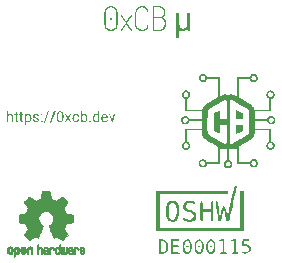
<source format=gbr>
%TF.GenerationSoftware,KiCad,Pcbnew,6.0.0*%
%TF.CreationDate,2022-01-08T01:14:50+01:00*%
%TF.ProjectId,micro,6d696372-6f2e-46b6-9963-61645f706362,rev1.0*%
%TF.SameCoordinates,Original*%
%TF.FileFunction,Legend,Top*%
%TF.FilePolarity,Positive*%
%FSLAX46Y46*%
G04 Gerber Fmt 4.6, Leading zero omitted, Abs format (unit mm)*
G04 Created by KiCad (PCBNEW 6.0.0) date 2022-01-08 01:14:50*
%MOMM*%
%LPD*%
G01*
G04 APERTURE LIST*
%ADD10C,0.010000*%
%ADD11C,2.400000*%
%ADD12C,2.350000*%
%ADD13C,1.000000*%
%ADD14C,3.987800*%
%ADD15C,2.250000*%
%ADD16C,0.700000*%
%ADD17R,0.700000X0.700000*%
%ADD18C,1.700000*%
%ADD19O,1.000000X2.200000*%
%ADD20O,1.000000X1.800000*%
G04 APERTURE END LIST*
D10*
%TO.C,REF\u002A\u002A*%
X141546093Y-110127780D02*
X141592672Y-110154723D01*
X141592672Y-110154723D02*
X141625057Y-110181466D01*
X141625057Y-110181466D02*
X141648742Y-110209484D01*
X141648742Y-110209484D02*
X141665059Y-110243748D01*
X141665059Y-110243748D02*
X141675339Y-110289227D01*
X141675339Y-110289227D02*
X141680914Y-110350892D01*
X141680914Y-110350892D02*
X141683116Y-110433711D01*
X141683116Y-110433711D02*
X141683371Y-110493246D01*
X141683371Y-110493246D02*
X141683371Y-110712391D01*
X141683371Y-110712391D02*
X141621686Y-110740044D01*
X141621686Y-110740044D02*
X141560000Y-110767697D01*
X141560000Y-110767697D02*
X141552743Y-110527670D01*
X141552743Y-110527670D02*
X141549744Y-110438028D01*
X141549744Y-110438028D02*
X141546598Y-110372962D01*
X141546598Y-110372962D02*
X141542701Y-110328026D01*
X141542701Y-110328026D02*
X141537447Y-110298770D01*
X141537447Y-110298770D02*
X141530231Y-110280748D01*
X141530231Y-110280748D02*
X141520450Y-110269511D01*
X141520450Y-110269511D02*
X141517312Y-110267079D01*
X141517312Y-110267079D02*
X141469761Y-110248083D01*
X141469761Y-110248083D02*
X141421697Y-110255600D01*
X141421697Y-110255600D02*
X141393086Y-110275543D01*
X141393086Y-110275543D02*
X141381447Y-110289675D01*
X141381447Y-110289675D02*
X141373391Y-110308220D01*
X141373391Y-110308220D02*
X141368271Y-110336334D01*
X141368271Y-110336334D02*
X141365441Y-110379173D01*
X141365441Y-110379173D02*
X141364256Y-110441895D01*
X141364256Y-110441895D02*
X141364057Y-110507261D01*
X141364057Y-110507261D02*
X141364018Y-110589268D01*
X141364018Y-110589268D02*
X141362614Y-110647316D01*
X141362614Y-110647316D02*
X141357914Y-110686465D01*
X141357914Y-110686465D02*
X141347987Y-110711780D01*
X141347987Y-110711780D02*
X141330903Y-110728323D01*
X141330903Y-110728323D02*
X141304732Y-110741156D01*
X141304732Y-110741156D02*
X141269775Y-110754491D01*
X141269775Y-110754491D02*
X141231596Y-110769007D01*
X141231596Y-110769007D02*
X141236141Y-110511389D01*
X141236141Y-110511389D02*
X141237971Y-110418519D01*
X141237971Y-110418519D02*
X141240112Y-110349889D01*
X141240112Y-110349889D02*
X141243181Y-110300711D01*
X141243181Y-110300711D02*
X141247794Y-110266198D01*
X141247794Y-110266198D02*
X141254568Y-110241562D01*
X141254568Y-110241562D02*
X141264119Y-110222016D01*
X141264119Y-110222016D02*
X141275634Y-110204770D01*
X141275634Y-110204770D02*
X141331190Y-110149680D01*
X141331190Y-110149680D02*
X141398980Y-110117822D01*
X141398980Y-110117822D02*
X141472713Y-110110191D01*
X141472713Y-110110191D02*
X141546093Y-110127780D01*
X141546093Y-110127780D02*
X141546093Y-110127780D01*
G36*
X141546093Y-110127780D02*
G01*
X141592672Y-110154723D01*
X141625057Y-110181466D01*
X141648742Y-110209484D01*
X141665059Y-110243748D01*
X141675339Y-110289227D01*
X141680914Y-110350892D01*
X141683116Y-110433711D01*
X141683371Y-110493246D01*
X141683371Y-110712391D01*
X141621686Y-110740044D01*
X141560000Y-110767697D01*
X141552743Y-110527670D01*
X141549744Y-110438028D01*
X141546598Y-110372962D01*
X141542701Y-110328026D01*
X141537447Y-110298770D01*
X141530231Y-110280748D01*
X141520450Y-110269511D01*
X141517312Y-110267079D01*
X141469761Y-110248083D01*
X141421697Y-110255600D01*
X141393086Y-110275543D01*
X141381447Y-110289675D01*
X141373391Y-110308220D01*
X141368271Y-110336334D01*
X141365441Y-110379173D01*
X141364256Y-110441895D01*
X141364057Y-110507261D01*
X141364018Y-110589268D01*
X141362614Y-110647316D01*
X141357914Y-110686465D01*
X141347987Y-110711780D01*
X141330903Y-110728323D01*
X141304732Y-110741156D01*
X141269775Y-110754491D01*
X141231596Y-110769007D01*
X141236141Y-110511389D01*
X141237971Y-110418519D01*
X141240112Y-110349889D01*
X141243181Y-110300711D01*
X141247794Y-110266198D01*
X141254568Y-110241562D01*
X141264119Y-110222016D01*
X141275634Y-110204770D01*
X141331190Y-110149680D01*
X141398980Y-110117822D01*
X141472713Y-110110191D01*
X141546093Y-110127780D01*
G37*
X141546093Y-110127780D02*
X141592672Y-110154723D01*
X141625057Y-110181466D01*
X141648742Y-110209484D01*
X141665059Y-110243748D01*
X141675339Y-110289227D01*
X141680914Y-110350892D01*
X141683116Y-110433711D01*
X141683371Y-110493246D01*
X141683371Y-110712391D01*
X141621686Y-110740044D01*
X141560000Y-110767697D01*
X141552743Y-110527670D01*
X141549744Y-110438028D01*
X141546598Y-110372962D01*
X141542701Y-110328026D01*
X141537447Y-110298770D01*
X141530231Y-110280748D01*
X141520450Y-110269511D01*
X141517312Y-110267079D01*
X141469761Y-110248083D01*
X141421697Y-110255600D01*
X141393086Y-110275543D01*
X141381447Y-110289675D01*
X141373391Y-110308220D01*
X141368271Y-110336334D01*
X141365441Y-110379173D01*
X141364256Y-110441895D01*
X141364057Y-110507261D01*
X141364018Y-110589268D01*
X141362614Y-110647316D01*
X141357914Y-110686465D01*
X141347987Y-110711780D01*
X141330903Y-110728323D01*
X141304732Y-110741156D01*
X141269775Y-110754491D01*
X141231596Y-110769007D01*
X141236141Y-110511389D01*
X141237971Y-110418519D01*
X141240112Y-110349889D01*
X141243181Y-110300711D01*
X141247794Y-110266198D01*
X141254568Y-110241562D01*
X141264119Y-110222016D01*
X141275634Y-110204770D01*
X141331190Y-110149680D01*
X141398980Y-110117822D01*
X141472713Y-110110191D01*
X141546093Y-110127780D01*
X142869744Y-110150968D02*
X142926616Y-110172087D01*
X142926616Y-110172087D02*
X142927267Y-110172493D01*
X142927267Y-110172493D02*
X142962440Y-110198380D01*
X142962440Y-110198380D02*
X142988407Y-110228633D01*
X142988407Y-110228633D02*
X143006670Y-110268058D01*
X143006670Y-110268058D02*
X143018732Y-110321462D01*
X143018732Y-110321462D02*
X143026096Y-110393651D01*
X143026096Y-110393651D02*
X143030264Y-110489432D01*
X143030264Y-110489432D02*
X143030629Y-110503078D01*
X143030629Y-110503078D02*
X143035876Y-110708842D01*
X143035876Y-110708842D02*
X142991716Y-110731678D01*
X142991716Y-110731678D02*
X142959763Y-110747110D01*
X142959763Y-110747110D02*
X142940470Y-110754423D01*
X142940470Y-110754423D02*
X142939578Y-110754514D01*
X142939578Y-110754514D02*
X142936239Y-110741022D01*
X142936239Y-110741022D02*
X142933587Y-110704626D01*
X142933587Y-110704626D02*
X142931956Y-110651452D01*
X142931956Y-110651452D02*
X142931600Y-110608393D01*
X142931600Y-110608393D02*
X142931592Y-110538641D01*
X142931592Y-110538641D02*
X142928403Y-110494837D01*
X142928403Y-110494837D02*
X142917288Y-110473944D01*
X142917288Y-110473944D02*
X142893501Y-110472925D01*
X142893501Y-110472925D02*
X142852296Y-110488741D01*
X142852296Y-110488741D02*
X142790086Y-110517815D01*
X142790086Y-110517815D02*
X142744341Y-110541963D01*
X142744341Y-110541963D02*
X142720813Y-110562913D01*
X142720813Y-110562913D02*
X142713896Y-110585747D01*
X142713896Y-110585747D02*
X142713886Y-110586877D01*
X142713886Y-110586877D02*
X142725299Y-110626212D01*
X142725299Y-110626212D02*
X142759092Y-110647462D01*
X142759092Y-110647462D02*
X142810809Y-110650539D01*
X142810809Y-110650539D02*
X142848061Y-110650006D01*
X142848061Y-110650006D02*
X142867703Y-110660735D01*
X142867703Y-110660735D02*
X142879952Y-110686505D01*
X142879952Y-110686505D02*
X142887002Y-110719337D01*
X142887002Y-110719337D02*
X142876842Y-110737966D01*
X142876842Y-110737966D02*
X142873017Y-110740632D01*
X142873017Y-110740632D02*
X142837001Y-110751340D01*
X142837001Y-110751340D02*
X142786566Y-110752856D01*
X142786566Y-110752856D02*
X142734626Y-110745759D01*
X142734626Y-110745759D02*
X142697822Y-110732788D01*
X142697822Y-110732788D02*
X142646938Y-110689585D01*
X142646938Y-110689585D02*
X142618014Y-110629446D01*
X142618014Y-110629446D02*
X142612286Y-110582462D01*
X142612286Y-110582462D02*
X142616657Y-110540082D01*
X142616657Y-110540082D02*
X142632475Y-110505488D01*
X142632475Y-110505488D02*
X142663797Y-110474763D01*
X142663797Y-110474763D02*
X142714678Y-110443990D01*
X142714678Y-110443990D02*
X142789176Y-110409252D01*
X142789176Y-110409252D02*
X142793714Y-110407288D01*
X142793714Y-110407288D02*
X142860821Y-110376287D01*
X142860821Y-110376287D02*
X142902232Y-110350862D01*
X142902232Y-110350862D02*
X142919981Y-110328014D01*
X142919981Y-110328014D02*
X142916107Y-110304745D01*
X142916107Y-110304745D02*
X142892643Y-110278056D01*
X142892643Y-110278056D02*
X142885627Y-110271914D01*
X142885627Y-110271914D02*
X142838630Y-110248100D01*
X142838630Y-110248100D02*
X142789933Y-110249103D01*
X142789933Y-110249103D02*
X142747522Y-110272451D01*
X142747522Y-110272451D02*
X142719384Y-110315675D01*
X142719384Y-110315675D02*
X142716769Y-110324160D01*
X142716769Y-110324160D02*
X142691308Y-110365308D01*
X142691308Y-110365308D02*
X142659001Y-110385128D01*
X142659001Y-110385128D02*
X142612286Y-110404770D01*
X142612286Y-110404770D02*
X142612286Y-110353950D01*
X142612286Y-110353950D02*
X142626496Y-110280082D01*
X142626496Y-110280082D02*
X142668675Y-110212327D01*
X142668675Y-110212327D02*
X142690624Y-110189661D01*
X142690624Y-110189661D02*
X142740517Y-110160569D01*
X142740517Y-110160569D02*
X142803967Y-110147400D01*
X142803967Y-110147400D02*
X142869744Y-110150968D01*
X142869744Y-110150968D02*
X142869744Y-110150968D01*
G36*
X142869744Y-110150968D02*
G01*
X142926616Y-110172087D01*
X142927267Y-110172493D01*
X142962440Y-110198380D01*
X142988407Y-110228633D01*
X143006670Y-110268058D01*
X143018732Y-110321462D01*
X143026096Y-110393651D01*
X143030264Y-110489432D01*
X143030629Y-110503078D01*
X143035876Y-110708842D01*
X142991716Y-110731678D01*
X142959763Y-110747110D01*
X142940470Y-110754423D01*
X142939578Y-110754514D01*
X142936239Y-110741022D01*
X142933587Y-110704626D01*
X142931956Y-110651452D01*
X142931600Y-110608393D01*
X142931592Y-110538641D01*
X142928403Y-110494837D01*
X142917288Y-110473944D01*
X142893501Y-110472925D01*
X142852296Y-110488741D01*
X142790086Y-110517815D01*
X142744341Y-110541963D01*
X142720813Y-110562913D01*
X142713896Y-110585747D01*
X142713886Y-110586877D01*
X142725299Y-110626212D01*
X142759092Y-110647462D01*
X142810809Y-110650539D01*
X142848061Y-110650006D01*
X142867703Y-110660735D01*
X142879952Y-110686505D01*
X142887002Y-110719337D01*
X142876842Y-110737966D01*
X142873017Y-110740632D01*
X142837001Y-110751340D01*
X142786566Y-110752856D01*
X142734626Y-110745759D01*
X142697822Y-110732788D01*
X142646938Y-110689585D01*
X142618014Y-110629446D01*
X142612286Y-110582462D01*
X142616657Y-110540082D01*
X142632475Y-110505488D01*
X142663797Y-110474763D01*
X142714678Y-110443990D01*
X142789176Y-110409252D01*
X142793714Y-110407288D01*
X142860821Y-110376287D01*
X142902232Y-110350862D01*
X142919981Y-110328014D01*
X142916107Y-110304745D01*
X142892643Y-110278056D01*
X142885627Y-110271914D01*
X142838630Y-110248100D01*
X142789933Y-110249103D01*
X142747522Y-110272451D01*
X142719384Y-110315675D01*
X142716769Y-110324160D01*
X142691308Y-110365308D01*
X142659001Y-110385128D01*
X142612286Y-110404770D01*
X142612286Y-110353950D01*
X142626496Y-110280082D01*
X142668675Y-110212327D01*
X142690624Y-110189661D01*
X142740517Y-110160569D01*
X142803967Y-110147400D01*
X142869744Y-110150968D01*
G37*
X142869744Y-110150968D02*
X142926616Y-110172087D01*
X142927267Y-110172493D01*
X142962440Y-110198380D01*
X142988407Y-110228633D01*
X143006670Y-110268058D01*
X143018732Y-110321462D01*
X143026096Y-110393651D01*
X143030264Y-110489432D01*
X143030629Y-110503078D01*
X143035876Y-110708842D01*
X142991716Y-110731678D01*
X142959763Y-110747110D01*
X142940470Y-110754423D01*
X142939578Y-110754514D01*
X142936239Y-110741022D01*
X142933587Y-110704626D01*
X142931956Y-110651452D01*
X142931600Y-110608393D01*
X142931592Y-110538641D01*
X142928403Y-110494837D01*
X142917288Y-110473944D01*
X142893501Y-110472925D01*
X142852296Y-110488741D01*
X142790086Y-110517815D01*
X142744341Y-110541963D01*
X142720813Y-110562913D01*
X142713896Y-110585747D01*
X142713886Y-110586877D01*
X142725299Y-110626212D01*
X142759092Y-110647462D01*
X142810809Y-110650539D01*
X142848061Y-110650006D01*
X142867703Y-110660735D01*
X142879952Y-110686505D01*
X142887002Y-110719337D01*
X142876842Y-110737966D01*
X142873017Y-110740632D01*
X142837001Y-110751340D01*
X142786566Y-110752856D01*
X142734626Y-110745759D01*
X142697822Y-110732788D01*
X142646938Y-110689585D01*
X142618014Y-110629446D01*
X142612286Y-110582462D01*
X142616657Y-110540082D01*
X142632475Y-110505488D01*
X142663797Y-110474763D01*
X142714678Y-110443990D01*
X142789176Y-110409252D01*
X142793714Y-110407288D01*
X142860821Y-110376287D01*
X142902232Y-110350862D01*
X142919981Y-110328014D01*
X142916107Y-110304745D01*
X142892643Y-110278056D01*
X142885627Y-110271914D01*
X142838630Y-110248100D01*
X142789933Y-110249103D01*
X142747522Y-110272451D01*
X142719384Y-110315675D01*
X142716769Y-110324160D01*
X142691308Y-110365308D01*
X142659001Y-110385128D01*
X142612286Y-110404770D01*
X142612286Y-110353950D01*
X142626496Y-110280082D01*
X142668675Y-110212327D01*
X142690624Y-110189661D01*
X142740517Y-110160569D01*
X142803967Y-110147400D01*
X142869744Y-110150968D01*
X144974876Y-110156335D02*
X145016667Y-110175344D01*
X145016667Y-110175344D02*
X145049469Y-110198378D01*
X145049469Y-110198378D02*
X145073503Y-110224133D01*
X145073503Y-110224133D02*
X145090097Y-110257358D01*
X145090097Y-110257358D02*
X145100577Y-110302800D01*
X145100577Y-110302800D02*
X145106271Y-110365207D01*
X145106271Y-110365207D02*
X145108507Y-110449327D01*
X145108507Y-110449327D02*
X145108743Y-110504721D01*
X145108743Y-110504721D02*
X145108743Y-110720826D01*
X145108743Y-110720826D02*
X145071774Y-110737670D01*
X145071774Y-110737670D02*
X145042656Y-110749981D01*
X145042656Y-110749981D02*
X145028231Y-110754514D01*
X145028231Y-110754514D02*
X145025472Y-110741025D01*
X145025472Y-110741025D02*
X145023282Y-110704653D01*
X145023282Y-110704653D02*
X145021942Y-110651542D01*
X145021942Y-110651542D02*
X145021657Y-110609372D01*
X145021657Y-110609372D02*
X145020434Y-110548447D01*
X145020434Y-110548447D02*
X145017136Y-110500115D01*
X145017136Y-110500115D02*
X145012321Y-110470518D01*
X145012321Y-110470518D02*
X145008496Y-110464229D01*
X145008496Y-110464229D02*
X144982783Y-110470652D01*
X144982783Y-110470652D02*
X144942418Y-110487125D01*
X144942418Y-110487125D02*
X144895679Y-110509458D01*
X144895679Y-110509458D02*
X144850845Y-110533457D01*
X144850845Y-110533457D02*
X144816193Y-110554930D01*
X144816193Y-110554930D02*
X144800002Y-110569685D01*
X144800002Y-110569685D02*
X144799938Y-110569845D01*
X144799938Y-110569845D02*
X144801330Y-110597152D01*
X144801330Y-110597152D02*
X144813818Y-110623219D01*
X144813818Y-110623219D02*
X144835743Y-110644392D01*
X144835743Y-110644392D02*
X144867743Y-110651474D01*
X144867743Y-110651474D02*
X144895092Y-110650649D01*
X144895092Y-110650649D02*
X144933826Y-110650042D01*
X144933826Y-110650042D02*
X144954158Y-110659116D01*
X144954158Y-110659116D02*
X144966369Y-110683092D01*
X144966369Y-110683092D02*
X144967909Y-110687613D01*
X144967909Y-110687613D02*
X144973203Y-110721806D01*
X144973203Y-110721806D02*
X144959047Y-110742568D01*
X144959047Y-110742568D02*
X144922148Y-110752462D01*
X144922148Y-110752462D02*
X144882289Y-110754292D01*
X144882289Y-110754292D02*
X144810562Y-110740727D01*
X144810562Y-110740727D02*
X144773432Y-110721355D01*
X144773432Y-110721355D02*
X144727576Y-110675845D01*
X144727576Y-110675845D02*
X144703256Y-110619983D01*
X144703256Y-110619983D02*
X144701073Y-110560957D01*
X144701073Y-110560957D02*
X144721629Y-110505953D01*
X144721629Y-110505953D02*
X144752549Y-110471486D01*
X144752549Y-110471486D02*
X144783420Y-110452189D01*
X144783420Y-110452189D02*
X144831942Y-110427759D01*
X144831942Y-110427759D02*
X144888485Y-110402985D01*
X144888485Y-110402985D02*
X144897910Y-110399199D01*
X144897910Y-110399199D02*
X144960019Y-110371791D01*
X144960019Y-110371791D02*
X144995822Y-110347634D01*
X144995822Y-110347634D02*
X145007337Y-110323619D01*
X145007337Y-110323619D02*
X144996580Y-110296635D01*
X144996580Y-110296635D02*
X144978114Y-110275543D01*
X144978114Y-110275543D02*
X144934469Y-110249572D01*
X144934469Y-110249572D02*
X144886446Y-110247624D01*
X144886446Y-110247624D02*
X144842406Y-110267637D01*
X144842406Y-110267637D02*
X144810709Y-110307551D01*
X144810709Y-110307551D02*
X144806549Y-110317848D01*
X144806549Y-110317848D02*
X144782327Y-110355724D01*
X144782327Y-110355724D02*
X144746965Y-110383842D01*
X144746965Y-110383842D02*
X144702343Y-110406917D01*
X144702343Y-110406917D02*
X144702343Y-110341485D01*
X144702343Y-110341485D02*
X144704969Y-110301506D01*
X144704969Y-110301506D02*
X144716230Y-110269997D01*
X144716230Y-110269997D02*
X144741199Y-110236378D01*
X144741199Y-110236378D02*
X144765169Y-110210484D01*
X144765169Y-110210484D02*
X144802441Y-110173817D01*
X144802441Y-110173817D02*
X144831401Y-110154121D01*
X144831401Y-110154121D02*
X144862505Y-110146220D01*
X144862505Y-110146220D02*
X144897713Y-110144914D01*
X144897713Y-110144914D02*
X144974876Y-110156335D01*
X144974876Y-110156335D02*
X144974876Y-110156335D01*
G36*
X144974876Y-110156335D02*
G01*
X145016667Y-110175344D01*
X145049469Y-110198378D01*
X145073503Y-110224133D01*
X145090097Y-110257358D01*
X145100577Y-110302800D01*
X145106271Y-110365207D01*
X145108507Y-110449327D01*
X145108743Y-110504721D01*
X145108743Y-110720826D01*
X145071774Y-110737670D01*
X145042656Y-110749981D01*
X145028231Y-110754514D01*
X145025472Y-110741025D01*
X145023282Y-110704653D01*
X145021942Y-110651542D01*
X145021657Y-110609372D01*
X145020434Y-110548447D01*
X145017136Y-110500115D01*
X145012321Y-110470518D01*
X145008496Y-110464229D01*
X144982783Y-110470652D01*
X144942418Y-110487125D01*
X144895679Y-110509458D01*
X144850845Y-110533457D01*
X144816193Y-110554930D01*
X144800002Y-110569685D01*
X144799938Y-110569845D01*
X144801330Y-110597152D01*
X144813818Y-110623219D01*
X144835743Y-110644392D01*
X144867743Y-110651474D01*
X144895092Y-110650649D01*
X144933826Y-110650042D01*
X144954158Y-110659116D01*
X144966369Y-110683092D01*
X144967909Y-110687613D01*
X144973203Y-110721806D01*
X144959047Y-110742568D01*
X144922148Y-110752462D01*
X144882289Y-110754292D01*
X144810562Y-110740727D01*
X144773432Y-110721355D01*
X144727576Y-110675845D01*
X144703256Y-110619983D01*
X144701073Y-110560957D01*
X144721629Y-110505953D01*
X144752549Y-110471486D01*
X144783420Y-110452189D01*
X144831942Y-110427759D01*
X144888485Y-110402985D01*
X144897910Y-110399199D01*
X144960019Y-110371791D01*
X144995822Y-110347634D01*
X145007337Y-110323619D01*
X144996580Y-110296635D01*
X144978114Y-110275543D01*
X144934469Y-110249572D01*
X144886446Y-110247624D01*
X144842406Y-110267637D01*
X144810709Y-110307551D01*
X144806549Y-110317848D01*
X144782327Y-110355724D01*
X144746965Y-110383842D01*
X144702343Y-110406917D01*
X144702343Y-110341485D01*
X144704969Y-110301506D01*
X144716230Y-110269997D01*
X144741199Y-110236378D01*
X144765169Y-110210484D01*
X144802441Y-110173817D01*
X144831401Y-110154121D01*
X144862505Y-110146220D01*
X144897713Y-110144914D01*
X144974876Y-110156335D01*
G37*
X144974876Y-110156335D02*
X145016667Y-110175344D01*
X145049469Y-110198378D01*
X145073503Y-110224133D01*
X145090097Y-110257358D01*
X145100577Y-110302800D01*
X145106271Y-110365207D01*
X145108507Y-110449327D01*
X145108743Y-110504721D01*
X145108743Y-110720826D01*
X145071774Y-110737670D01*
X145042656Y-110749981D01*
X145028231Y-110754514D01*
X145025472Y-110741025D01*
X145023282Y-110704653D01*
X145021942Y-110651542D01*
X145021657Y-110609372D01*
X145020434Y-110548447D01*
X145017136Y-110500115D01*
X145012321Y-110470518D01*
X145008496Y-110464229D01*
X144982783Y-110470652D01*
X144942418Y-110487125D01*
X144895679Y-110509458D01*
X144850845Y-110533457D01*
X144816193Y-110554930D01*
X144800002Y-110569685D01*
X144799938Y-110569845D01*
X144801330Y-110597152D01*
X144813818Y-110623219D01*
X144835743Y-110644392D01*
X144867743Y-110651474D01*
X144895092Y-110650649D01*
X144933826Y-110650042D01*
X144954158Y-110659116D01*
X144966369Y-110683092D01*
X144967909Y-110687613D01*
X144973203Y-110721806D01*
X144959047Y-110742568D01*
X144922148Y-110752462D01*
X144882289Y-110754292D01*
X144810562Y-110740727D01*
X144773432Y-110721355D01*
X144727576Y-110675845D01*
X144703256Y-110619983D01*
X144701073Y-110560957D01*
X144721629Y-110505953D01*
X144752549Y-110471486D01*
X144783420Y-110452189D01*
X144831942Y-110427759D01*
X144888485Y-110402985D01*
X144897910Y-110399199D01*
X144960019Y-110371791D01*
X144995822Y-110347634D01*
X145007337Y-110323619D01*
X144996580Y-110296635D01*
X144978114Y-110275543D01*
X144934469Y-110249572D01*
X144886446Y-110247624D01*
X144842406Y-110267637D01*
X144810709Y-110307551D01*
X144806549Y-110317848D01*
X144782327Y-110355724D01*
X144746965Y-110383842D01*
X144702343Y-110406917D01*
X144702343Y-110341485D01*
X144704969Y-110301506D01*
X144716230Y-110269997D01*
X144741199Y-110236378D01*
X144765169Y-110210484D01*
X144802441Y-110173817D01*
X144831401Y-110154121D01*
X144862505Y-110146220D01*
X144897713Y-110144914D01*
X144974876Y-110156335D01*
X145983595Y-110166966D02*
X146041021Y-110204497D01*
X146041021Y-110204497D02*
X146068719Y-110238096D01*
X146068719Y-110238096D02*
X146090662Y-110299064D01*
X146090662Y-110299064D02*
X146092405Y-110347308D01*
X146092405Y-110347308D02*
X146088457Y-110411816D01*
X146088457Y-110411816D02*
X145939686Y-110476934D01*
X145939686Y-110476934D02*
X145867349Y-110510202D01*
X145867349Y-110510202D02*
X145820084Y-110536964D01*
X145820084Y-110536964D02*
X145795507Y-110560144D01*
X145795507Y-110560144D02*
X145791237Y-110582667D01*
X145791237Y-110582667D02*
X145804889Y-110607455D01*
X145804889Y-110607455D02*
X145819943Y-110623886D01*
X145819943Y-110623886D02*
X145863746Y-110650235D01*
X145863746Y-110650235D02*
X145911389Y-110652081D01*
X145911389Y-110652081D02*
X145955145Y-110631546D01*
X145955145Y-110631546D02*
X145987289Y-110590752D01*
X145987289Y-110590752D02*
X145993038Y-110576347D01*
X145993038Y-110576347D02*
X146020576Y-110531356D01*
X146020576Y-110531356D02*
X146052258Y-110512182D01*
X146052258Y-110512182D02*
X146095714Y-110495779D01*
X146095714Y-110495779D02*
X146095714Y-110557966D01*
X146095714Y-110557966D02*
X146091872Y-110600283D01*
X146091872Y-110600283D02*
X146076823Y-110635969D01*
X146076823Y-110635969D02*
X146045280Y-110676943D01*
X146045280Y-110676943D02*
X146040592Y-110682267D01*
X146040592Y-110682267D02*
X146005506Y-110718720D01*
X146005506Y-110718720D02*
X145975347Y-110738283D01*
X145975347Y-110738283D02*
X145937615Y-110747283D01*
X145937615Y-110747283D02*
X145906335Y-110750230D01*
X145906335Y-110750230D02*
X145850385Y-110750965D01*
X145850385Y-110750965D02*
X145810555Y-110741660D01*
X145810555Y-110741660D02*
X145785708Y-110727846D01*
X145785708Y-110727846D02*
X145746656Y-110697467D01*
X145746656Y-110697467D02*
X145719625Y-110664613D01*
X145719625Y-110664613D02*
X145702517Y-110623294D01*
X145702517Y-110623294D02*
X145693238Y-110567521D01*
X145693238Y-110567521D02*
X145689693Y-110491305D01*
X145689693Y-110491305D02*
X145689410Y-110452622D01*
X145689410Y-110452622D02*
X145690372Y-110406247D01*
X145690372Y-110406247D02*
X145778007Y-110406247D01*
X145778007Y-110406247D02*
X145779023Y-110431126D01*
X145779023Y-110431126D02*
X145781556Y-110435200D01*
X145781556Y-110435200D02*
X145798274Y-110429665D01*
X145798274Y-110429665D02*
X145834249Y-110415017D01*
X145834249Y-110415017D02*
X145882331Y-110394190D01*
X145882331Y-110394190D02*
X145892386Y-110389714D01*
X145892386Y-110389714D02*
X145953152Y-110358814D01*
X145953152Y-110358814D02*
X145986632Y-110331657D01*
X145986632Y-110331657D02*
X145993990Y-110306220D01*
X145993990Y-110306220D02*
X145976391Y-110280481D01*
X145976391Y-110280481D02*
X145961856Y-110269109D01*
X145961856Y-110269109D02*
X145909410Y-110246364D01*
X145909410Y-110246364D02*
X145860322Y-110250122D01*
X145860322Y-110250122D02*
X145819227Y-110277884D01*
X145819227Y-110277884D02*
X145790758Y-110327152D01*
X145790758Y-110327152D02*
X145781631Y-110366257D01*
X145781631Y-110366257D02*
X145778007Y-110406247D01*
X145778007Y-110406247D02*
X145690372Y-110406247D01*
X145690372Y-110406247D02*
X145691285Y-110362249D01*
X145691285Y-110362249D02*
X145698196Y-110295384D01*
X145698196Y-110295384D02*
X145711884Y-110246695D01*
X145711884Y-110246695D02*
X145734096Y-110210849D01*
X145734096Y-110210849D02*
X145766574Y-110182513D01*
X145766574Y-110182513D02*
X145780733Y-110173355D01*
X145780733Y-110173355D02*
X145845053Y-110149507D01*
X145845053Y-110149507D02*
X145915473Y-110148006D01*
X145915473Y-110148006D02*
X145983595Y-110166966D01*
X145983595Y-110166966D02*
X145983595Y-110166966D01*
G36*
X145698196Y-110295384D02*
G01*
X145711884Y-110246695D01*
X145734096Y-110210849D01*
X145766574Y-110182513D01*
X145780733Y-110173355D01*
X145845053Y-110149507D01*
X145915473Y-110148006D01*
X145983595Y-110166966D01*
X146041021Y-110204497D01*
X146068719Y-110238096D01*
X146090662Y-110299064D01*
X146092405Y-110347308D01*
X146088457Y-110411816D01*
X145939686Y-110476934D01*
X145867349Y-110510202D01*
X145820084Y-110536964D01*
X145795507Y-110560144D01*
X145791237Y-110582667D01*
X145804889Y-110607455D01*
X145819943Y-110623886D01*
X145863746Y-110650235D01*
X145911389Y-110652081D01*
X145955145Y-110631546D01*
X145987289Y-110590752D01*
X145993038Y-110576347D01*
X146020576Y-110531356D01*
X146052258Y-110512182D01*
X146095714Y-110495779D01*
X146095714Y-110557966D01*
X146091872Y-110600283D01*
X146076823Y-110635969D01*
X146045280Y-110676943D01*
X146040592Y-110682267D01*
X146005506Y-110718720D01*
X145975347Y-110738283D01*
X145937615Y-110747283D01*
X145906335Y-110750230D01*
X145850385Y-110750965D01*
X145810555Y-110741660D01*
X145785708Y-110727846D01*
X145746656Y-110697467D01*
X145719625Y-110664613D01*
X145702517Y-110623294D01*
X145693238Y-110567521D01*
X145689693Y-110491305D01*
X145689410Y-110452622D01*
X145690372Y-110406247D01*
X145778007Y-110406247D01*
X145779023Y-110431126D01*
X145781556Y-110435200D01*
X145798274Y-110429665D01*
X145834249Y-110415017D01*
X145882331Y-110394190D01*
X145892386Y-110389714D01*
X145953152Y-110358814D01*
X145986632Y-110331657D01*
X145993990Y-110306220D01*
X145976391Y-110280481D01*
X145961856Y-110269109D01*
X145909410Y-110246364D01*
X145860322Y-110250122D01*
X145819227Y-110277884D01*
X145790758Y-110327152D01*
X145781631Y-110366257D01*
X145778007Y-110406247D01*
X145690372Y-110406247D01*
X145691285Y-110362249D01*
X145698196Y-110295384D01*
G37*
X145698196Y-110295384D02*
X145711884Y-110246695D01*
X145734096Y-110210849D01*
X145766574Y-110182513D01*
X145780733Y-110173355D01*
X145845053Y-110149507D01*
X145915473Y-110148006D01*
X145983595Y-110166966D01*
X146041021Y-110204497D01*
X146068719Y-110238096D01*
X146090662Y-110299064D01*
X146092405Y-110347308D01*
X146088457Y-110411816D01*
X145939686Y-110476934D01*
X145867349Y-110510202D01*
X145820084Y-110536964D01*
X145795507Y-110560144D01*
X145791237Y-110582667D01*
X145804889Y-110607455D01*
X145819943Y-110623886D01*
X145863746Y-110650235D01*
X145911389Y-110652081D01*
X145955145Y-110631546D01*
X145987289Y-110590752D01*
X145993038Y-110576347D01*
X146020576Y-110531356D01*
X146052258Y-110512182D01*
X146095714Y-110495779D01*
X146095714Y-110557966D01*
X146091872Y-110600283D01*
X146076823Y-110635969D01*
X146045280Y-110676943D01*
X146040592Y-110682267D01*
X146005506Y-110718720D01*
X145975347Y-110738283D01*
X145937615Y-110747283D01*
X145906335Y-110750230D01*
X145850385Y-110750965D01*
X145810555Y-110741660D01*
X145785708Y-110727846D01*
X145746656Y-110697467D01*
X145719625Y-110664613D01*
X145702517Y-110623294D01*
X145693238Y-110567521D01*
X145689693Y-110491305D01*
X145689410Y-110452622D01*
X145690372Y-110406247D01*
X145778007Y-110406247D01*
X145779023Y-110431126D01*
X145781556Y-110435200D01*
X145798274Y-110429665D01*
X145834249Y-110415017D01*
X145882331Y-110394190D01*
X145892386Y-110389714D01*
X145953152Y-110358814D01*
X145986632Y-110331657D01*
X145993990Y-110306220D01*
X145976391Y-110280481D01*
X145961856Y-110269109D01*
X145909410Y-110246364D01*
X145860322Y-110250122D01*
X145819227Y-110277884D01*
X145790758Y-110327152D01*
X145781631Y-110366257D01*
X145778007Y-110406247D01*
X145690372Y-110406247D01*
X145691285Y-110362249D01*
X145698196Y-110295384D01*
X144020117Y-110265358D02*
X144019933Y-110373837D01*
X144019933Y-110373837D02*
X144019219Y-110457287D01*
X144019219Y-110457287D02*
X144017675Y-110519704D01*
X144017675Y-110519704D02*
X144015001Y-110565085D01*
X144015001Y-110565085D02*
X144010894Y-110597429D01*
X144010894Y-110597429D02*
X144005055Y-110620733D01*
X144005055Y-110620733D02*
X143997182Y-110638995D01*
X143997182Y-110638995D02*
X143991221Y-110649418D01*
X143991221Y-110649418D02*
X143941855Y-110705945D01*
X143941855Y-110705945D02*
X143879264Y-110741377D01*
X143879264Y-110741377D02*
X143810013Y-110754090D01*
X143810013Y-110754090D02*
X143740668Y-110742463D01*
X143740668Y-110742463D02*
X143699375Y-110721568D01*
X143699375Y-110721568D02*
X143656025Y-110685422D01*
X143656025Y-110685422D02*
X143626481Y-110641276D01*
X143626481Y-110641276D02*
X143608655Y-110583462D01*
X143608655Y-110583462D02*
X143600463Y-110506313D01*
X143600463Y-110506313D02*
X143599302Y-110449714D01*
X143599302Y-110449714D02*
X143599458Y-110445647D01*
X143599458Y-110445647D02*
X143700857Y-110445647D01*
X143700857Y-110445647D02*
X143701476Y-110510550D01*
X143701476Y-110510550D02*
X143704314Y-110553514D01*
X143704314Y-110553514D02*
X143710840Y-110581622D01*
X143710840Y-110581622D02*
X143722523Y-110601953D01*
X143722523Y-110601953D02*
X143736483Y-110617288D01*
X143736483Y-110617288D02*
X143783365Y-110646890D01*
X143783365Y-110646890D02*
X143833701Y-110649419D01*
X143833701Y-110649419D02*
X143881276Y-110624705D01*
X143881276Y-110624705D02*
X143884979Y-110621356D01*
X143884979Y-110621356D02*
X143900783Y-110603935D01*
X143900783Y-110603935D02*
X143910693Y-110583209D01*
X143910693Y-110583209D02*
X143916058Y-110552362D01*
X143916058Y-110552362D02*
X143918228Y-110504577D01*
X143918228Y-110504577D02*
X143918571Y-110451748D01*
X143918571Y-110451748D02*
X143917827Y-110385381D01*
X143917827Y-110385381D02*
X143914748Y-110341106D01*
X143914748Y-110341106D02*
X143908061Y-110312009D01*
X143908061Y-110312009D02*
X143896496Y-110291173D01*
X143896496Y-110291173D02*
X143887013Y-110280107D01*
X143887013Y-110280107D02*
X143842960Y-110252198D01*
X143842960Y-110252198D02*
X143792224Y-110248843D01*
X143792224Y-110248843D02*
X143743796Y-110270159D01*
X143743796Y-110270159D02*
X143734450Y-110278073D01*
X143734450Y-110278073D02*
X143718540Y-110295647D01*
X143718540Y-110295647D02*
X143708610Y-110316587D01*
X143708610Y-110316587D02*
X143703278Y-110347782D01*
X143703278Y-110347782D02*
X143701163Y-110396122D01*
X143701163Y-110396122D02*
X143700857Y-110445647D01*
X143700857Y-110445647D02*
X143599458Y-110445647D01*
X143599458Y-110445647D02*
X143602810Y-110358568D01*
X143602810Y-110358568D02*
X143614726Y-110290086D01*
X143614726Y-110290086D02*
X143637135Y-110238600D01*
X143637135Y-110238600D02*
X143672124Y-110198443D01*
X143672124Y-110198443D02*
X143699375Y-110177861D01*
X143699375Y-110177861D02*
X143748907Y-110155625D01*
X143748907Y-110155625D02*
X143806316Y-110145304D01*
X143806316Y-110145304D02*
X143859682Y-110148067D01*
X143859682Y-110148067D02*
X143889543Y-110159212D01*
X143889543Y-110159212D02*
X143901261Y-110162383D01*
X143901261Y-110162383D02*
X143909037Y-110150557D01*
X143909037Y-110150557D02*
X143914465Y-110118866D01*
X143914465Y-110118866D02*
X143918571Y-110070593D01*
X143918571Y-110070593D02*
X143923067Y-110016829D01*
X143923067Y-110016829D02*
X143929313Y-109984482D01*
X143929313Y-109984482D02*
X143940676Y-109965985D01*
X143940676Y-109965985D02*
X143960528Y-109953770D01*
X143960528Y-109953770D02*
X143973000Y-109948362D01*
X143973000Y-109948362D02*
X144020171Y-109928601D01*
X144020171Y-109928601D02*
X144020117Y-110265358D01*
X144020117Y-110265358D02*
X144020117Y-110265358D01*
G36*
X143614726Y-110290086D02*
G01*
X143637135Y-110238600D01*
X143672124Y-110198443D01*
X143699375Y-110177861D01*
X143748907Y-110155625D01*
X143806316Y-110145304D01*
X143859682Y-110148067D01*
X143889543Y-110159212D01*
X143901261Y-110162383D01*
X143909037Y-110150557D01*
X143914465Y-110118866D01*
X143918571Y-110070593D01*
X143923067Y-110016829D01*
X143929313Y-109984482D01*
X143940676Y-109965985D01*
X143960528Y-109953770D01*
X143973000Y-109948362D01*
X144020171Y-109928601D01*
X144020117Y-110265358D01*
X144019933Y-110373837D01*
X144019219Y-110457287D01*
X144017675Y-110519704D01*
X144015001Y-110565085D01*
X144010894Y-110597429D01*
X144005055Y-110620733D01*
X143997182Y-110638995D01*
X143991221Y-110649418D01*
X143941855Y-110705945D01*
X143879264Y-110741377D01*
X143810013Y-110754090D01*
X143740668Y-110742463D01*
X143699375Y-110721568D01*
X143656025Y-110685422D01*
X143626481Y-110641276D01*
X143608655Y-110583462D01*
X143600463Y-110506313D01*
X143599302Y-110449714D01*
X143599458Y-110445647D01*
X143700857Y-110445647D01*
X143701476Y-110510550D01*
X143704314Y-110553514D01*
X143710840Y-110581622D01*
X143722523Y-110601953D01*
X143736483Y-110617288D01*
X143783365Y-110646890D01*
X143833701Y-110649419D01*
X143881276Y-110624705D01*
X143884979Y-110621356D01*
X143900783Y-110603935D01*
X143910693Y-110583209D01*
X143916058Y-110552362D01*
X143918228Y-110504577D01*
X143918571Y-110451748D01*
X143917827Y-110385381D01*
X143914748Y-110341106D01*
X143908061Y-110312009D01*
X143896496Y-110291173D01*
X143887013Y-110280107D01*
X143842960Y-110252198D01*
X143792224Y-110248843D01*
X143743796Y-110270159D01*
X143734450Y-110278073D01*
X143718540Y-110295647D01*
X143708610Y-110316587D01*
X143703278Y-110347782D01*
X143701163Y-110396122D01*
X143700857Y-110445647D01*
X143599458Y-110445647D01*
X143602810Y-110358568D01*
X143614726Y-110290086D01*
G37*
X143614726Y-110290086D02*
X143637135Y-110238600D01*
X143672124Y-110198443D01*
X143699375Y-110177861D01*
X143748907Y-110155625D01*
X143806316Y-110145304D01*
X143859682Y-110148067D01*
X143889543Y-110159212D01*
X143901261Y-110162383D01*
X143909037Y-110150557D01*
X143914465Y-110118866D01*
X143918571Y-110070593D01*
X143923067Y-110016829D01*
X143929313Y-109984482D01*
X143940676Y-109965985D01*
X143960528Y-109953770D01*
X143973000Y-109948362D01*
X144020171Y-109928601D01*
X144020117Y-110265358D01*
X144019933Y-110373837D01*
X144019219Y-110457287D01*
X144017675Y-110519704D01*
X144015001Y-110565085D01*
X144010894Y-110597429D01*
X144005055Y-110620733D01*
X143997182Y-110638995D01*
X143991221Y-110649418D01*
X143941855Y-110705945D01*
X143879264Y-110741377D01*
X143810013Y-110754090D01*
X143740668Y-110742463D01*
X143699375Y-110721568D01*
X143656025Y-110685422D01*
X143626481Y-110641276D01*
X143608655Y-110583462D01*
X143600463Y-110506313D01*
X143599302Y-110449714D01*
X143599458Y-110445647D01*
X143700857Y-110445647D01*
X143701476Y-110510550D01*
X143704314Y-110553514D01*
X143710840Y-110581622D01*
X143722523Y-110601953D01*
X143736483Y-110617288D01*
X143783365Y-110646890D01*
X143833701Y-110649419D01*
X143881276Y-110624705D01*
X143884979Y-110621356D01*
X143900783Y-110603935D01*
X143910693Y-110583209D01*
X143916058Y-110552362D01*
X143918228Y-110504577D01*
X143918571Y-110451748D01*
X143917827Y-110385381D01*
X143914748Y-110341106D01*
X143908061Y-110312009D01*
X143896496Y-110291173D01*
X143887013Y-110280107D01*
X143842960Y-110252198D01*
X143792224Y-110248843D01*
X143743796Y-110270159D01*
X143734450Y-110278073D01*
X143718540Y-110295647D01*
X143708610Y-110316587D01*
X143703278Y-110347782D01*
X143701163Y-110396122D01*
X143700857Y-110445647D01*
X143599458Y-110445647D01*
X143602810Y-110358568D01*
X143614726Y-110290086D01*
X145482600Y-110158752D02*
X145499948Y-110166334D01*
X145499948Y-110166334D02*
X145541356Y-110199128D01*
X145541356Y-110199128D02*
X145576765Y-110246547D01*
X145576765Y-110246547D02*
X145598664Y-110297151D01*
X145598664Y-110297151D02*
X145602229Y-110322098D01*
X145602229Y-110322098D02*
X145590279Y-110356927D01*
X145590279Y-110356927D02*
X145564067Y-110375357D01*
X145564067Y-110375357D02*
X145535964Y-110386516D01*
X145535964Y-110386516D02*
X145523095Y-110388572D01*
X145523095Y-110388572D02*
X145516829Y-110373649D01*
X145516829Y-110373649D02*
X145504456Y-110341175D01*
X145504456Y-110341175D02*
X145499028Y-110326502D01*
X145499028Y-110326502D02*
X145468590Y-110275744D01*
X145468590Y-110275744D02*
X145424520Y-110250427D01*
X145424520Y-110250427D02*
X145368010Y-110251206D01*
X145368010Y-110251206D02*
X145363825Y-110252203D01*
X145363825Y-110252203D02*
X145333655Y-110266507D01*
X145333655Y-110266507D02*
X145311476Y-110294393D01*
X145311476Y-110294393D02*
X145296327Y-110339287D01*
X145296327Y-110339287D02*
X145287250Y-110404615D01*
X145287250Y-110404615D02*
X145283286Y-110493804D01*
X145283286Y-110493804D02*
X145282914Y-110541261D01*
X145282914Y-110541261D02*
X145282730Y-110616071D01*
X145282730Y-110616071D02*
X145281522Y-110667069D01*
X145281522Y-110667069D02*
X145278309Y-110699471D01*
X145278309Y-110699471D02*
X145272109Y-110718495D01*
X145272109Y-110718495D02*
X145261940Y-110729356D01*
X145261940Y-110729356D02*
X145246819Y-110737272D01*
X145246819Y-110737272D02*
X145245946Y-110737670D01*
X145245946Y-110737670D02*
X145216828Y-110749981D01*
X145216828Y-110749981D02*
X145202403Y-110754514D01*
X145202403Y-110754514D02*
X145200186Y-110740809D01*
X145200186Y-110740809D02*
X145198289Y-110702925D01*
X145198289Y-110702925D02*
X145196847Y-110645715D01*
X145196847Y-110645715D02*
X145195998Y-110574027D01*
X145195998Y-110574027D02*
X145195829Y-110521565D01*
X145195829Y-110521565D02*
X145196692Y-110420047D01*
X145196692Y-110420047D02*
X145200070Y-110343032D01*
X145200070Y-110343032D02*
X145207142Y-110286023D01*
X145207142Y-110286023D02*
X145219088Y-110244526D01*
X145219088Y-110244526D02*
X145237090Y-110214043D01*
X145237090Y-110214043D02*
X145262327Y-110190080D01*
X145262327Y-110190080D02*
X145287247Y-110173355D01*
X145287247Y-110173355D02*
X145347171Y-110151097D01*
X145347171Y-110151097D02*
X145416911Y-110146076D01*
X145416911Y-110146076D02*
X145482600Y-110158752D01*
X145482600Y-110158752D02*
X145482600Y-110158752D01*
G36*
X145482600Y-110158752D02*
G01*
X145499948Y-110166334D01*
X145541356Y-110199128D01*
X145576765Y-110246547D01*
X145598664Y-110297151D01*
X145602229Y-110322098D01*
X145590279Y-110356927D01*
X145564067Y-110375357D01*
X145535964Y-110386516D01*
X145523095Y-110388572D01*
X145516829Y-110373649D01*
X145504456Y-110341175D01*
X145499028Y-110326502D01*
X145468590Y-110275744D01*
X145424520Y-110250427D01*
X145368010Y-110251206D01*
X145363825Y-110252203D01*
X145333655Y-110266507D01*
X145311476Y-110294393D01*
X145296327Y-110339287D01*
X145287250Y-110404615D01*
X145283286Y-110493804D01*
X145282914Y-110541261D01*
X145282730Y-110616071D01*
X145281522Y-110667069D01*
X145278309Y-110699471D01*
X145272109Y-110718495D01*
X145261940Y-110729356D01*
X145246819Y-110737272D01*
X145245946Y-110737670D01*
X145216828Y-110749981D01*
X145202403Y-110754514D01*
X145200186Y-110740809D01*
X145198289Y-110702925D01*
X145196847Y-110645715D01*
X145195998Y-110574027D01*
X145195829Y-110521565D01*
X145196692Y-110420047D01*
X145200070Y-110343032D01*
X145207142Y-110286023D01*
X145219088Y-110244526D01*
X145237090Y-110214043D01*
X145262327Y-110190080D01*
X145287247Y-110173355D01*
X145347171Y-110151097D01*
X145416911Y-110146076D01*
X145482600Y-110158752D01*
G37*
X145482600Y-110158752D02*
X145499948Y-110166334D01*
X145541356Y-110199128D01*
X145576765Y-110246547D01*
X145598664Y-110297151D01*
X145602229Y-110322098D01*
X145590279Y-110356927D01*
X145564067Y-110375357D01*
X145535964Y-110386516D01*
X145523095Y-110388572D01*
X145516829Y-110373649D01*
X145504456Y-110341175D01*
X145499028Y-110326502D01*
X145468590Y-110275744D01*
X145424520Y-110250427D01*
X145368010Y-110251206D01*
X145363825Y-110252203D01*
X145333655Y-110266507D01*
X145311476Y-110294393D01*
X145296327Y-110339287D01*
X145287250Y-110404615D01*
X145283286Y-110493804D01*
X145282914Y-110541261D01*
X145282730Y-110616071D01*
X145281522Y-110667069D01*
X145278309Y-110699471D01*
X145272109Y-110718495D01*
X145261940Y-110729356D01*
X145246819Y-110737272D01*
X145245946Y-110737670D01*
X145216828Y-110749981D01*
X145202403Y-110754514D01*
X145200186Y-110740809D01*
X145198289Y-110702925D01*
X145196847Y-110645715D01*
X145195998Y-110574027D01*
X145195829Y-110521565D01*
X145196692Y-110420047D01*
X145200070Y-110343032D01*
X145207142Y-110286023D01*
X145219088Y-110244526D01*
X145237090Y-110214043D01*
X145262327Y-110190080D01*
X145287247Y-110173355D01*
X145347171Y-110151097D01*
X145416911Y-110146076D01*
X145482600Y-110158752D01*
X139871115Y-110121962D02*
X139939145Y-110157733D01*
X139939145Y-110157733D02*
X139989351Y-110215301D01*
X139989351Y-110215301D02*
X140007185Y-110252312D01*
X140007185Y-110252312D02*
X140021063Y-110307882D01*
X140021063Y-110307882D02*
X140028167Y-110378096D01*
X140028167Y-110378096D02*
X140028840Y-110454727D01*
X140028840Y-110454727D02*
X140023427Y-110529552D01*
X140023427Y-110529552D02*
X140012270Y-110594342D01*
X140012270Y-110594342D02*
X139995714Y-110640873D01*
X139995714Y-110640873D02*
X139990626Y-110648887D01*
X139990626Y-110648887D02*
X139930355Y-110708707D01*
X139930355Y-110708707D02*
X139858769Y-110744535D01*
X139858769Y-110744535D02*
X139781092Y-110755020D01*
X139781092Y-110755020D02*
X139702548Y-110738810D01*
X139702548Y-110738810D02*
X139680689Y-110729092D01*
X139680689Y-110729092D02*
X139638122Y-110699143D01*
X139638122Y-110699143D02*
X139600763Y-110659433D01*
X139600763Y-110659433D02*
X139597232Y-110654397D01*
X139597232Y-110654397D02*
X139582881Y-110630124D01*
X139582881Y-110630124D02*
X139573394Y-110604178D01*
X139573394Y-110604178D02*
X139567790Y-110570022D01*
X139567790Y-110570022D02*
X139565086Y-110521119D01*
X139565086Y-110521119D02*
X139564299Y-110450935D01*
X139564299Y-110450935D02*
X139564286Y-110435200D01*
X139564286Y-110435200D02*
X139564322Y-110430192D01*
X139564322Y-110430192D02*
X139709429Y-110430192D01*
X139709429Y-110430192D02*
X139710273Y-110496430D01*
X139710273Y-110496430D02*
X139713596Y-110540386D01*
X139713596Y-110540386D02*
X139720583Y-110568779D01*
X139720583Y-110568779D02*
X139732416Y-110588325D01*
X139732416Y-110588325D02*
X139738457Y-110594857D01*
X139738457Y-110594857D02*
X139773186Y-110619680D01*
X139773186Y-110619680D02*
X139806903Y-110618548D01*
X139806903Y-110618548D02*
X139840995Y-110597016D01*
X139840995Y-110597016D02*
X139861329Y-110574029D01*
X139861329Y-110574029D02*
X139873371Y-110540478D01*
X139873371Y-110540478D02*
X139880134Y-110487569D01*
X139880134Y-110487569D02*
X139880598Y-110481399D01*
X139880598Y-110481399D02*
X139881752Y-110385513D01*
X139881752Y-110385513D02*
X139869688Y-110314299D01*
X139869688Y-110314299D02*
X139844570Y-110268194D01*
X139844570Y-110268194D02*
X139806560Y-110247635D01*
X139806560Y-110247635D02*
X139792992Y-110246514D01*
X139792992Y-110246514D02*
X139757364Y-110252152D01*
X139757364Y-110252152D02*
X139732994Y-110271686D01*
X139732994Y-110271686D02*
X139718093Y-110309042D01*
X139718093Y-110309042D02*
X139710875Y-110368150D01*
X139710875Y-110368150D02*
X139709429Y-110430192D01*
X139709429Y-110430192D02*
X139564322Y-110430192D01*
X139564322Y-110430192D02*
X139564826Y-110360413D01*
X139564826Y-110360413D02*
X139567096Y-110308159D01*
X139567096Y-110308159D02*
X139572068Y-110271949D01*
X139572068Y-110271949D02*
X139580713Y-110245299D01*
X139580713Y-110245299D02*
X139594005Y-110221722D01*
X139594005Y-110221722D02*
X139596943Y-110217338D01*
X139596943Y-110217338D02*
X139646313Y-110158249D01*
X139646313Y-110158249D02*
X139700109Y-110123947D01*
X139700109Y-110123947D02*
X139765602Y-110110331D01*
X139765602Y-110110331D02*
X139787842Y-110109665D01*
X139787842Y-110109665D02*
X139871115Y-110121962D01*
X139871115Y-110121962D02*
X139871115Y-110121962D01*
G36*
X139567096Y-110308159D02*
G01*
X139572068Y-110271949D01*
X139580713Y-110245299D01*
X139594005Y-110221722D01*
X139596943Y-110217338D01*
X139646313Y-110158249D01*
X139700109Y-110123947D01*
X139765602Y-110110331D01*
X139787842Y-110109665D01*
X139871115Y-110121962D01*
X139939145Y-110157733D01*
X139989351Y-110215301D01*
X140007185Y-110252312D01*
X140021063Y-110307882D01*
X140028167Y-110378096D01*
X140028840Y-110454727D01*
X140023427Y-110529552D01*
X140012270Y-110594342D01*
X139995714Y-110640873D01*
X139990626Y-110648887D01*
X139930355Y-110708707D01*
X139858769Y-110744535D01*
X139781092Y-110755020D01*
X139702548Y-110738810D01*
X139680689Y-110729092D01*
X139638122Y-110699143D01*
X139600763Y-110659433D01*
X139597232Y-110654397D01*
X139582881Y-110630124D01*
X139573394Y-110604178D01*
X139567790Y-110570022D01*
X139565086Y-110521119D01*
X139564299Y-110450935D01*
X139564286Y-110435200D01*
X139564322Y-110430192D01*
X139709429Y-110430192D01*
X139710273Y-110496430D01*
X139713596Y-110540386D01*
X139720583Y-110568779D01*
X139732416Y-110588325D01*
X139738457Y-110594857D01*
X139773186Y-110619680D01*
X139806903Y-110618548D01*
X139840995Y-110597016D01*
X139861329Y-110574029D01*
X139873371Y-110540478D01*
X139880134Y-110487569D01*
X139880598Y-110481399D01*
X139881752Y-110385513D01*
X139869688Y-110314299D01*
X139844570Y-110268194D01*
X139806560Y-110247635D01*
X139792992Y-110246514D01*
X139757364Y-110252152D01*
X139732994Y-110271686D01*
X139718093Y-110309042D01*
X139710875Y-110368150D01*
X139709429Y-110430192D01*
X139564322Y-110430192D01*
X139564826Y-110360413D01*
X139567096Y-110308159D01*
G37*
X139567096Y-110308159D02*
X139572068Y-110271949D01*
X139580713Y-110245299D01*
X139594005Y-110221722D01*
X139596943Y-110217338D01*
X139646313Y-110158249D01*
X139700109Y-110123947D01*
X139765602Y-110110331D01*
X139787842Y-110109665D01*
X139871115Y-110121962D01*
X139939145Y-110157733D01*
X139989351Y-110215301D01*
X140007185Y-110252312D01*
X140021063Y-110307882D01*
X140028167Y-110378096D01*
X140028840Y-110454727D01*
X140023427Y-110529552D01*
X140012270Y-110594342D01*
X139995714Y-110640873D01*
X139990626Y-110648887D01*
X139930355Y-110708707D01*
X139858769Y-110744535D01*
X139781092Y-110755020D01*
X139702548Y-110738810D01*
X139680689Y-110729092D01*
X139638122Y-110699143D01*
X139600763Y-110659433D01*
X139597232Y-110654397D01*
X139582881Y-110630124D01*
X139573394Y-110604178D01*
X139567790Y-110570022D01*
X139565086Y-110521119D01*
X139564299Y-110450935D01*
X139564286Y-110435200D01*
X139564322Y-110430192D01*
X139709429Y-110430192D01*
X139710273Y-110496430D01*
X139713596Y-110540386D01*
X139720583Y-110568779D01*
X139732416Y-110588325D01*
X139738457Y-110594857D01*
X139773186Y-110619680D01*
X139806903Y-110618548D01*
X139840995Y-110597016D01*
X139861329Y-110574029D01*
X139873371Y-110540478D01*
X139880134Y-110487569D01*
X139880598Y-110481399D01*
X139881752Y-110385513D01*
X139869688Y-110314299D01*
X139844570Y-110268194D01*
X139806560Y-110247635D01*
X139792992Y-110246514D01*
X139757364Y-110252152D01*
X139732994Y-110271686D01*
X139718093Y-110309042D01*
X139710875Y-110368150D01*
X139709429Y-110430192D01*
X139564322Y-110430192D01*
X139564826Y-110360413D01*
X139567096Y-110308159D01*
X142205886Y-110051289D02*
X142210139Y-110110613D01*
X142210139Y-110110613D02*
X142215025Y-110145572D01*
X142215025Y-110145572D02*
X142221795Y-110160820D01*
X142221795Y-110160820D02*
X142231702Y-110161015D01*
X142231702Y-110161015D02*
X142234914Y-110159195D01*
X142234914Y-110159195D02*
X142277644Y-110146015D01*
X142277644Y-110146015D02*
X142333227Y-110146785D01*
X142333227Y-110146785D02*
X142389737Y-110160333D01*
X142389737Y-110160333D02*
X142425082Y-110177861D01*
X142425082Y-110177861D02*
X142461321Y-110205861D01*
X142461321Y-110205861D02*
X142487813Y-110237549D01*
X142487813Y-110237549D02*
X142505999Y-110277813D01*
X142505999Y-110277813D02*
X142517322Y-110331543D01*
X142517322Y-110331543D02*
X142523222Y-110403626D01*
X142523222Y-110403626D02*
X142525143Y-110498951D01*
X142525143Y-110498951D02*
X142525177Y-110517237D01*
X142525177Y-110517237D02*
X142525200Y-110722646D01*
X142525200Y-110722646D02*
X142479491Y-110738580D01*
X142479491Y-110738580D02*
X142447027Y-110749420D01*
X142447027Y-110749420D02*
X142429215Y-110754468D01*
X142429215Y-110754468D02*
X142428691Y-110754514D01*
X142428691Y-110754514D02*
X142426937Y-110740828D01*
X142426937Y-110740828D02*
X142425444Y-110703076D01*
X142425444Y-110703076D02*
X142424326Y-110646224D01*
X142424326Y-110646224D02*
X142423697Y-110575234D01*
X142423697Y-110575234D02*
X142423600Y-110532073D01*
X142423600Y-110532073D02*
X142423398Y-110446973D01*
X142423398Y-110446973D02*
X142422358Y-110385981D01*
X142422358Y-110385981D02*
X142419831Y-110344177D01*
X142419831Y-110344177D02*
X142415164Y-110316642D01*
X142415164Y-110316642D02*
X142407707Y-110298456D01*
X142407707Y-110298456D02*
X142396811Y-110284698D01*
X142396811Y-110284698D02*
X142390007Y-110278073D01*
X142390007Y-110278073D02*
X142343272Y-110251375D01*
X142343272Y-110251375D02*
X142292272Y-110249375D01*
X142292272Y-110249375D02*
X142246001Y-110271955D01*
X142246001Y-110271955D02*
X142237444Y-110280107D01*
X142237444Y-110280107D02*
X142224893Y-110295436D01*
X142224893Y-110295436D02*
X142216188Y-110313618D01*
X142216188Y-110313618D02*
X142210631Y-110339909D01*
X142210631Y-110339909D02*
X142207526Y-110379562D01*
X142207526Y-110379562D02*
X142206176Y-110437832D01*
X142206176Y-110437832D02*
X142205886Y-110518173D01*
X142205886Y-110518173D02*
X142205886Y-110722646D01*
X142205886Y-110722646D02*
X142160177Y-110738580D01*
X142160177Y-110738580D02*
X142127713Y-110749420D01*
X142127713Y-110749420D02*
X142109901Y-110754468D01*
X142109901Y-110754468D02*
X142109377Y-110754514D01*
X142109377Y-110754514D02*
X142108037Y-110740623D01*
X142108037Y-110740623D02*
X142106828Y-110701439D01*
X142106828Y-110701439D02*
X142105801Y-110640700D01*
X142105801Y-110640700D02*
X142105002Y-110562141D01*
X142105002Y-110562141D02*
X142104481Y-110469498D01*
X142104481Y-110469498D02*
X142104286Y-110366509D01*
X142104286Y-110366509D02*
X142104286Y-109969342D01*
X142104286Y-109969342D02*
X142151457Y-109949444D01*
X142151457Y-109949444D02*
X142198629Y-109929547D01*
X142198629Y-109929547D02*
X142205886Y-110051289D01*
X142205886Y-110051289D02*
X142205886Y-110051289D01*
G36*
X142205886Y-110051289D02*
G01*
X142210139Y-110110613D01*
X142215025Y-110145572D01*
X142221795Y-110160820D01*
X142231702Y-110161015D01*
X142234914Y-110159195D01*
X142277644Y-110146015D01*
X142333227Y-110146785D01*
X142389737Y-110160333D01*
X142425082Y-110177861D01*
X142461321Y-110205861D01*
X142487813Y-110237549D01*
X142505999Y-110277813D01*
X142517322Y-110331543D01*
X142523222Y-110403626D01*
X142525143Y-110498951D01*
X142525177Y-110517237D01*
X142525200Y-110722646D01*
X142479491Y-110738580D01*
X142447027Y-110749420D01*
X142429215Y-110754468D01*
X142428691Y-110754514D01*
X142426937Y-110740828D01*
X142425444Y-110703076D01*
X142424326Y-110646224D01*
X142423697Y-110575234D01*
X142423600Y-110532073D01*
X142423398Y-110446973D01*
X142422358Y-110385981D01*
X142419831Y-110344177D01*
X142415164Y-110316642D01*
X142407707Y-110298456D01*
X142396811Y-110284698D01*
X142390007Y-110278073D01*
X142343272Y-110251375D01*
X142292272Y-110249375D01*
X142246001Y-110271955D01*
X142237444Y-110280107D01*
X142224893Y-110295436D01*
X142216188Y-110313618D01*
X142210631Y-110339909D01*
X142207526Y-110379562D01*
X142206176Y-110437832D01*
X142205886Y-110518173D01*
X142205886Y-110722646D01*
X142160177Y-110738580D01*
X142127713Y-110749420D01*
X142109901Y-110754468D01*
X142109377Y-110754514D01*
X142108037Y-110740623D01*
X142106828Y-110701439D01*
X142105801Y-110640700D01*
X142105002Y-110562141D01*
X142104481Y-110469498D01*
X142104286Y-110366509D01*
X142104286Y-109969342D01*
X142151457Y-109949444D01*
X142198629Y-109929547D01*
X142205886Y-110051289D01*
G37*
X142205886Y-110051289D02*
X142210139Y-110110613D01*
X142215025Y-110145572D01*
X142221795Y-110160820D01*
X142231702Y-110161015D01*
X142234914Y-110159195D01*
X142277644Y-110146015D01*
X142333227Y-110146785D01*
X142389737Y-110160333D01*
X142425082Y-110177861D01*
X142461321Y-110205861D01*
X142487813Y-110237549D01*
X142505999Y-110277813D01*
X142517322Y-110331543D01*
X142523222Y-110403626D01*
X142525143Y-110498951D01*
X142525177Y-110517237D01*
X142525200Y-110722646D01*
X142479491Y-110738580D01*
X142447027Y-110749420D01*
X142429215Y-110754468D01*
X142428691Y-110754514D01*
X142426937Y-110740828D01*
X142425444Y-110703076D01*
X142424326Y-110646224D01*
X142423697Y-110575234D01*
X142423600Y-110532073D01*
X142423398Y-110446973D01*
X142422358Y-110385981D01*
X142419831Y-110344177D01*
X142415164Y-110316642D01*
X142407707Y-110298456D01*
X142396811Y-110284698D01*
X142390007Y-110278073D01*
X142343272Y-110251375D01*
X142292272Y-110249375D01*
X142246001Y-110271955D01*
X142237444Y-110280107D01*
X142224893Y-110295436D01*
X142216188Y-110313618D01*
X142210631Y-110339909D01*
X142207526Y-110379562D01*
X142206176Y-110437832D01*
X142205886Y-110518173D01*
X142205886Y-110722646D01*
X142160177Y-110738580D01*
X142127713Y-110749420D01*
X142109901Y-110754468D01*
X142109377Y-110754514D01*
X142108037Y-110740623D01*
X142106828Y-110701439D01*
X142105801Y-110640700D01*
X142105002Y-110562141D01*
X142104481Y-110469498D01*
X142104286Y-110366509D01*
X142104286Y-109969342D01*
X142151457Y-109949444D01*
X142198629Y-109929547D01*
X142205886Y-110051289D01*
X140429744Y-110119918D02*
X140485201Y-110147568D01*
X140485201Y-110147568D02*
X140534148Y-110198480D01*
X140534148Y-110198480D02*
X140547629Y-110217338D01*
X140547629Y-110217338D02*
X140562314Y-110242015D01*
X140562314Y-110242015D02*
X140571842Y-110268816D01*
X140571842Y-110268816D02*
X140577293Y-110304587D01*
X140577293Y-110304587D02*
X140579747Y-110356169D01*
X140579747Y-110356169D02*
X140580286Y-110424267D01*
X140580286Y-110424267D02*
X140577852Y-110517588D01*
X140577852Y-110517588D02*
X140569394Y-110587657D01*
X140569394Y-110587657D02*
X140553174Y-110639931D01*
X140553174Y-110639931D02*
X140527454Y-110679869D01*
X140527454Y-110679869D02*
X140490497Y-110712929D01*
X140490497Y-110712929D02*
X140487782Y-110714886D01*
X140487782Y-110714886D02*
X140451360Y-110734908D01*
X140451360Y-110734908D02*
X140407502Y-110744815D01*
X140407502Y-110744815D02*
X140351724Y-110747257D01*
X140351724Y-110747257D02*
X140261048Y-110747257D01*
X140261048Y-110747257D02*
X140261010Y-110835283D01*
X140261010Y-110835283D02*
X140260166Y-110884308D01*
X140260166Y-110884308D02*
X140255024Y-110913065D01*
X140255024Y-110913065D02*
X140241587Y-110930311D01*
X140241587Y-110930311D02*
X140215858Y-110944808D01*
X140215858Y-110944808D02*
X140209679Y-110947769D01*
X140209679Y-110947769D02*
X140180764Y-110961648D01*
X140180764Y-110961648D02*
X140158376Y-110970414D01*
X140158376Y-110970414D02*
X140141729Y-110971171D01*
X140141729Y-110971171D02*
X140130036Y-110961023D01*
X140130036Y-110961023D02*
X140122510Y-110937073D01*
X140122510Y-110937073D02*
X140118366Y-110896426D01*
X140118366Y-110896426D02*
X140116815Y-110836186D01*
X140116815Y-110836186D02*
X140117071Y-110753455D01*
X140117071Y-110753455D02*
X140118349Y-110645339D01*
X140118349Y-110645339D02*
X140118748Y-110613000D01*
X140118748Y-110613000D02*
X140120185Y-110501524D01*
X140120185Y-110501524D02*
X140121472Y-110428603D01*
X140121472Y-110428603D02*
X140260971Y-110428603D01*
X140260971Y-110428603D02*
X140261755Y-110490499D01*
X140261755Y-110490499D02*
X140265240Y-110530997D01*
X140265240Y-110530997D02*
X140273124Y-110557708D01*
X140273124Y-110557708D02*
X140287105Y-110578244D01*
X140287105Y-110578244D02*
X140296597Y-110588260D01*
X140296597Y-110588260D02*
X140335404Y-110617567D01*
X140335404Y-110617567D02*
X140369763Y-110619952D01*
X140369763Y-110619952D02*
X140405216Y-110595750D01*
X140405216Y-110595750D02*
X140406114Y-110594857D01*
X140406114Y-110594857D02*
X140420539Y-110576153D01*
X140420539Y-110576153D02*
X140429313Y-110550732D01*
X140429313Y-110550732D02*
X140433739Y-110511584D01*
X140433739Y-110511584D02*
X140435118Y-110451697D01*
X140435118Y-110451697D02*
X140435143Y-110438430D01*
X140435143Y-110438430D02*
X140431812Y-110355901D01*
X140431812Y-110355901D02*
X140420969Y-110298691D01*
X140420969Y-110298691D02*
X140401340Y-110263766D01*
X140401340Y-110263766D02*
X140371650Y-110248094D01*
X140371650Y-110248094D02*
X140354491Y-110246514D01*
X140354491Y-110246514D02*
X140313766Y-110253926D01*
X140313766Y-110253926D02*
X140285832Y-110278330D01*
X140285832Y-110278330D02*
X140269017Y-110322980D01*
X140269017Y-110322980D02*
X140261650Y-110391130D01*
X140261650Y-110391130D02*
X140260971Y-110428603D01*
X140260971Y-110428603D02*
X140121472Y-110428603D01*
X140121472Y-110428603D02*
X140121708Y-110415245D01*
X140121708Y-110415245D02*
X140123677Y-110350333D01*
X140123677Y-110350333D02*
X140126450Y-110302958D01*
X140126450Y-110302958D02*
X140130388Y-110269290D01*
X140130388Y-110269290D02*
X140135849Y-110245498D01*
X140135849Y-110245498D02*
X140143192Y-110227753D01*
X140143192Y-110227753D02*
X140152777Y-110212224D01*
X140152777Y-110212224D02*
X140156887Y-110206381D01*
X140156887Y-110206381D02*
X140211405Y-110151185D01*
X140211405Y-110151185D02*
X140280336Y-110119890D01*
X140280336Y-110119890D02*
X140360072Y-110111165D01*
X140360072Y-110111165D02*
X140429744Y-110119918D01*
X140429744Y-110119918D02*
X140429744Y-110119918D01*
G36*
X140123677Y-110350333D02*
G01*
X140126450Y-110302958D01*
X140130388Y-110269290D01*
X140135849Y-110245498D01*
X140143192Y-110227753D01*
X140152777Y-110212224D01*
X140156887Y-110206381D01*
X140211405Y-110151185D01*
X140280336Y-110119890D01*
X140360072Y-110111165D01*
X140429744Y-110119918D01*
X140485201Y-110147568D01*
X140534148Y-110198480D01*
X140547629Y-110217338D01*
X140562314Y-110242015D01*
X140571842Y-110268816D01*
X140577293Y-110304587D01*
X140579747Y-110356169D01*
X140580286Y-110424267D01*
X140577852Y-110517588D01*
X140569394Y-110587657D01*
X140553174Y-110639931D01*
X140527454Y-110679869D01*
X140490497Y-110712929D01*
X140487782Y-110714886D01*
X140451360Y-110734908D01*
X140407502Y-110744815D01*
X140351724Y-110747257D01*
X140261048Y-110747257D01*
X140261010Y-110835283D01*
X140260166Y-110884308D01*
X140255024Y-110913065D01*
X140241587Y-110930311D01*
X140215858Y-110944808D01*
X140209679Y-110947769D01*
X140180764Y-110961648D01*
X140158376Y-110970414D01*
X140141729Y-110971171D01*
X140130036Y-110961023D01*
X140122510Y-110937073D01*
X140118366Y-110896426D01*
X140116815Y-110836186D01*
X140117071Y-110753455D01*
X140118349Y-110645339D01*
X140118748Y-110613000D01*
X140120185Y-110501524D01*
X140121472Y-110428603D01*
X140260971Y-110428603D01*
X140261755Y-110490499D01*
X140265240Y-110530997D01*
X140273124Y-110557708D01*
X140287105Y-110578244D01*
X140296597Y-110588260D01*
X140335404Y-110617567D01*
X140369763Y-110619952D01*
X140405216Y-110595750D01*
X140406114Y-110594857D01*
X140420539Y-110576153D01*
X140429313Y-110550732D01*
X140433739Y-110511584D01*
X140435118Y-110451697D01*
X140435143Y-110438430D01*
X140431812Y-110355901D01*
X140420969Y-110298691D01*
X140401340Y-110263766D01*
X140371650Y-110248094D01*
X140354491Y-110246514D01*
X140313766Y-110253926D01*
X140285832Y-110278330D01*
X140269017Y-110322980D01*
X140261650Y-110391130D01*
X140260971Y-110428603D01*
X140121472Y-110428603D01*
X140121708Y-110415245D01*
X140123677Y-110350333D01*
G37*
X140123677Y-110350333D02*
X140126450Y-110302958D01*
X140130388Y-110269290D01*
X140135849Y-110245498D01*
X140143192Y-110227753D01*
X140152777Y-110212224D01*
X140156887Y-110206381D01*
X140211405Y-110151185D01*
X140280336Y-110119890D01*
X140360072Y-110111165D01*
X140429744Y-110119918D01*
X140485201Y-110147568D01*
X140534148Y-110198480D01*
X140547629Y-110217338D01*
X140562314Y-110242015D01*
X140571842Y-110268816D01*
X140577293Y-110304587D01*
X140579747Y-110356169D01*
X140580286Y-110424267D01*
X140577852Y-110517588D01*
X140569394Y-110587657D01*
X140553174Y-110639931D01*
X140527454Y-110679869D01*
X140490497Y-110712929D01*
X140487782Y-110714886D01*
X140451360Y-110734908D01*
X140407502Y-110744815D01*
X140351724Y-110747257D01*
X140261048Y-110747257D01*
X140261010Y-110835283D01*
X140260166Y-110884308D01*
X140255024Y-110913065D01*
X140241587Y-110930311D01*
X140215858Y-110944808D01*
X140209679Y-110947769D01*
X140180764Y-110961648D01*
X140158376Y-110970414D01*
X140141729Y-110971171D01*
X140130036Y-110961023D01*
X140122510Y-110937073D01*
X140118366Y-110896426D01*
X140116815Y-110836186D01*
X140117071Y-110753455D01*
X140118349Y-110645339D01*
X140118748Y-110613000D01*
X140120185Y-110501524D01*
X140121472Y-110428603D01*
X140260971Y-110428603D01*
X140261755Y-110490499D01*
X140265240Y-110530997D01*
X140273124Y-110557708D01*
X140287105Y-110578244D01*
X140296597Y-110588260D01*
X140335404Y-110617567D01*
X140369763Y-110619952D01*
X140405216Y-110595750D01*
X140406114Y-110594857D01*
X140420539Y-110576153D01*
X140429313Y-110550732D01*
X140433739Y-110511584D01*
X140435118Y-110451697D01*
X140435143Y-110438430D01*
X140431812Y-110355901D01*
X140420969Y-110298691D01*
X140401340Y-110263766D01*
X140371650Y-110248094D01*
X140354491Y-110246514D01*
X140313766Y-110253926D01*
X140285832Y-110278330D01*
X140269017Y-110322980D01*
X140261650Y-110391130D01*
X140260971Y-110428603D01*
X140121472Y-110428603D01*
X140121708Y-110415245D01*
X140123677Y-110350333D01*
X140998303Y-110131239D02*
X141055527Y-110169735D01*
X141055527Y-110169735D02*
X141099749Y-110225335D01*
X141099749Y-110225335D02*
X141126167Y-110296086D01*
X141126167Y-110296086D02*
X141131510Y-110348162D01*
X141131510Y-110348162D02*
X141130903Y-110369893D01*
X141130903Y-110369893D02*
X141125822Y-110386531D01*
X141125822Y-110386531D02*
X141111855Y-110401437D01*
X141111855Y-110401437D02*
X141084589Y-110417973D01*
X141084589Y-110417973D02*
X141039612Y-110439498D01*
X141039612Y-110439498D02*
X140972511Y-110469374D01*
X140972511Y-110469374D02*
X140972171Y-110469524D01*
X140972171Y-110469524D02*
X140910407Y-110497813D01*
X140910407Y-110497813D02*
X140859759Y-110522933D01*
X140859759Y-110522933D02*
X140825404Y-110542179D01*
X140825404Y-110542179D02*
X140812518Y-110552848D01*
X140812518Y-110552848D02*
X140812514Y-110552934D01*
X140812514Y-110552934D02*
X140823872Y-110576166D01*
X140823872Y-110576166D02*
X140850431Y-110601774D01*
X140850431Y-110601774D02*
X140880923Y-110620221D01*
X140880923Y-110620221D02*
X140896370Y-110623886D01*
X140896370Y-110623886D02*
X140938515Y-110611212D01*
X140938515Y-110611212D02*
X140974808Y-110579471D01*
X140974808Y-110579471D02*
X140992517Y-110544572D01*
X140992517Y-110544572D02*
X141009552Y-110518845D01*
X141009552Y-110518845D02*
X141042922Y-110489546D01*
X141042922Y-110489546D02*
X141082149Y-110464235D01*
X141082149Y-110464235D02*
X141116756Y-110450471D01*
X141116756Y-110450471D02*
X141123993Y-110449714D01*
X141123993Y-110449714D02*
X141132139Y-110462160D01*
X141132139Y-110462160D02*
X141132630Y-110493972D01*
X141132630Y-110493972D02*
X141126643Y-110536866D01*
X141126643Y-110536866D02*
X141115357Y-110582558D01*
X141115357Y-110582558D02*
X141099950Y-110622761D01*
X141099950Y-110622761D02*
X141099171Y-110624322D01*
X141099171Y-110624322D02*
X141052804Y-110689062D01*
X141052804Y-110689062D02*
X140992711Y-110733097D01*
X140992711Y-110733097D02*
X140924465Y-110754711D01*
X140924465Y-110754711D02*
X140853638Y-110752185D01*
X140853638Y-110752185D02*
X140785804Y-110723804D01*
X140785804Y-110723804D02*
X140782788Y-110721808D01*
X140782788Y-110721808D02*
X140729427Y-110673448D01*
X140729427Y-110673448D02*
X140694340Y-110610352D01*
X140694340Y-110610352D02*
X140674922Y-110527387D01*
X140674922Y-110527387D02*
X140672316Y-110504078D01*
X140672316Y-110504078D02*
X140667701Y-110394055D01*
X140667701Y-110394055D02*
X140673233Y-110342748D01*
X140673233Y-110342748D02*
X140812514Y-110342748D01*
X140812514Y-110342748D02*
X140814324Y-110374753D01*
X140814324Y-110374753D02*
X140824222Y-110384093D01*
X140824222Y-110384093D02*
X140848898Y-110377105D01*
X140848898Y-110377105D02*
X140887795Y-110360587D01*
X140887795Y-110360587D02*
X140931275Y-110339881D01*
X140931275Y-110339881D02*
X140932356Y-110339333D01*
X140932356Y-110339333D02*
X140969209Y-110319949D01*
X140969209Y-110319949D02*
X140984000Y-110307013D01*
X140984000Y-110307013D02*
X140980353Y-110293451D01*
X140980353Y-110293451D02*
X140964995Y-110275632D01*
X140964995Y-110275632D02*
X140925923Y-110249845D01*
X140925923Y-110249845D02*
X140883846Y-110247950D01*
X140883846Y-110247950D02*
X140846103Y-110266717D01*
X140846103Y-110266717D02*
X140820034Y-110302915D01*
X140820034Y-110302915D02*
X140812514Y-110342748D01*
X140812514Y-110342748D02*
X140673233Y-110342748D01*
X140673233Y-110342748D02*
X140677194Y-110306027D01*
X140677194Y-110306027D02*
X140701550Y-110236212D01*
X140701550Y-110236212D02*
X140735456Y-110187302D01*
X140735456Y-110187302D02*
X140796653Y-110137878D01*
X140796653Y-110137878D02*
X140864063Y-110113359D01*
X140864063Y-110113359D02*
X140932880Y-110111797D01*
X140932880Y-110111797D02*
X140998303Y-110131239D01*
X140998303Y-110131239D02*
X140998303Y-110131239D01*
G36*
X140701550Y-110236212D02*
G01*
X140735456Y-110187302D01*
X140796653Y-110137878D01*
X140864063Y-110113359D01*
X140932880Y-110111797D01*
X140998303Y-110131239D01*
X141055527Y-110169735D01*
X141099749Y-110225335D01*
X141126167Y-110296086D01*
X141131510Y-110348162D01*
X141130903Y-110369893D01*
X141125822Y-110386531D01*
X141111855Y-110401437D01*
X141084589Y-110417973D01*
X141039612Y-110439498D01*
X140972511Y-110469374D01*
X140972171Y-110469524D01*
X140910407Y-110497813D01*
X140859759Y-110522933D01*
X140825404Y-110542179D01*
X140812518Y-110552848D01*
X140812514Y-110552934D01*
X140823872Y-110576166D01*
X140850431Y-110601774D01*
X140880923Y-110620221D01*
X140896370Y-110623886D01*
X140938515Y-110611212D01*
X140974808Y-110579471D01*
X140992517Y-110544572D01*
X141009552Y-110518845D01*
X141042922Y-110489546D01*
X141082149Y-110464235D01*
X141116756Y-110450471D01*
X141123993Y-110449714D01*
X141132139Y-110462160D01*
X141132630Y-110493972D01*
X141126643Y-110536866D01*
X141115357Y-110582558D01*
X141099950Y-110622761D01*
X141099171Y-110624322D01*
X141052804Y-110689062D01*
X140992711Y-110733097D01*
X140924465Y-110754711D01*
X140853638Y-110752185D01*
X140785804Y-110723804D01*
X140782788Y-110721808D01*
X140729427Y-110673448D01*
X140694340Y-110610352D01*
X140674922Y-110527387D01*
X140672316Y-110504078D01*
X140667701Y-110394055D01*
X140673233Y-110342748D01*
X140812514Y-110342748D01*
X140814324Y-110374753D01*
X140824222Y-110384093D01*
X140848898Y-110377105D01*
X140887795Y-110360587D01*
X140931275Y-110339881D01*
X140932356Y-110339333D01*
X140969209Y-110319949D01*
X140984000Y-110307013D01*
X140980353Y-110293451D01*
X140964995Y-110275632D01*
X140925923Y-110249845D01*
X140883846Y-110247950D01*
X140846103Y-110266717D01*
X140820034Y-110302915D01*
X140812514Y-110342748D01*
X140673233Y-110342748D01*
X140677194Y-110306027D01*
X140701550Y-110236212D01*
G37*
X140701550Y-110236212D02*
X140735456Y-110187302D01*
X140796653Y-110137878D01*
X140864063Y-110113359D01*
X140932880Y-110111797D01*
X140998303Y-110131239D01*
X141055527Y-110169735D01*
X141099749Y-110225335D01*
X141126167Y-110296086D01*
X141131510Y-110348162D01*
X141130903Y-110369893D01*
X141125822Y-110386531D01*
X141111855Y-110401437D01*
X141084589Y-110417973D01*
X141039612Y-110439498D01*
X140972511Y-110469374D01*
X140972171Y-110469524D01*
X140910407Y-110497813D01*
X140859759Y-110522933D01*
X140825404Y-110542179D01*
X140812518Y-110552848D01*
X140812514Y-110552934D01*
X140823872Y-110576166D01*
X140850431Y-110601774D01*
X140880923Y-110620221D01*
X140896370Y-110623886D01*
X140938515Y-110611212D01*
X140974808Y-110579471D01*
X140992517Y-110544572D01*
X141009552Y-110518845D01*
X141042922Y-110489546D01*
X141082149Y-110464235D01*
X141116756Y-110450471D01*
X141123993Y-110449714D01*
X141132139Y-110462160D01*
X141132630Y-110493972D01*
X141126643Y-110536866D01*
X141115357Y-110582558D01*
X141099950Y-110622761D01*
X141099171Y-110624322D01*
X141052804Y-110689062D01*
X140992711Y-110733097D01*
X140924465Y-110754711D01*
X140853638Y-110752185D01*
X140785804Y-110723804D01*
X140782788Y-110721808D01*
X140729427Y-110673448D01*
X140694340Y-110610352D01*
X140674922Y-110527387D01*
X140672316Y-110504078D01*
X140667701Y-110394055D01*
X140673233Y-110342748D01*
X140812514Y-110342748D01*
X140814324Y-110374753D01*
X140824222Y-110384093D01*
X140848898Y-110377105D01*
X140887795Y-110360587D01*
X140931275Y-110339881D01*
X140932356Y-110339333D01*
X140969209Y-110319949D01*
X140984000Y-110307013D01*
X140980353Y-110293451D01*
X140964995Y-110275632D01*
X140925923Y-110249845D01*
X140883846Y-110247950D01*
X140846103Y-110266717D01*
X140820034Y-110302915D01*
X140812514Y-110342748D01*
X140673233Y-110342748D01*
X140677194Y-110306027D01*
X140701550Y-110236212D01*
X143359926Y-110149755D02*
X143425858Y-110174084D01*
X143425858Y-110174084D02*
X143479273Y-110217117D01*
X143479273Y-110217117D02*
X143500164Y-110247409D01*
X143500164Y-110247409D02*
X143522939Y-110302994D01*
X143522939Y-110302994D02*
X143522466Y-110343186D01*
X143522466Y-110343186D02*
X143498562Y-110370217D01*
X143498562Y-110370217D02*
X143489717Y-110374813D01*
X143489717Y-110374813D02*
X143451530Y-110389144D01*
X143451530Y-110389144D02*
X143432028Y-110385472D01*
X143432028Y-110385472D02*
X143425422Y-110361407D01*
X143425422Y-110361407D02*
X143425086Y-110348114D01*
X143425086Y-110348114D02*
X143412992Y-110299210D01*
X143412992Y-110299210D02*
X143381471Y-110264999D01*
X143381471Y-110264999D02*
X143337659Y-110248476D01*
X143337659Y-110248476D02*
X143288695Y-110252634D01*
X143288695Y-110252634D02*
X143248894Y-110274227D01*
X143248894Y-110274227D02*
X143235450Y-110286544D01*
X143235450Y-110286544D02*
X143225921Y-110301487D01*
X143225921Y-110301487D02*
X143219485Y-110324075D01*
X143219485Y-110324075D02*
X143215317Y-110359328D01*
X143215317Y-110359328D02*
X143212597Y-110412266D01*
X143212597Y-110412266D02*
X143210502Y-110487907D01*
X143210502Y-110487907D02*
X143209960Y-110511857D01*
X143209960Y-110511857D02*
X143207981Y-110593790D01*
X143207981Y-110593790D02*
X143205731Y-110651455D01*
X143205731Y-110651455D02*
X143202357Y-110689608D01*
X143202357Y-110689608D02*
X143197006Y-110713004D01*
X143197006Y-110713004D02*
X143188824Y-110726398D01*
X143188824Y-110726398D02*
X143176959Y-110734545D01*
X143176959Y-110734545D02*
X143169362Y-110738144D01*
X143169362Y-110738144D02*
X143137102Y-110750452D01*
X143137102Y-110750452D02*
X143118111Y-110754514D01*
X143118111Y-110754514D02*
X143111836Y-110740948D01*
X143111836Y-110740948D02*
X143108006Y-110699934D01*
X143108006Y-110699934D02*
X143106600Y-110630999D01*
X143106600Y-110630999D02*
X143107598Y-110533669D01*
X143107598Y-110533669D02*
X143107908Y-110518657D01*
X143107908Y-110518657D02*
X143110101Y-110429859D01*
X143110101Y-110429859D02*
X143112693Y-110365019D01*
X143112693Y-110365019D02*
X143116382Y-110319067D01*
X143116382Y-110319067D02*
X143121864Y-110286935D01*
X143121864Y-110286935D02*
X143129835Y-110263553D01*
X143129835Y-110263553D02*
X143140993Y-110243852D01*
X143140993Y-110243852D02*
X143146830Y-110235410D01*
X143146830Y-110235410D02*
X143180296Y-110198057D01*
X143180296Y-110198057D02*
X143217727Y-110169003D01*
X143217727Y-110169003D02*
X143222309Y-110166467D01*
X143222309Y-110166467D02*
X143289426Y-110146443D01*
X143289426Y-110146443D02*
X143359926Y-110149755D01*
X143359926Y-110149755D02*
X143359926Y-110149755D01*
G36*
X143359926Y-110149755D02*
G01*
X143425858Y-110174084D01*
X143479273Y-110217117D01*
X143500164Y-110247409D01*
X143522939Y-110302994D01*
X143522466Y-110343186D01*
X143498562Y-110370217D01*
X143489717Y-110374813D01*
X143451530Y-110389144D01*
X143432028Y-110385472D01*
X143425422Y-110361407D01*
X143425086Y-110348114D01*
X143412992Y-110299210D01*
X143381471Y-110264999D01*
X143337659Y-110248476D01*
X143288695Y-110252634D01*
X143248894Y-110274227D01*
X143235450Y-110286544D01*
X143225921Y-110301487D01*
X143219485Y-110324075D01*
X143215317Y-110359328D01*
X143212597Y-110412266D01*
X143210502Y-110487907D01*
X143209960Y-110511857D01*
X143207981Y-110593790D01*
X143205731Y-110651455D01*
X143202357Y-110689608D01*
X143197006Y-110713004D01*
X143188824Y-110726398D01*
X143176959Y-110734545D01*
X143169362Y-110738144D01*
X143137102Y-110750452D01*
X143118111Y-110754514D01*
X143111836Y-110740948D01*
X143108006Y-110699934D01*
X143106600Y-110630999D01*
X143107598Y-110533669D01*
X143107908Y-110518657D01*
X143110101Y-110429859D01*
X143112693Y-110365019D01*
X143116382Y-110319067D01*
X143121864Y-110286935D01*
X143129835Y-110263553D01*
X143140993Y-110243852D01*
X143146830Y-110235410D01*
X143180296Y-110198057D01*
X143217727Y-110169003D01*
X143222309Y-110166467D01*
X143289426Y-110146443D01*
X143359926Y-110149755D01*
G37*
X143359926Y-110149755D02*
X143425858Y-110174084D01*
X143479273Y-110217117D01*
X143500164Y-110247409D01*
X143522939Y-110302994D01*
X143522466Y-110343186D01*
X143498562Y-110370217D01*
X143489717Y-110374813D01*
X143451530Y-110389144D01*
X143432028Y-110385472D01*
X143425422Y-110361407D01*
X143425086Y-110348114D01*
X143412992Y-110299210D01*
X143381471Y-110264999D01*
X143337659Y-110248476D01*
X143288695Y-110252634D01*
X143248894Y-110274227D01*
X143235450Y-110286544D01*
X143225921Y-110301487D01*
X143219485Y-110324075D01*
X143215317Y-110359328D01*
X143212597Y-110412266D01*
X143210502Y-110487907D01*
X143209960Y-110511857D01*
X143207981Y-110593790D01*
X143205731Y-110651455D01*
X143202357Y-110689608D01*
X143197006Y-110713004D01*
X143188824Y-110726398D01*
X143176959Y-110734545D01*
X143169362Y-110738144D01*
X143137102Y-110750452D01*
X143118111Y-110754514D01*
X143111836Y-110740948D01*
X143108006Y-110699934D01*
X143106600Y-110630999D01*
X143107598Y-110533669D01*
X143107908Y-110518657D01*
X143110101Y-110429859D01*
X143112693Y-110365019D01*
X143116382Y-110319067D01*
X143121864Y-110286935D01*
X143129835Y-110263553D01*
X143140993Y-110243852D01*
X143146830Y-110235410D01*
X143180296Y-110198057D01*
X143217727Y-110169003D01*
X143222309Y-110166467D01*
X143289426Y-110146443D01*
X143359926Y-110149755D01*
X144609833Y-110158663D02*
X144612048Y-110196850D01*
X144612048Y-110196850D02*
X144613784Y-110254886D01*
X144613784Y-110254886D02*
X144614899Y-110328180D01*
X144614899Y-110328180D02*
X144615257Y-110405055D01*
X144615257Y-110405055D02*
X144615257Y-110665196D01*
X144615257Y-110665196D02*
X144569326Y-110711127D01*
X144569326Y-110711127D02*
X144537675Y-110739429D01*
X144537675Y-110739429D02*
X144509890Y-110750893D01*
X144509890Y-110750893D02*
X144471915Y-110750168D01*
X144471915Y-110750168D02*
X144456840Y-110748321D01*
X144456840Y-110748321D02*
X144409726Y-110742948D01*
X144409726Y-110742948D02*
X144370756Y-110739869D01*
X144370756Y-110739869D02*
X144361257Y-110739585D01*
X144361257Y-110739585D02*
X144329233Y-110741445D01*
X144329233Y-110741445D02*
X144283432Y-110746114D01*
X144283432Y-110746114D02*
X144265674Y-110748321D01*
X144265674Y-110748321D02*
X144222057Y-110751735D01*
X144222057Y-110751735D02*
X144192745Y-110744320D01*
X144192745Y-110744320D02*
X144163680Y-110721427D01*
X144163680Y-110721427D02*
X144153188Y-110711127D01*
X144153188Y-110711127D02*
X144107257Y-110665196D01*
X144107257Y-110665196D02*
X144107257Y-110178602D01*
X144107257Y-110178602D02*
X144144226Y-110161758D01*
X144144226Y-110161758D02*
X144176059Y-110149282D01*
X144176059Y-110149282D02*
X144194683Y-110144914D01*
X144194683Y-110144914D02*
X144199458Y-110158718D01*
X144199458Y-110158718D02*
X144203921Y-110197286D01*
X144203921Y-110197286D02*
X144207775Y-110256356D01*
X144207775Y-110256356D02*
X144210722Y-110331663D01*
X144210722Y-110331663D02*
X144212143Y-110395286D01*
X144212143Y-110395286D02*
X144216114Y-110645657D01*
X144216114Y-110645657D02*
X144250759Y-110650556D01*
X144250759Y-110650556D02*
X144282268Y-110647131D01*
X144282268Y-110647131D02*
X144297708Y-110636041D01*
X144297708Y-110636041D02*
X144302023Y-110615308D01*
X144302023Y-110615308D02*
X144305708Y-110571145D01*
X144305708Y-110571145D02*
X144308469Y-110509146D01*
X144308469Y-110509146D02*
X144310012Y-110434909D01*
X144310012Y-110434909D02*
X144310235Y-110396706D01*
X144310235Y-110396706D02*
X144310457Y-110176783D01*
X144310457Y-110176783D02*
X144356166Y-110160849D01*
X144356166Y-110160849D02*
X144388518Y-110150015D01*
X144388518Y-110150015D02*
X144406115Y-110144962D01*
X144406115Y-110144962D02*
X144406623Y-110144914D01*
X144406623Y-110144914D02*
X144408388Y-110158648D01*
X144408388Y-110158648D02*
X144410329Y-110196730D01*
X144410329Y-110196730D02*
X144412282Y-110254482D01*
X144412282Y-110254482D02*
X144414084Y-110327227D01*
X144414084Y-110327227D02*
X144415343Y-110395286D01*
X144415343Y-110395286D02*
X144419314Y-110645657D01*
X144419314Y-110645657D02*
X144506400Y-110645657D01*
X144506400Y-110645657D02*
X144510396Y-110417240D01*
X144510396Y-110417240D02*
X144514392Y-110188822D01*
X144514392Y-110188822D02*
X144556847Y-110166868D01*
X144556847Y-110166868D02*
X144588192Y-110151793D01*
X144588192Y-110151793D02*
X144606744Y-110144951D01*
X144606744Y-110144951D02*
X144607279Y-110144914D01*
X144607279Y-110144914D02*
X144609833Y-110158663D01*
X144609833Y-110158663D02*
X144609833Y-110158663D01*
G36*
X144609833Y-110158663D02*
G01*
X144612048Y-110196850D01*
X144613784Y-110254886D01*
X144614899Y-110328180D01*
X144615257Y-110405055D01*
X144615257Y-110665196D01*
X144569326Y-110711127D01*
X144537675Y-110739429D01*
X144509890Y-110750893D01*
X144471915Y-110750168D01*
X144456840Y-110748321D01*
X144409726Y-110742948D01*
X144370756Y-110739869D01*
X144361257Y-110739585D01*
X144329233Y-110741445D01*
X144283432Y-110746114D01*
X144265674Y-110748321D01*
X144222057Y-110751735D01*
X144192745Y-110744320D01*
X144163680Y-110721427D01*
X144153188Y-110711127D01*
X144107257Y-110665196D01*
X144107257Y-110178602D01*
X144144226Y-110161758D01*
X144176059Y-110149282D01*
X144194683Y-110144914D01*
X144199458Y-110158718D01*
X144203921Y-110197286D01*
X144207775Y-110256356D01*
X144210722Y-110331663D01*
X144212143Y-110395286D01*
X144216114Y-110645657D01*
X144250759Y-110650556D01*
X144282268Y-110647131D01*
X144297708Y-110636041D01*
X144302023Y-110615308D01*
X144305708Y-110571145D01*
X144308469Y-110509146D01*
X144310012Y-110434909D01*
X144310235Y-110396706D01*
X144310457Y-110176783D01*
X144356166Y-110160849D01*
X144388518Y-110150015D01*
X144406115Y-110144962D01*
X144406623Y-110144914D01*
X144408388Y-110158648D01*
X144410329Y-110196730D01*
X144412282Y-110254482D01*
X144414084Y-110327227D01*
X144415343Y-110395286D01*
X144419314Y-110645657D01*
X144506400Y-110645657D01*
X144510396Y-110417240D01*
X144514392Y-110188822D01*
X144556847Y-110166868D01*
X144588192Y-110151793D01*
X144606744Y-110144951D01*
X144607279Y-110144914D01*
X144609833Y-110158663D01*
G37*
X144609833Y-110158663D02*
X144612048Y-110196850D01*
X144613784Y-110254886D01*
X144614899Y-110328180D01*
X144615257Y-110405055D01*
X144615257Y-110665196D01*
X144569326Y-110711127D01*
X144537675Y-110739429D01*
X144509890Y-110750893D01*
X144471915Y-110750168D01*
X144456840Y-110748321D01*
X144409726Y-110742948D01*
X144370756Y-110739869D01*
X144361257Y-110739585D01*
X144329233Y-110741445D01*
X144283432Y-110746114D01*
X144265674Y-110748321D01*
X144222057Y-110751735D01*
X144192745Y-110744320D01*
X144163680Y-110721427D01*
X144153188Y-110711127D01*
X144107257Y-110665196D01*
X144107257Y-110178602D01*
X144144226Y-110161758D01*
X144176059Y-110149282D01*
X144194683Y-110144914D01*
X144199458Y-110158718D01*
X144203921Y-110197286D01*
X144207775Y-110256356D01*
X144210722Y-110331663D01*
X144212143Y-110395286D01*
X144216114Y-110645657D01*
X144250759Y-110650556D01*
X144282268Y-110647131D01*
X144297708Y-110636041D01*
X144302023Y-110615308D01*
X144305708Y-110571145D01*
X144308469Y-110509146D01*
X144310012Y-110434909D01*
X144310235Y-110396706D01*
X144310457Y-110176783D01*
X144356166Y-110160849D01*
X144388518Y-110150015D01*
X144406115Y-110144962D01*
X144406623Y-110144914D01*
X144408388Y-110158648D01*
X144410329Y-110196730D01*
X144412282Y-110254482D01*
X144414084Y-110327227D01*
X144415343Y-110395286D01*
X144419314Y-110645657D01*
X144506400Y-110645657D01*
X144510396Y-110417240D01*
X144514392Y-110188822D01*
X144556847Y-110166868D01*
X144588192Y-110151793D01*
X144606744Y-110144951D01*
X144607279Y-110144914D01*
X144609833Y-110158663D01*
X142933910Y-105442348D02*
X143012454Y-105442778D01*
X143012454Y-105442778D02*
X143069298Y-105443942D01*
X143069298Y-105443942D02*
X143108105Y-105446207D01*
X143108105Y-105446207D02*
X143132538Y-105449940D01*
X143132538Y-105449940D02*
X143146262Y-105455506D01*
X143146262Y-105455506D02*
X143152940Y-105463273D01*
X143152940Y-105463273D02*
X143156236Y-105473605D01*
X143156236Y-105473605D02*
X143156556Y-105474943D01*
X143156556Y-105474943D02*
X143161562Y-105499079D01*
X143161562Y-105499079D02*
X143170829Y-105546701D01*
X143170829Y-105546701D02*
X143183392Y-105612741D01*
X143183392Y-105612741D02*
X143198287Y-105692128D01*
X143198287Y-105692128D02*
X143214551Y-105779796D01*
X143214551Y-105779796D02*
X143215119Y-105782875D01*
X143215119Y-105782875D02*
X143231410Y-105868789D01*
X143231410Y-105868789D02*
X143246652Y-105944696D01*
X143246652Y-105944696D02*
X143259861Y-106006045D01*
X143259861Y-106006045D02*
X143270054Y-106048282D01*
X143270054Y-106048282D02*
X143276248Y-106066855D01*
X143276248Y-106066855D02*
X143276543Y-106067184D01*
X143276543Y-106067184D02*
X143294788Y-106076253D01*
X143294788Y-106076253D02*
X143332405Y-106091367D01*
X143332405Y-106091367D02*
X143381271Y-106109262D01*
X143381271Y-106109262D02*
X143381543Y-106109358D01*
X143381543Y-106109358D02*
X143443093Y-106132493D01*
X143443093Y-106132493D02*
X143515657Y-106161965D01*
X143515657Y-106161965D02*
X143584057Y-106191597D01*
X143584057Y-106191597D02*
X143587294Y-106193062D01*
X143587294Y-106193062D02*
X143698702Y-106243626D01*
X143698702Y-106243626D02*
X143945399Y-106075160D01*
X143945399Y-106075160D02*
X144021077Y-106023803D01*
X144021077Y-106023803D02*
X144089631Y-105977889D01*
X144089631Y-105977889D02*
X144147088Y-105940030D01*
X144147088Y-105940030D02*
X144189476Y-105912837D01*
X144189476Y-105912837D02*
X144212825Y-105898921D01*
X144212825Y-105898921D02*
X144215042Y-105897889D01*
X144215042Y-105897889D02*
X144232010Y-105902484D01*
X144232010Y-105902484D02*
X144263701Y-105924655D01*
X144263701Y-105924655D02*
X144311352Y-105965447D01*
X144311352Y-105965447D02*
X144376198Y-106025905D01*
X144376198Y-106025905D02*
X144442397Y-106090227D01*
X144442397Y-106090227D02*
X144506214Y-106153612D01*
X144506214Y-106153612D02*
X144563329Y-106211451D01*
X144563329Y-106211451D02*
X144610305Y-106260175D01*
X144610305Y-106260175D02*
X144643703Y-106296210D01*
X144643703Y-106296210D02*
X144660085Y-106315984D01*
X144660085Y-106315984D02*
X144660694Y-106317002D01*
X144660694Y-106317002D02*
X144662505Y-106330572D01*
X144662505Y-106330572D02*
X144655683Y-106352733D01*
X144655683Y-106352733D02*
X144638540Y-106386478D01*
X144638540Y-106386478D02*
X144609393Y-106434800D01*
X144609393Y-106434800D02*
X144566555Y-106500692D01*
X144566555Y-106500692D02*
X144509448Y-106585517D01*
X144509448Y-106585517D02*
X144458766Y-106660177D01*
X144458766Y-106660177D02*
X144413461Y-106727140D01*
X144413461Y-106727140D02*
X144376150Y-106782516D01*
X144376150Y-106782516D02*
X144349452Y-106822420D01*
X144349452Y-106822420D02*
X144335985Y-106842962D01*
X144335985Y-106842962D02*
X144335137Y-106844356D01*
X144335137Y-106844356D02*
X144336781Y-106864038D01*
X144336781Y-106864038D02*
X144349245Y-106902293D01*
X144349245Y-106902293D02*
X144370048Y-106951889D01*
X144370048Y-106951889D02*
X144377462Y-106967728D01*
X144377462Y-106967728D02*
X144409814Y-107038290D01*
X144409814Y-107038290D02*
X144444328Y-107118353D01*
X144444328Y-107118353D02*
X144472365Y-107187629D01*
X144472365Y-107187629D02*
X144492568Y-107239045D01*
X144492568Y-107239045D02*
X144508615Y-107278119D01*
X144508615Y-107278119D02*
X144517888Y-107298541D01*
X144517888Y-107298541D02*
X144519041Y-107300114D01*
X144519041Y-107300114D02*
X144536096Y-107302721D01*
X144536096Y-107302721D02*
X144576298Y-107309863D01*
X144576298Y-107309863D02*
X144634302Y-107320523D01*
X144634302Y-107320523D02*
X144704763Y-107333685D01*
X144704763Y-107333685D02*
X144782335Y-107348333D01*
X144782335Y-107348333D02*
X144861672Y-107363449D01*
X144861672Y-107363449D02*
X144937431Y-107378018D01*
X144937431Y-107378018D02*
X145004264Y-107391022D01*
X145004264Y-107391022D02*
X145056828Y-107401445D01*
X145056828Y-107401445D02*
X145089776Y-107408270D01*
X145089776Y-107408270D02*
X145097857Y-107410199D01*
X145097857Y-107410199D02*
X145106205Y-107414962D01*
X145106205Y-107414962D02*
X145112506Y-107425718D01*
X145112506Y-107425718D02*
X145117045Y-107446098D01*
X145117045Y-107446098D02*
X145120104Y-107479734D01*
X145120104Y-107479734D02*
X145121967Y-107530255D01*
X145121967Y-107530255D02*
X145122918Y-107601292D01*
X145122918Y-107601292D02*
X145123240Y-107696476D01*
X145123240Y-107696476D02*
X145123257Y-107735492D01*
X145123257Y-107735492D02*
X145123257Y-108052799D01*
X145123257Y-108052799D02*
X145047057Y-108067839D01*
X145047057Y-108067839D02*
X145004663Y-108075995D01*
X145004663Y-108075995D02*
X144941400Y-108087899D01*
X144941400Y-108087899D02*
X144864962Y-108102116D01*
X144864962Y-108102116D02*
X144783043Y-108117210D01*
X144783043Y-108117210D02*
X144760400Y-108121355D01*
X144760400Y-108121355D02*
X144684806Y-108136053D01*
X144684806Y-108136053D02*
X144618953Y-108150505D01*
X144618953Y-108150505D02*
X144568366Y-108163375D01*
X144568366Y-108163375D02*
X144538574Y-108173322D01*
X144538574Y-108173322D02*
X144533612Y-108176287D01*
X144533612Y-108176287D02*
X144521426Y-108197283D01*
X144521426Y-108197283D02*
X144503953Y-108237967D01*
X144503953Y-108237967D02*
X144484577Y-108290322D01*
X144484577Y-108290322D02*
X144480734Y-108301600D01*
X144480734Y-108301600D02*
X144455339Y-108371523D01*
X144455339Y-108371523D02*
X144423817Y-108450418D01*
X144423817Y-108450418D02*
X144392969Y-108521266D01*
X144392969Y-108521266D02*
X144392817Y-108521595D01*
X144392817Y-108521595D02*
X144341447Y-108632733D01*
X144341447Y-108632733D02*
X144510399Y-108881253D01*
X144510399Y-108881253D02*
X144679352Y-109129772D01*
X144679352Y-109129772D02*
X144462429Y-109347058D01*
X144462429Y-109347058D02*
X144396819Y-109411726D01*
X144396819Y-109411726D02*
X144336979Y-109468733D01*
X144336979Y-109468733D02*
X144286267Y-109515033D01*
X144286267Y-109515033D02*
X144248046Y-109547584D01*
X144248046Y-109547584D02*
X144225675Y-109563343D01*
X144225675Y-109563343D02*
X144222466Y-109564343D01*
X144222466Y-109564343D02*
X144203626Y-109556469D01*
X144203626Y-109556469D02*
X144165180Y-109534578D01*
X144165180Y-109534578D02*
X144111330Y-109501267D01*
X144111330Y-109501267D02*
X144046276Y-109459131D01*
X144046276Y-109459131D02*
X143975940Y-109411943D01*
X143975940Y-109411943D02*
X143904555Y-109363810D01*
X143904555Y-109363810D02*
X143840908Y-109321928D01*
X143840908Y-109321928D02*
X143789041Y-109288871D01*
X143789041Y-109288871D02*
X143752995Y-109267218D01*
X143752995Y-109267218D02*
X143736867Y-109259543D01*
X143736867Y-109259543D02*
X143717189Y-109266037D01*
X143717189Y-109266037D02*
X143679875Y-109283150D01*
X143679875Y-109283150D02*
X143632621Y-109307326D01*
X143632621Y-109307326D02*
X143627612Y-109310013D01*
X143627612Y-109310013D02*
X143563977Y-109341927D01*
X143563977Y-109341927D02*
X143520341Y-109357579D01*
X143520341Y-109357579D02*
X143493202Y-109357745D01*
X143493202Y-109357745D02*
X143479057Y-109343204D01*
X143479057Y-109343204D02*
X143478975Y-109343000D01*
X143478975Y-109343000D02*
X143471905Y-109325779D01*
X143471905Y-109325779D02*
X143455042Y-109284899D01*
X143455042Y-109284899D02*
X143429695Y-109223525D01*
X143429695Y-109223525D02*
X143397171Y-109144819D01*
X143397171Y-109144819D02*
X143358778Y-109051947D01*
X143358778Y-109051947D02*
X143315822Y-108948072D01*
X143315822Y-108948072D02*
X143274222Y-108847502D01*
X143274222Y-108847502D02*
X143228504Y-108736516D01*
X143228504Y-108736516D02*
X143186526Y-108633703D01*
X143186526Y-108633703D02*
X143149548Y-108542215D01*
X143149548Y-108542215D02*
X143118827Y-108465201D01*
X143118827Y-108465201D02*
X143095622Y-108405815D01*
X143095622Y-108405815D02*
X143081190Y-108367209D01*
X143081190Y-108367209D02*
X143076743Y-108352800D01*
X143076743Y-108352800D02*
X143087896Y-108336272D01*
X143087896Y-108336272D02*
X143117069Y-108309930D01*
X143117069Y-108309930D02*
X143155971Y-108280887D01*
X143155971Y-108280887D02*
X143266757Y-108189039D01*
X143266757Y-108189039D02*
X143353351Y-108083759D01*
X143353351Y-108083759D02*
X143414716Y-107967266D01*
X143414716Y-107967266D02*
X143449815Y-107841776D01*
X143449815Y-107841776D02*
X143457608Y-107709507D01*
X143457608Y-107709507D02*
X143451943Y-107648457D01*
X143451943Y-107648457D02*
X143421078Y-107521795D01*
X143421078Y-107521795D02*
X143367920Y-107409941D01*
X143367920Y-107409941D02*
X143295767Y-107314001D01*
X143295767Y-107314001D02*
X143207917Y-107235076D01*
X143207917Y-107235076D02*
X143107665Y-107174270D01*
X143107665Y-107174270D02*
X142998310Y-107132687D01*
X142998310Y-107132687D02*
X142883147Y-107111428D01*
X142883147Y-107111428D02*
X142765475Y-107111599D01*
X142765475Y-107111599D02*
X142648590Y-107134301D01*
X142648590Y-107134301D02*
X142535789Y-107180638D01*
X142535789Y-107180638D02*
X142430369Y-107251713D01*
X142430369Y-107251713D02*
X142386368Y-107291911D01*
X142386368Y-107291911D02*
X142301979Y-107395129D01*
X142301979Y-107395129D02*
X142243222Y-107507925D01*
X142243222Y-107507925D02*
X142209704Y-107627010D01*
X142209704Y-107627010D02*
X142201035Y-107749095D01*
X142201035Y-107749095D02*
X142216823Y-107870893D01*
X142216823Y-107870893D02*
X142256678Y-107989116D01*
X142256678Y-107989116D02*
X142320207Y-108100475D01*
X142320207Y-108100475D02*
X142407021Y-108201684D01*
X142407021Y-108201684D02*
X142504029Y-108280887D01*
X142504029Y-108280887D02*
X142544437Y-108311162D01*
X142544437Y-108311162D02*
X142572982Y-108337219D01*
X142572982Y-108337219D02*
X142583257Y-108352825D01*
X142583257Y-108352825D02*
X142577877Y-108369843D01*
X142577877Y-108369843D02*
X142562575Y-108410500D01*
X142562575Y-108410500D02*
X142538612Y-108471642D01*
X142538612Y-108471642D02*
X142507244Y-108550119D01*
X142507244Y-108550119D02*
X142469732Y-108642780D01*
X142469732Y-108642780D02*
X142427333Y-108746472D01*
X142427333Y-108746472D02*
X142385663Y-108847526D01*
X142385663Y-108847526D02*
X142339690Y-108958607D01*
X142339690Y-108958607D02*
X142297107Y-109061541D01*
X142297107Y-109061541D02*
X142259221Y-109153165D01*
X142259221Y-109153165D02*
X142227340Y-109230316D01*
X142227340Y-109230316D02*
X142202771Y-109289831D01*
X142202771Y-109289831D02*
X142186820Y-109328544D01*
X142186820Y-109328544D02*
X142180910Y-109343000D01*
X142180910Y-109343000D02*
X142166948Y-109357685D01*
X142166948Y-109357685D02*
X142139940Y-109357642D01*
X142139940Y-109357642D02*
X142096413Y-109342099D01*
X142096413Y-109342099D02*
X142032890Y-109310284D01*
X142032890Y-109310284D02*
X142032388Y-109310013D01*
X142032388Y-109310013D02*
X141984560Y-109285323D01*
X141984560Y-109285323D02*
X141945897Y-109267338D01*
X141945897Y-109267338D02*
X141924095Y-109259614D01*
X141924095Y-109259614D02*
X141923133Y-109259543D01*
X141923133Y-109259543D02*
X141906721Y-109267378D01*
X141906721Y-109267378D02*
X141870487Y-109289165D01*
X141870487Y-109289165D02*
X141818474Y-109322328D01*
X141818474Y-109322328D02*
X141754725Y-109364291D01*
X141754725Y-109364291D02*
X141684060Y-109411943D01*
X141684060Y-109411943D02*
X141612116Y-109460191D01*
X141612116Y-109460191D02*
X141547274Y-109502151D01*
X141547274Y-109502151D02*
X141493735Y-109535227D01*
X141493735Y-109535227D02*
X141455697Y-109556821D01*
X141455697Y-109556821D02*
X141437533Y-109564343D01*
X141437533Y-109564343D02*
X141420808Y-109554457D01*
X141420808Y-109554457D02*
X141387180Y-109526826D01*
X141387180Y-109526826D02*
X141340010Y-109484495D01*
X141340010Y-109484495D02*
X141282658Y-109430505D01*
X141282658Y-109430505D02*
X141218484Y-109367899D01*
X141218484Y-109367899D02*
X141197497Y-109346983D01*
X141197497Y-109346983D02*
X140980499Y-109129623D01*
X140980499Y-109129623D02*
X141145668Y-108887220D01*
X141145668Y-108887220D02*
X141195864Y-108812781D01*
X141195864Y-108812781D02*
X141239919Y-108745972D01*
X141239919Y-108745972D02*
X141275362Y-108690665D01*
X141275362Y-108690665D02*
X141299719Y-108650729D01*
X141299719Y-108650729D02*
X141310522Y-108630036D01*
X141310522Y-108630036D02*
X141310838Y-108628563D01*
X141310838Y-108628563D02*
X141305143Y-108609058D01*
X141305143Y-108609058D02*
X141289826Y-108569822D01*
X141289826Y-108569822D02*
X141267537Y-108517430D01*
X141267537Y-108517430D02*
X141251893Y-108482355D01*
X141251893Y-108482355D02*
X141222641Y-108415201D01*
X141222641Y-108415201D02*
X141195094Y-108347358D01*
X141195094Y-108347358D02*
X141173737Y-108290034D01*
X141173737Y-108290034D02*
X141167935Y-108272572D01*
X141167935Y-108272572D02*
X141151452Y-108225938D01*
X141151452Y-108225938D02*
X141135340Y-108189905D01*
X141135340Y-108189905D02*
X141126490Y-108176287D01*
X141126490Y-108176287D02*
X141106960Y-108167952D01*
X141106960Y-108167952D02*
X141064334Y-108156137D01*
X141064334Y-108156137D02*
X141004145Y-108142181D01*
X141004145Y-108142181D02*
X140931922Y-108127422D01*
X140931922Y-108127422D02*
X140899600Y-108121355D01*
X140899600Y-108121355D02*
X140817522Y-108106273D01*
X140817522Y-108106273D02*
X140738795Y-108091669D01*
X140738795Y-108091669D02*
X140671109Y-108078980D01*
X140671109Y-108078980D02*
X140622160Y-108069642D01*
X140622160Y-108069642D02*
X140612943Y-108067839D01*
X140612943Y-108067839D02*
X140536743Y-108052799D01*
X140536743Y-108052799D02*
X140536743Y-107735492D01*
X140536743Y-107735492D02*
X140536914Y-107631154D01*
X140536914Y-107631154D02*
X140537616Y-107552213D01*
X140537616Y-107552213D02*
X140539134Y-107495038D01*
X140539134Y-107495038D02*
X140541749Y-107455999D01*
X140541749Y-107455999D02*
X140545746Y-107431465D01*
X140545746Y-107431465D02*
X140551409Y-107417805D01*
X140551409Y-107417805D02*
X140559020Y-107411389D01*
X140559020Y-107411389D02*
X140562143Y-107410199D01*
X140562143Y-107410199D02*
X140580978Y-107405980D01*
X140580978Y-107405980D02*
X140622588Y-107397562D01*
X140622588Y-107397562D02*
X140681630Y-107385961D01*
X140681630Y-107385961D02*
X140752757Y-107372195D01*
X140752757Y-107372195D02*
X140830625Y-107357280D01*
X140830625Y-107357280D02*
X140909887Y-107342232D01*
X140909887Y-107342232D02*
X140985198Y-107328069D01*
X140985198Y-107328069D02*
X141051213Y-107315806D01*
X141051213Y-107315806D02*
X141102587Y-107306461D01*
X141102587Y-107306461D02*
X141133975Y-107301050D01*
X141133975Y-107301050D02*
X141140959Y-107300114D01*
X141140959Y-107300114D02*
X141147285Y-107287596D01*
X141147285Y-107287596D02*
X141161290Y-107254246D01*
X141161290Y-107254246D02*
X141180355Y-107206377D01*
X141180355Y-107206377D02*
X141187634Y-107187629D01*
X141187634Y-107187629D02*
X141216996Y-107115195D01*
X141216996Y-107115195D02*
X141251571Y-107035170D01*
X141251571Y-107035170D02*
X141282537Y-106967728D01*
X141282537Y-106967728D02*
X141305323Y-106916159D01*
X141305323Y-106916159D02*
X141320482Y-106873785D01*
X141320482Y-106873785D02*
X141325542Y-106847834D01*
X141325542Y-106847834D02*
X141324736Y-106844356D01*
X141324736Y-106844356D02*
X141314041Y-106827936D01*
X141314041Y-106827936D02*
X141289620Y-106791417D01*
X141289620Y-106791417D02*
X141254095Y-106738687D01*
X141254095Y-106738687D02*
X141210087Y-106673635D01*
X141210087Y-106673635D02*
X141160217Y-106600151D01*
X141160217Y-106600151D02*
X141150356Y-106585645D01*
X141150356Y-106585645D02*
X141092492Y-106499704D01*
X141092492Y-106499704D02*
X141049956Y-106434261D01*
X141049956Y-106434261D02*
X141021054Y-106386304D01*
X141021054Y-106386304D02*
X141004090Y-106352820D01*
X141004090Y-106352820D02*
X140997367Y-106330795D01*
X140997367Y-106330795D02*
X140999190Y-106317217D01*
X140999190Y-106317217D02*
X140999236Y-106317131D01*
X140999236Y-106317131D02*
X141013586Y-106299297D01*
X141013586Y-106299297D02*
X141045323Y-106264817D01*
X141045323Y-106264817D02*
X141091010Y-106217268D01*
X141091010Y-106217268D02*
X141147204Y-106160222D01*
X141147204Y-106160222D02*
X141210468Y-106097255D01*
X141210468Y-106097255D02*
X141217602Y-106090227D01*
X141217602Y-106090227D02*
X141297330Y-106013020D01*
X141297330Y-106013020D02*
X141358857Y-105956330D01*
X141358857Y-105956330D02*
X141403421Y-105919110D01*
X141403421Y-105919110D02*
X141432257Y-105900315D01*
X141432257Y-105900315D02*
X141444958Y-105897889D01*
X141444958Y-105897889D02*
X141463494Y-105908471D01*
X141463494Y-105908471D02*
X141501961Y-105932916D01*
X141501961Y-105932916D02*
X141556386Y-105968612D01*
X141556386Y-105968612D02*
X141622798Y-106012947D01*
X141622798Y-106012947D02*
X141697225Y-106063311D01*
X141697225Y-106063311D02*
X141714601Y-106075160D01*
X141714601Y-106075160D02*
X141961297Y-106243626D01*
X141961297Y-106243626D02*
X142072706Y-106193062D01*
X142072706Y-106193062D02*
X142140457Y-106163595D01*
X142140457Y-106163595D02*
X142213183Y-106133959D01*
X142213183Y-106133959D02*
X142275703Y-106110330D01*
X142275703Y-106110330D02*
X142278457Y-106109358D01*
X142278457Y-106109358D02*
X142327360Y-106091457D01*
X142327360Y-106091457D02*
X142365057Y-106076320D01*
X142365057Y-106076320D02*
X142383425Y-106067210D01*
X142383425Y-106067210D02*
X142383456Y-106067184D01*
X142383456Y-106067184D02*
X142389285Y-106050717D01*
X142389285Y-106050717D02*
X142399192Y-106010219D01*
X142399192Y-106010219D02*
X142412195Y-105950242D01*
X142412195Y-105950242D02*
X142427309Y-105875340D01*
X142427309Y-105875340D02*
X142443552Y-105790064D01*
X142443552Y-105790064D02*
X142444881Y-105782875D01*
X142444881Y-105782875D02*
X142461175Y-105695014D01*
X142461175Y-105695014D02*
X142476133Y-105615260D01*
X142476133Y-105615260D02*
X142488791Y-105548681D01*
X142488791Y-105548681D02*
X142498186Y-105500347D01*
X142498186Y-105500347D02*
X142503354Y-105475325D01*
X142503354Y-105475325D02*
X142503444Y-105474943D01*
X142503444Y-105474943D02*
X142506589Y-105464299D01*
X142506589Y-105464299D02*
X142512704Y-105456262D01*
X142512704Y-105456262D02*
X142525453Y-105450467D01*
X142525453Y-105450467D02*
X142548500Y-105446547D01*
X142548500Y-105446547D02*
X142585509Y-105444135D01*
X142585509Y-105444135D02*
X142640144Y-105442865D01*
X142640144Y-105442865D02*
X142716067Y-105442371D01*
X142716067Y-105442371D02*
X142816944Y-105442286D01*
X142816944Y-105442286D02*
X142830000Y-105442286D01*
X142830000Y-105442286D02*
X142933910Y-105442348D01*
X142933910Y-105442348D02*
X142933910Y-105442348D01*
G36*
X142933910Y-105442348D02*
G01*
X143012454Y-105442778D01*
X143069298Y-105443942D01*
X143108105Y-105446207D01*
X143132538Y-105449940D01*
X143146262Y-105455506D01*
X143152940Y-105463273D01*
X143156236Y-105473605D01*
X143156556Y-105474943D01*
X143161562Y-105499079D01*
X143170829Y-105546701D01*
X143183392Y-105612741D01*
X143198287Y-105692128D01*
X143214551Y-105779796D01*
X143215119Y-105782875D01*
X143231410Y-105868789D01*
X143246652Y-105944696D01*
X143259861Y-106006045D01*
X143270054Y-106048282D01*
X143276248Y-106066855D01*
X143276543Y-106067184D01*
X143294788Y-106076253D01*
X143332405Y-106091367D01*
X143381271Y-106109262D01*
X143381543Y-106109358D01*
X143443093Y-106132493D01*
X143515657Y-106161965D01*
X143584057Y-106191597D01*
X143587294Y-106193062D01*
X143698702Y-106243626D01*
X143945399Y-106075160D01*
X144021077Y-106023803D01*
X144089631Y-105977889D01*
X144147088Y-105940030D01*
X144189476Y-105912837D01*
X144212825Y-105898921D01*
X144215042Y-105897889D01*
X144232010Y-105902484D01*
X144263701Y-105924655D01*
X144311352Y-105965447D01*
X144376198Y-106025905D01*
X144442397Y-106090227D01*
X144506214Y-106153612D01*
X144563329Y-106211451D01*
X144610305Y-106260175D01*
X144643703Y-106296210D01*
X144660085Y-106315984D01*
X144660694Y-106317002D01*
X144662505Y-106330572D01*
X144655683Y-106352733D01*
X144638540Y-106386478D01*
X144609393Y-106434800D01*
X144566555Y-106500692D01*
X144509448Y-106585517D01*
X144458766Y-106660177D01*
X144413461Y-106727140D01*
X144376150Y-106782516D01*
X144349452Y-106822420D01*
X144335985Y-106842962D01*
X144335137Y-106844356D01*
X144336781Y-106864038D01*
X144349245Y-106902293D01*
X144370048Y-106951889D01*
X144377462Y-106967728D01*
X144409814Y-107038290D01*
X144444328Y-107118353D01*
X144472365Y-107187629D01*
X144492568Y-107239045D01*
X144508615Y-107278119D01*
X144517888Y-107298541D01*
X144519041Y-107300114D01*
X144536096Y-107302721D01*
X144576298Y-107309863D01*
X144634302Y-107320523D01*
X144704763Y-107333685D01*
X144782335Y-107348333D01*
X144861672Y-107363449D01*
X144937431Y-107378018D01*
X145004264Y-107391022D01*
X145056828Y-107401445D01*
X145089776Y-107408270D01*
X145097857Y-107410199D01*
X145106205Y-107414962D01*
X145112506Y-107425718D01*
X145117045Y-107446098D01*
X145120104Y-107479734D01*
X145121967Y-107530255D01*
X145122918Y-107601292D01*
X145123240Y-107696476D01*
X145123257Y-107735492D01*
X145123257Y-108052799D01*
X145047057Y-108067839D01*
X145004663Y-108075995D01*
X144941400Y-108087899D01*
X144864962Y-108102116D01*
X144783043Y-108117210D01*
X144760400Y-108121355D01*
X144684806Y-108136053D01*
X144618953Y-108150505D01*
X144568366Y-108163375D01*
X144538574Y-108173322D01*
X144533612Y-108176287D01*
X144521426Y-108197283D01*
X144503953Y-108237967D01*
X144484577Y-108290322D01*
X144480734Y-108301600D01*
X144455339Y-108371523D01*
X144423817Y-108450418D01*
X144392969Y-108521266D01*
X144392817Y-108521595D01*
X144341447Y-108632733D01*
X144510399Y-108881253D01*
X144679352Y-109129772D01*
X144462429Y-109347058D01*
X144396819Y-109411726D01*
X144336979Y-109468733D01*
X144286267Y-109515033D01*
X144248046Y-109547584D01*
X144225675Y-109563343D01*
X144222466Y-109564343D01*
X144203626Y-109556469D01*
X144165180Y-109534578D01*
X144111330Y-109501267D01*
X144046276Y-109459131D01*
X143975940Y-109411943D01*
X143904555Y-109363810D01*
X143840908Y-109321928D01*
X143789041Y-109288871D01*
X143752995Y-109267218D01*
X143736867Y-109259543D01*
X143717189Y-109266037D01*
X143679875Y-109283150D01*
X143632621Y-109307326D01*
X143627612Y-109310013D01*
X143563977Y-109341927D01*
X143520341Y-109357579D01*
X143493202Y-109357745D01*
X143479057Y-109343204D01*
X143478975Y-109343000D01*
X143471905Y-109325779D01*
X143455042Y-109284899D01*
X143429695Y-109223525D01*
X143397171Y-109144819D01*
X143358778Y-109051947D01*
X143315822Y-108948072D01*
X143274222Y-108847502D01*
X143228504Y-108736516D01*
X143186526Y-108633703D01*
X143149548Y-108542215D01*
X143118827Y-108465201D01*
X143095622Y-108405815D01*
X143081190Y-108367209D01*
X143076743Y-108352800D01*
X143087896Y-108336272D01*
X143117069Y-108309930D01*
X143155971Y-108280887D01*
X143266757Y-108189039D01*
X143353351Y-108083759D01*
X143414716Y-107967266D01*
X143449815Y-107841776D01*
X143457608Y-107709507D01*
X143451943Y-107648457D01*
X143421078Y-107521795D01*
X143367920Y-107409941D01*
X143295767Y-107314001D01*
X143207917Y-107235076D01*
X143107665Y-107174270D01*
X142998310Y-107132687D01*
X142883147Y-107111428D01*
X142765475Y-107111599D01*
X142648590Y-107134301D01*
X142535789Y-107180638D01*
X142430369Y-107251713D01*
X142386368Y-107291911D01*
X142301979Y-107395129D01*
X142243222Y-107507925D01*
X142209704Y-107627010D01*
X142201035Y-107749095D01*
X142216823Y-107870893D01*
X142256678Y-107989116D01*
X142320207Y-108100475D01*
X142407021Y-108201684D01*
X142504029Y-108280887D01*
X142544437Y-108311162D01*
X142572982Y-108337219D01*
X142583257Y-108352825D01*
X142577877Y-108369843D01*
X142562575Y-108410500D01*
X142538612Y-108471642D01*
X142507244Y-108550119D01*
X142469732Y-108642780D01*
X142427333Y-108746472D01*
X142385663Y-108847526D01*
X142339690Y-108958607D01*
X142297107Y-109061541D01*
X142259221Y-109153165D01*
X142227340Y-109230316D01*
X142202771Y-109289831D01*
X142186820Y-109328544D01*
X142180910Y-109343000D01*
X142166948Y-109357685D01*
X142139940Y-109357642D01*
X142096413Y-109342099D01*
X142032890Y-109310284D01*
X142032388Y-109310013D01*
X141984560Y-109285323D01*
X141945897Y-109267338D01*
X141924095Y-109259614D01*
X141923133Y-109259543D01*
X141906721Y-109267378D01*
X141870487Y-109289165D01*
X141818474Y-109322328D01*
X141754725Y-109364291D01*
X141684060Y-109411943D01*
X141612116Y-109460191D01*
X141547274Y-109502151D01*
X141493735Y-109535227D01*
X141455697Y-109556821D01*
X141437533Y-109564343D01*
X141420808Y-109554457D01*
X141387180Y-109526826D01*
X141340010Y-109484495D01*
X141282658Y-109430505D01*
X141218484Y-109367899D01*
X141197497Y-109346983D01*
X140980499Y-109129623D01*
X141145668Y-108887220D01*
X141195864Y-108812781D01*
X141239919Y-108745972D01*
X141275362Y-108690665D01*
X141299719Y-108650729D01*
X141310522Y-108630036D01*
X141310838Y-108628563D01*
X141305143Y-108609058D01*
X141289826Y-108569822D01*
X141267537Y-108517430D01*
X141251893Y-108482355D01*
X141222641Y-108415201D01*
X141195094Y-108347358D01*
X141173737Y-108290034D01*
X141167935Y-108272572D01*
X141151452Y-108225938D01*
X141135340Y-108189905D01*
X141126490Y-108176287D01*
X141106960Y-108167952D01*
X141064334Y-108156137D01*
X141004145Y-108142181D01*
X140931922Y-108127422D01*
X140899600Y-108121355D01*
X140817522Y-108106273D01*
X140738795Y-108091669D01*
X140671109Y-108078980D01*
X140622160Y-108069642D01*
X140612943Y-108067839D01*
X140536743Y-108052799D01*
X140536743Y-107735492D01*
X140536914Y-107631154D01*
X140537616Y-107552213D01*
X140539134Y-107495038D01*
X140541749Y-107455999D01*
X140545746Y-107431465D01*
X140551409Y-107417805D01*
X140559020Y-107411389D01*
X140562143Y-107410199D01*
X140580978Y-107405980D01*
X140622588Y-107397562D01*
X140681630Y-107385961D01*
X140752757Y-107372195D01*
X140830625Y-107357280D01*
X140909887Y-107342232D01*
X140985198Y-107328069D01*
X141051213Y-107315806D01*
X141102587Y-107306461D01*
X141133975Y-107301050D01*
X141140959Y-107300114D01*
X141147285Y-107287596D01*
X141161290Y-107254246D01*
X141180355Y-107206377D01*
X141187634Y-107187629D01*
X141216996Y-107115195D01*
X141251571Y-107035170D01*
X141282537Y-106967728D01*
X141305323Y-106916159D01*
X141320482Y-106873785D01*
X141325542Y-106847834D01*
X141324736Y-106844356D01*
X141314041Y-106827936D01*
X141289620Y-106791417D01*
X141254095Y-106738687D01*
X141210087Y-106673635D01*
X141160217Y-106600151D01*
X141150356Y-106585645D01*
X141092492Y-106499704D01*
X141049956Y-106434261D01*
X141021054Y-106386304D01*
X141004090Y-106352820D01*
X140997367Y-106330795D01*
X140999190Y-106317217D01*
X140999236Y-106317131D01*
X141013586Y-106299297D01*
X141045323Y-106264817D01*
X141091010Y-106217268D01*
X141147204Y-106160222D01*
X141210468Y-106097255D01*
X141217602Y-106090227D01*
X141297330Y-106013020D01*
X141358857Y-105956330D01*
X141403421Y-105919110D01*
X141432257Y-105900315D01*
X141444958Y-105897889D01*
X141463494Y-105908471D01*
X141501961Y-105932916D01*
X141556386Y-105968612D01*
X141622798Y-106012947D01*
X141697225Y-106063311D01*
X141714601Y-106075160D01*
X141961297Y-106243626D01*
X142072706Y-106193062D01*
X142140457Y-106163595D01*
X142213183Y-106133959D01*
X142275703Y-106110330D01*
X142278457Y-106109358D01*
X142327360Y-106091457D01*
X142365057Y-106076320D01*
X142383425Y-106067210D01*
X142383456Y-106067184D01*
X142389285Y-106050717D01*
X142399192Y-106010219D01*
X142412195Y-105950242D01*
X142427309Y-105875340D01*
X142443552Y-105790064D01*
X142444881Y-105782875D01*
X142461175Y-105695014D01*
X142476133Y-105615260D01*
X142488791Y-105548681D01*
X142498186Y-105500347D01*
X142503354Y-105475325D01*
X142503444Y-105474943D01*
X142506589Y-105464299D01*
X142512704Y-105456262D01*
X142525453Y-105450467D01*
X142548500Y-105446547D01*
X142585509Y-105444135D01*
X142640144Y-105442865D01*
X142716067Y-105442371D01*
X142816944Y-105442286D01*
X142830000Y-105442286D01*
X142933910Y-105442348D01*
G37*
X142933910Y-105442348D02*
X143012454Y-105442778D01*
X143069298Y-105443942D01*
X143108105Y-105446207D01*
X143132538Y-105449940D01*
X143146262Y-105455506D01*
X143152940Y-105463273D01*
X143156236Y-105473605D01*
X143156556Y-105474943D01*
X143161562Y-105499079D01*
X143170829Y-105546701D01*
X143183392Y-105612741D01*
X143198287Y-105692128D01*
X143214551Y-105779796D01*
X143215119Y-105782875D01*
X143231410Y-105868789D01*
X143246652Y-105944696D01*
X143259861Y-106006045D01*
X143270054Y-106048282D01*
X143276248Y-106066855D01*
X143276543Y-106067184D01*
X143294788Y-106076253D01*
X143332405Y-106091367D01*
X143381271Y-106109262D01*
X143381543Y-106109358D01*
X143443093Y-106132493D01*
X143515657Y-106161965D01*
X143584057Y-106191597D01*
X143587294Y-106193062D01*
X143698702Y-106243626D01*
X143945399Y-106075160D01*
X144021077Y-106023803D01*
X144089631Y-105977889D01*
X144147088Y-105940030D01*
X144189476Y-105912837D01*
X144212825Y-105898921D01*
X144215042Y-105897889D01*
X144232010Y-105902484D01*
X144263701Y-105924655D01*
X144311352Y-105965447D01*
X144376198Y-106025905D01*
X144442397Y-106090227D01*
X144506214Y-106153612D01*
X144563329Y-106211451D01*
X144610305Y-106260175D01*
X144643703Y-106296210D01*
X144660085Y-106315984D01*
X144660694Y-106317002D01*
X144662505Y-106330572D01*
X144655683Y-106352733D01*
X144638540Y-106386478D01*
X144609393Y-106434800D01*
X144566555Y-106500692D01*
X144509448Y-106585517D01*
X144458766Y-106660177D01*
X144413461Y-106727140D01*
X144376150Y-106782516D01*
X144349452Y-106822420D01*
X144335985Y-106842962D01*
X144335137Y-106844356D01*
X144336781Y-106864038D01*
X144349245Y-106902293D01*
X144370048Y-106951889D01*
X144377462Y-106967728D01*
X144409814Y-107038290D01*
X144444328Y-107118353D01*
X144472365Y-107187629D01*
X144492568Y-107239045D01*
X144508615Y-107278119D01*
X144517888Y-107298541D01*
X144519041Y-107300114D01*
X144536096Y-107302721D01*
X144576298Y-107309863D01*
X144634302Y-107320523D01*
X144704763Y-107333685D01*
X144782335Y-107348333D01*
X144861672Y-107363449D01*
X144937431Y-107378018D01*
X145004264Y-107391022D01*
X145056828Y-107401445D01*
X145089776Y-107408270D01*
X145097857Y-107410199D01*
X145106205Y-107414962D01*
X145112506Y-107425718D01*
X145117045Y-107446098D01*
X145120104Y-107479734D01*
X145121967Y-107530255D01*
X145122918Y-107601292D01*
X145123240Y-107696476D01*
X145123257Y-107735492D01*
X145123257Y-108052799D01*
X145047057Y-108067839D01*
X145004663Y-108075995D01*
X144941400Y-108087899D01*
X144864962Y-108102116D01*
X144783043Y-108117210D01*
X144760400Y-108121355D01*
X144684806Y-108136053D01*
X144618953Y-108150505D01*
X144568366Y-108163375D01*
X144538574Y-108173322D01*
X144533612Y-108176287D01*
X144521426Y-108197283D01*
X144503953Y-108237967D01*
X144484577Y-108290322D01*
X144480734Y-108301600D01*
X144455339Y-108371523D01*
X144423817Y-108450418D01*
X144392969Y-108521266D01*
X144392817Y-108521595D01*
X144341447Y-108632733D01*
X144510399Y-108881253D01*
X144679352Y-109129772D01*
X144462429Y-109347058D01*
X144396819Y-109411726D01*
X144336979Y-109468733D01*
X144286267Y-109515033D01*
X144248046Y-109547584D01*
X144225675Y-109563343D01*
X144222466Y-109564343D01*
X144203626Y-109556469D01*
X144165180Y-109534578D01*
X144111330Y-109501267D01*
X144046276Y-109459131D01*
X143975940Y-109411943D01*
X143904555Y-109363810D01*
X143840908Y-109321928D01*
X143789041Y-109288871D01*
X143752995Y-109267218D01*
X143736867Y-109259543D01*
X143717189Y-109266037D01*
X143679875Y-109283150D01*
X143632621Y-109307326D01*
X143627612Y-109310013D01*
X143563977Y-109341927D01*
X143520341Y-109357579D01*
X143493202Y-109357745D01*
X143479057Y-109343204D01*
X143478975Y-109343000D01*
X143471905Y-109325779D01*
X143455042Y-109284899D01*
X143429695Y-109223525D01*
X143397171Y-109144819D01*
X143358778Y-109051947D01*
X143315822Y-108948072D01*
X143274222Y-108847502D01*
X143228504Y-108736516D01*
X143186526Y-108633703D01*
X143149548Y-108542215D01*
X143118827Y-108465201D01*
X143095622Y-108405815D01*
X143081190Y-108367209D01*
X143076743Y-108352800D01*
X143087896Y-108336272D01*
X143117069Y-108309930D01*
X143155971Y-108280887D01*
X143266757Y-108189039D01*
X143353351Y-108083759D01*
X143414716Y-107967266D01*
X143449815Y-107841776D01*
X143457608Y-107709507D01*
X143451943Y-107648457D01*
X143421078Y-107521795D01*
X143367920Y-107409941D01*
X143295767Y-107314001D01*
X143207917Y-107235076D01*
X143107665Y-107174270D01*
X142998310Y-107132687D01*
X142883147Y-107111428D01*
X142765475Y-107111599D01*
X142648590Y-107134301D01*
X142535789Y-107180638D01*
X142430369Y-107251713D01*
X142386368Y-107291911D01*
X142301979Y-107395129D01*
X142243222Y-107507925D01*
X142209704Y-107627010D01*
X142201035Y-107749095D01*
X142216823Y-107870893D01*
X142256678Y-107989116D01*
X142320207Y-108100475D01*
X142407021Y-108201684D01*
X142504029Y-108280887D01*
X142544437Y-108311162D01*
X142572982Y-108337219D01*
X142583257Y-108352825D01*
X142577877Y-108369843D01*
X142562575Y-108410500D01*
X142538612Y-108471642D01*
X142507244Y-108550119D01*
X142469732Y-108642780D01*
X142427333Y-108746472D01*
X142385663Y-108847526D01*
X142339690Y-108958607D01*
X142297107Y-109061541D01*
X142259221Y-109153165D01*
X142227340Y-109230316D01*
X142202771Y-109289831D01*
X142186820Y-109328544D01*
X142180910Y-109343000D01*
X142166948Y-109357685D01*
X142139940Y-109357642D01*
X142096413Y-109342099D01*
X142032890Y-109310284D01*
X142032388Y-109310013D01*
X141984560Y-109285323D01*
X141945897Y-109267338D01*
X141924095Y-109259614D01*
X141923133Y-109259543D01*
X141906721Y-109267378D01*
X141870487Y-109289165D01*
X141818474Y-109322328D01*
X141754725Y-109364291D01*
X141684060Y-109411943D01*
X141612116Y-109460191D01*
X141547274Y-109502151D01*
X141493735Y-109535227D01*
X141455697Y-109556821D01*
X141437533Y-109564343D01*
X141420808Y-109554457D01*
X141387180Y-109526826D01*
X141340010Y-109484495D01*
X141282658Y-109430505D01*
X141218484Y-109367899D01*
X141197497Y-109346983D01*
X140980499Y-109129623D01*
X141145668Y-108887220D01*
X141195864Y-108812781D01*
X141239919Y-108745972D01*
X141275362Y-108690665D01*
X141299719Y-108650729D01*
X141310522Y-108630036D01*
X141310838Y-108628563D01*
X141305143Y-108609058D01*
X141289826Y-108569822D01*
X141267537Y-108517430D01*
X141251893Y-108482355D01*
X141222641Y-108415201D01*
X141195094Y-108347358D01*
X141173737Y-108290034D01*
X141167935Y-108272572D01*
X141151452Y-108225938D01*
X141135340Y-108189905D01*
X141126490Y-108176287D01*
X141106960Y-108167952D01*
X141064334Y-108156137D01*
X141004145Y-108142181D01*
X140931922Y-108127422D01*
X140899600Y-108121355D01*
X140817522Y-108106273D01*
X140738795Y-108091669D01*
X140671109Y-108078980D01*
X140622160Y-108069642D01*
X140612943Y-108067839D01*
X140536743Y-108052799D01*
X140536743Y-107735492D01*
X140536914Y-107631154D01*
X140537616Y-107552213D01*
X140539134Y-107495038D01*
X140541749Y-107455999D01*
X140545746Y-107431465D01*
X140551409Y-107417805D01*
X140559020Y-107411389D01*
X140562143Y-107410199D01*
X140580978Y-107405980D01*
X140622588Y-107397562D01*
X140681630Y-107385961D01*
X140752757Y-107372195D01*
X140830625Y-107357280D01*
X140909887Y-107342232D01*
X140985198Y-107328069D01*
X141051213Y-107315806D01*
X141102587Y-107306461D01*
X141133975Y-107301050D01*
X141140959Y-107300114D01*
X141147285Y-107287596D01*
X141161290Y-107254246D01*
X141180355Y-107206377D01*
X141187634Y-107187629D01*
X141216996Y-107115195D01*
X141251571Y-107035170D01*
X141282537Y-106967728D01*
X141305323Y-106916159D01*
X141320482Y-106873785D01*
X141325542Y-106847834D01*
X141324736Y-106844356D01*
X141314041Y-106827936D01*
X141289620Y-106791417D01*
X141254095Y-106738687D01*
X141210087Y-106673635D01*
X141160217Y-106600151D01*
X141150356Y-106585645D01*
X141092492Y-106499704D01*
X141049956Y-106434261D01*
X141021054Y-106386304D01*
X141004090Y-106352820D01*
X140997367Y-106330795D01*
X140999190Y-106317217D01*
X140999236Y-106317131D01*
X141013586Y-106299297D01*
X141045323Y-106264817D01*
X141091010Y-106217268D01*
X141147204Y-106160222D01*
X141210468Y-106097255D01*
X141217602Y-106090227D01*
X141297330Y-106013020D01*
X141358857Y-105956330D01*
X141403421Y-105919110D01*
X141432257Y-105900315D01*
X141444958Y-105897889D01*
X141463494Y-105908471D01*
X141501961Y-105932916D01*
X141556386Y-105968612D01*
X141622798Y-106012947D01*
X141697225Y-106063311D01*
X141714601Y-106075160D01*
X141961297Y-106243626D01*
X142072706Y-106193062D01*
X142140457Y-106163595D01*
X142213183Y-106133959D01*
X142275703Y-106110330D01*
X142278457Y-106109358D01*
X142327360Y-106091457D01*
X142365057Y-106076320D01*
X142383425Y-106067210D01*
X142383456Y-106067184D01*
X142389285Y-106050717D01*
X142399192Y-106010219D01*
X142412195Y-105950242D01*
X142427309Y-105875340D01*
X142443552Y-105790064D01*
X142444881Y-105782875D01*
X142461175Y-105695014D01*
X142476133Y-105615260D01*
X142488791Y-105548681D01*
X142498186Y-105500347D01*
X142503354Y-105475325D01*
X142503444Y-105474943D01*
X142506589Y-105464299D01*
X142512704Y-105456262D01*
X142525453Y-105450467D01*
X142548500Y-105446547D01*
X142585509Y-105444135D01*
X142640144Y-105442865D01*
X142716067Y-105442371D01*
X142816944Y-105442286D01*
X142830000Y-105442286D01*
X142933910Y-105442348D01*
%TO.C,svg2mod*%
G36*
X139644312Y-98965534D02*
G01*
X139700261Y-98913513D01*
X139766407Y-98882301D01*
X139842750Y-98871896D01*
X139919396Y-98881496D01*
X139979176Y-98910294D01*
X140022088Y-98958291D01*
X140048133Y-99025487D01*
X140057311Y-99111882D01*
X140057311Y-99555266D01*
X139942589Y-99555266D01*
X139942589Y-99111262D01*
X139933985Y-99048165D01*
X139909413Y-99003981D01*
X139867787Y-98977937D01*
X139808023Y-98969255D01*
X139755624Y-98976696D01*
X139710045Y-98999021D01*
X139644312Y-99077155D01*
X139644312Y-99555266D01*
X139529591Y-99555266D01*
X139529591Y-98602766D01*
X139644312Y-98602766D01*
X139644312Y-98965534D01*
G37*
G36*
X142117727Y-98886624D02*
G01*
X142199505Y-98930808D01*
X142252758Y-98997935D01*
X142270509Y-99081496D01*
X142155167Y-99081496D01*
X142115169Y-99000261D01*
X142069978Y-98974681D01*
X142014400Y-98966154D01*
X141958590Y-98972976D01*
X141916422Y-98993439D01*
X141881075Y-99064753D01*
X141913941Y-99127385D01*
X141960063Y-99148004D01*
X142032694Y-99167692D01*
X142110441Y-99188776D01*
X142171910Y-99213581D01*
X142250975Y-99277763D01*
X142276710Y-99369230D01*
X142258727Y-99450233D01*
X142204776Y-99513408D01*
X142122146Y-99554103D01*
X142018121Y-99567668D01*
X141942157Y-99560537D01*
X141875494Y-99539143D01*
X141820226Y-99504959D01*
X141778446Y-99459458D01*
X141752168Y-99406205D01*
X141743409Y-99348767D01*
X141858131Y-99348767D01*
X141871231Y-99400469D01*
X141904330Y-99440234D01*
X141954327Y-99465581D01*
X142018121Y-99474030D01*
X142076800Y-99467442D01*
X142122611Y-99447675D01*
X142161988Y-99377292D01*
X142126952Y-99305048D01*
X142078893Y-99281096D01*
X142004789Y-99260710D01*
X141926654Y-99240246D01*
X141866502Y-99216062D01*
X141790848Y-99154050D01*
X141766354Y-99068474D01*
X141783794Y-98992354D01*
X141836117Y-98928947D01*
X141915569Y-98886159D01*
X142014400Y-98871896D01*
X142117727Y-98886624D01*
G37*
G36*
X148445016Y-99399616D02*
G01*
X148611207Y-98884299D01*
X148728409Y-98884299D01*
X148487804Y-99555266D01*
X148400367Y-99555266D01*
X148157281Y-98884299D01*
X148274483Y-98884299D01*
X148445016Y-99399616D01*
G37*
G36*
X143280060Y-99632780D02*
G01*
X143181461Y-99632780D01*
X143558492Y-98652375D01*
X143656471Y-98652375D01*
X143280060Y-99632780D01*
G37*
G36*
X140384732Y-98884299D02*
G01*
X140509996Y-98884299D01*
X140509996Y-98972976D01*
X140384732Y-98972976D01*
X140384732Y-99389074D01*
X140401476Y-99449536D01*
X140458526Y-99469689D01*
X140513097Y-99462248D01*
X140513097Y-99555266D01*
X140425040Y-99567668D01*
X140357602Y-99556041D01*
X140309078Y-99521159D01*
X140279778Y-99464884D01*
X140270011Y-99389074D01*
X140270011Y-98972976D01*
X140147848Y-98972976D01*
X140147848Y-98884299D01*
X140270011Y-98884299D01*
X140270011Y-98721828D01*
X140384732Y-98721828D01*
X140384732Y-98884299D01*
G37*
G36*
X146347986Y-99323032D02*
G01*
X146324422Y-99405404D01*
X146285147Y-99474340D01*
X146232644Y-99526189D01*
X146169392Y-99557298D01*
X146095392Y-99567668D01*
X146017050Y-99557677D01*
X145951524Y-99527705D01*
X145898814Y-99477751D01*
X145893233Y-99555266D01*
X145787813Y-99555266D01*
X145787813Y-99364890D01*
X145902535Y-99364890D01*
X145944221Y-99423456D01*
X145998998Y-99458596D01*
X146066866Y-99470310D01*
X146140195Y-99454342D01*
X146195230Y-99406438D01*
X146229647Y-99326442D01*
X146241119Y-99214201D01*
X146229802Y-99110332D01*
X146195851Y-99033127D01*
X146140660Y-98985223D01*
X146065626Y-98969255D01*
X145997069Y-98980968D01*
X145942705Y-99016108D01*
X145902535Y-99074675D01*
X145902535Y-99364890D01*
X145787813Y-99364890D01*
X145787813Y-98602766D01*
X145902535Y-98602766D01*
X145902535Y-98958093D01*
X145954694Y-98910206D01*
X146018566Y-98881474D01*
X146094151Y-98871896D01*
X146169771Y-98882163D01*
X146233747Y-98912962D01*
X146286078Y-98964294D01*
X146324835Y-99033471D01*
X146348089Y-99117807D01*
X146355841Y-99217302D01*
X146355841Y-99227224D01*
X146347986Y-99323032D01*
G37*
G36*
X144718731Y-99129245D02*
G01*
X144867560Y-98884299D01*
X145001505Y-98884299D01*
X144781983Y-99216062D01*
X145008326Y-99555266D01*
X144875621Y-99555266D01*
X144720592Y-99304118D01*
X144565563Y-99555266D01*
X144432237Y-99555266D01*
X144658580Y-99216062D01*
X144439059Y-98884299D01*
X144571764Y-98884299D01*
X144718731Y-99129245D01*
G37*
G36*
X142546771Y-99445505D02*
G01*
X142565064Y-99495114D01*
X142546771Y-99542863D01*
X142493131Y-99562087D01*
X142440111Y-99542863D01*
X142422437Y-99495114D01*
X142440111Y-99445505D01*
X142493131Y-99425661D01*
X142546771Y-99445505D01*
G37*
G36*
X144330577Y-99264469D02*
G01*
X144317671Y-99345821D01*
X144296160Y-99414228D01*
X144266046Y-99469689D01*
X144211544Y-99524122D01*
X144139818Y-99556781D01*
X144050865Y-99567668D01*
X143962877Y-99557023D01*
X143891564Y-99525087D01*
X143836925Y-99471860D01*
X143798064Y-99397480D01*
X143774086Y-99302086D01*
X143765185Y-99188156D01*
X143879713Y-99188156D01*
X143884433Y-99277212D01*
X143898592Y-99349249D01*
X143922191Y-99404267D01*
X143975599Y-99456589D01*
X144050865Y-99474030D01*
X144124892Y-99457597D01*
X144177059Y-99408298D01*
X144200176Y-99356070D01*
X144214542Y-99287030D01*
X144220157Y-99201179D01*
X144220157Y-99013283D01*
X144215610Y-98924917D01*
X144201967Y-98854120D01*
X144179229Y-98800893D01*
X144126365Y-98750896D01*
X144049625Y-98734230D01*
X143973506Y-98750819D01*
X143921261Y-98800583D01*
X143898730Y-98852742D01*
X143884881Y-98920748D01*
X143879713Y-99004602D01*
X143879713Y-99188156D01*
X143765185Y-99188156D01*
X143764991Y-99185676D01*
X143764991Y-99032507D01*
X143769293Y-98939373D01*
X143782199Y-98859029D01*
X143803710Y-98791475D01*
X143833824Y-98736711D01*
X143888395Y-98682967D01*
X143960328Y-98650721D01*
X144049625Y-98639973D01*
X144138233Y-98650342D01*
X144209753Y-98681452D01*
X144264186Y-98733300D01*
X144302633Y-98806784D01*
X144326197Y-98902799D01*
X144334879Y-99021345D01*
X144334879Y-99170173D01*
X144330577Y-99264469D01*
G37*
G36*
X146839188Y-99035194D02*
G01*
X146879840Y-98965844D01*
X146933652Y-98913651D01*
X146997524Y-98882335D01*
X147071456Y-98871896D01*
X147144561Y-98880854D01*
X147206779Y-98907725D01*
X147258111Y-98952512D01*
X147258111Y-98602766D01*
X147372833Y-98602766D01*
X147372833Y-99555266D01*
X147267413Y-99555266D01*
X147261832Y-99483332D01*
X147209949Y-99530185D01*
X147146077Y-99558297D01*
X147070216Y-99567668D01*
X146997283Y-99557057D01*
X146933928Y-99525224D01*
X146880150Y-99472170D01*
X146839326Y-99402028D01*
X146814831Y-99318932D01*
X146807035Y-99227224D01*
X146921388Y-99227224D01*
X146933170Y-99328923D01*
X146968517Y-99405817D01*
X147024637Y-99454187D01*
X147098741Y-99470310D01*
X147164956Y-99459423D01*
X147218079Y-99426764D01*
X147258111Y-99372331D01*
X147258111Y-99064133D01*
X147217666Y-99011423D01*
X147164956Y-98979797D01*
X147099981Y-98969255D01*
X147024947Y-98985533D01*
X146968517Y-99034367D01*
X146933170Y-99115137D01*
X146921388Y-99227224D01*
X146807035Y-99227224D01*
X146806666Y-99222883D01*
X146806666Y-99214201D01*
X146814796Y-99117980D01*
X146839188Y-99035194D01*
G37*
G36*
X142547391Y-98897941D02*
G01*
X142565685Y-98947551D01*
X142547391Y-98995300D01*
X142493751Y-99014523D01*
X142440731Y-98995300D01*
X142423058Y-98947551D01*
X142440731Y-98897941D01*
X142493751Y-98878098D01*
X142547391Y-98897941D01*
G37*
G36*
X142756681Y-99632780D02*
G01*
X142658082Y-99632780D01*
X143035113Y-98652375D01*
X143133092Y-98652375D01*
X142756681Y-99632780D01*
G37*
G36*
X145462562Y-98879407D02*
G01*
X145525090Y-98901938D01*
X145579144Y-98939489D01*
X145636427Y-99017159D01*
X145658829Y-99114982D01*
X145550309Y-99114982D01*
X145535503Y-99055684D01*
X145501009Y-99008012D01*
X145451477Y-98976619D01*
X145391559Y-98966154D01*
X145313966Y-98981890D01*
X145256063Y-99029096D01*
X145220019Y-99106068D01*
X145208004Y-99211101D01*
X145208004Y-99232805D01*
X145219941Y-99335434D01*
X145255753Y-99411398D01*
X145313734Y-99458372D01*
X145392179Y-99474030D01*
X145449695Y-99464729D01*
X145499459Y-99436823D01*
X145535116Y-99394965D01*
X145550309Y-99343806D01*
X145658829Y-99343806D01*
X145647357Y-99400081D01*
X145619142Y-99453566D01*
X145576431Y-99500385D01*
X145521473Y-99536662D01*
X145458609Y-99559917D01*
X145392179Y-99567668D01*
X145307050Y-99557505D01*
X145234393Y-99527016D01*
X145174208Y-99476201D01*
X145129249Y-99407747D01*
X145102274Y-99324341D01*
X145093282Y-99225983D01*
X145093282Y-99206760D01*
X145102274Y-99114207D01*
X145129249Y-99032507D01*
X145173045Y-98964759D01*
X145232499Y-98914064D01*
X145305905Y-98882438D01*
X145391559Y-98871896D01*
X145462562Y-98879407D01*
G37*
G36*
X141617801Y-99322722D02*
G01*
X141594443Y-99404991D01*
X141555514Y-99474030D01*
X141503286Y-99526051D01*
X141440034Y-99557264D01*
X141365758Y-99567668D01*
X141290104Y-99559055D01*
X141226025Y-99533217D01*
X141173521Y-99490153D01*
X141173521Y-99813234D01*
X141058800Y-99813234D01*
X141058800Y-99382253D01*
X141173521Y-99382253D01*
X141238634Y-99451086D01*
X141331031Y-99474030D01*
X141405058Y-99457675D01*
X141462186Y-99408608D01*
X141498695Y-99327295D01*
X141510865Y-99214201D01*
X141498773Y-99112657D01*
X141462496Y-99034987D01*
X141405135Y-98985688D01*
X141329791Y-98969255D01*
X141238634Y-98992354D01*
X141173521Y-99061652D01*
X141173521Y-99382253D01*
X141058800Y-99382253D01*
X141058800Y-98884299D01*
X141163600Y-98884299D01*
X141169181Y-98958713D01*
X141221960Y-98910482D01*
X141286865Y-98881543D01*
X141363897Y-98871896D01*
X141438897Y-98882025D01*
X141502666Y-98912411D01*
X141555204Y-98963054D01*
X141594305Y-99031749D01*
X141617767Y-99116292D01*
X141625587Y-99216682D01*
X141625587Y-99227224D01*
X141617801Y-99322722D01*
G37*
G36*
X147636383Y-99252648D02*
G01*
X147652118Y-99342333D01*
X147694364Y-99412949D01*
X147757383Y-99458760D01*
X147835440Y-99474030D01*
X147891561Y-99467829D01*
X147938380Y-99449226D01*
X148012174Y-99383493D01*
X148082247Y-99438063D01*
X148034808Y-99494765D01*
X147976827Y-99535267D01*
X147908304Y-99559568D01*
X147829239Y-99567668D01*
X147743939Y-99557712D01*
X147669938Y-99527843D01*
X147607237Y-99478061D01*
X147559695Y-99411605D01*
X147531170Y-99331713D01*
X147521661Y-99238386D01*
X147521661Y-99217302D01*
X147527605Y-99158391D01*
X147640104Y-99158391D01*
X147976207Y-99158391D01*
X147976207Y-99149709D01*
X147961944Y-99072117D01*
X147929078Y-99014213D01*
X147879469Y-98978169D01*
X147814977Y-98966154D01*
X147751104Y-98978789D01*
X147698395Y-99016694D01*
X147660257Y-99077388D01*
X147640104Y-99158391D01*
X147527605Y-99158391D01*
X147531195Y-99122811D01*
X147559798Y-99039018D01*
X147605532Y-98969100D01*
X147666458Y-98916235D01*
X147737849Y-98882981D01*
X147814977Y-98871896D01*
X147895730Y-98881474D01*
X147963529Y-98910206D01*
X148018375Y-98958093D01*
X148058683Y-99023825D01*
X148082867Y-99106094D01*
X148090929Y-99204899D01*
X148090929Y-99252648D01*
X147636383Y-99252648D01*
G37*
G36*
X146627142Y-99445505D02*
G01*
X146645436Y-99495114D01*
X146627142Y-99542863D01*
X146573502Y-99562087D01*
X146520482Y-99542863D01*
X146502809Y-99495114D01*
X146520482Y-99445505D01*
X146573502Y-99425661D01*
X146627142Y-99445505D01*
G37*
G36*
X140799591Y-98884299D02*
G01*
X140924854Y-98884299D01*
X140924854Y-98972976D01*
X140799591Y-98972976D01*
X140799591Y-99389074D01*
X140816334Y-99449536D01*
X140873385Y-99469689D01*
X140927955Y-99462248D01*
X140927955Y-99555266D01*
X140839898Y-99567668D01*
X140772461Y-99556041D01*
X140723937Y-99521159D01*
X140694636Y-99464884D01*
X140684869Y-99389074D01*
X140684869Y-98972976D01*
X140562706Y-98972976D01*
X140562706Y-98884299D01*
X140684869Y-98884299D01*
X140684869Y-98721828D01*
X140799591Y-98721828D01*
X140799591Y-98884299D01*
G37*
G36*
X151144450Y-89774442D02*
G01*
X151281253Y-89823734D01*
X151387694Y-89898743D01*
X151464133Y-89992326D01*
X151525569Y-90206639D01*
X151512710Y-90270932D01*
X151474134Y-90286649D01*
X151429843Y-90268075D01*
X151422699Y-90235214D01*
X151401268Y-90119485D01*
X151335545Y-89996612D01*
X151201243Y-89899457D01*
X150974071Y-89860881D01*
X150775118Y-89890528D01*
X150629743Y-89979467D01*
X150540803Y-90130558D01*
X150511156Y-90346656D01*
X150511156Y-91275344D01*
X150541160Y-91493228D01*
X150631171Y-91643961D01*
X150779761Y-91731829D01*
X150985501Y-91761119D01*
X151211244Y-91723971D01*
X151336974Y-91629674D01*
X151396981Y-91506801D01*
X151422699Y-91386786D01*
X151434129Y-91351068D01*
X151474134Y-91335351D01*
X151512710Y-91352496D01*
X151525569Y-91418219D01*
X151462704Y-91629674D01*
X151384480Y-91723257D01*
X151275538Y-91798266D01*
X151136592Y-91847558D01*
X150968356Y-91863989D01*
X150822624Y-91849344D01*
X150688321Y-91805410D01*
X150572950Y-91729329D01*
X150484010Y-91618244D01*
X150427217Y-91468225D01*
X150408286Y-91275344D01*
X150408286Y-90346656D01*
X150427932Y-90153775D01*
X150486868Y-90003756D01*
X150577950Y-89892671D01*
X150694036Y-89816590D01*
X150829053Y-89772656D01*
X150976929Y-89758011D01*
X151144450Y-89774442D01*
G37*
G36*
X150091104Y-90486674D02*
G01*
X150109677Y-90503819D01*
X150116821Y-90532394D01*
X150108249Y-90558111D01*
X149708199Y-91166759D01*
X150108249Y-91786836D01*
X150115392Y-91799695D01*
X150116821Y-91815411D01*
X150109677Y-91838271D01*
X150091104Y-91856845D01*
X150065386Y-91863989D01*
X150042526Y-91858274D01*
X150025381Y-91841129D01*
X149648191Y-91261056D01*
X149273859Y-91841129D01*
X149255285Y-91858274D01*
X149230996Y-91863989D01*
X149205279Y-91856845D01*
X149186705Y-91838271D01*
X149179561Y-91815411D01*
X149188134Y-91786836D01*
X149585326Y-91166759D01*
X149188134Y-90558111D01*
X149182419Y-90545252D01*
X149179561Y-90532394D01*
X149186705Y-90506676D01*
X149205279Y-90488102D01*
X149230996Y-90480959D01*
X149256714Y-90486674D01*
X149273859Y-90503819D01*
X149648191Y-91075319D01*
X150025381Y-90503819D01*
X150042526Y-90486674D01*
X150065386Y-90480959D01*
X150091104Y-90486674D01*
G37*
G36*
X148073709Y-91805410D02*
G01*
X147960837Y-91729329D01*
X147873684Y-91618244D01*
X147817962Y-91468225D01*
X147799389Y-91275344D01*
X147902259Y-91275344D01*
X147932262Y-91491442D01*
X148022274Y-91642533D01*
X148165863Y-91731472D01*
X148356601Y-91761119D01*
X148547697Y-91731472D01*
X148692357Y-91642533D01*
X148783440Y-91491442D01*
X148813801Y-91275344D01*
X148813801Y-90346656D01*
X148783440Y-90130558D01*
X148692357Y-89979467D01*
X148547697Y-89890528D01*
X148356601Y-89860881D01*
X148165863Y-89890528D01*
X148022274Y-89979467D01*
X147932262Y-90130558D01*
X147902259Y-90346656D01*
X147902259Y-91275344D01*
X147799389Y-91275344D01*
X147799389Y-90346656D01*
X147817962Y-90153775D01*
X147873684Y-90003756D01*
X147960837Y-89892671D01*
X148073709Y-89816590D01*
X148207297Y-89772656D01*
X148356601Y-89758011D01*
X148506263Y-89772656D01*
X148640922Y-89816590D01*
X148754865Y-89892671D01*
X148842376Y-90003756D01*
X148898097Y-90153775D01*
X148916671Y-90346656D01*
X148916671Y-91275344D01*
X148898097Y-91468225D01*
X148842376Y-91618244D01*
X148754865Y-91729329D01*
X148640922Y-91805410D01*
X148506263Y-91849344D01*
X148356601Y-91863989D01*
X148207297Y-91849344D01*
X148073709Y-91805410D01*
G37*
G36*
X148422324Y-90749564D02*
G01*
X148448041Y-90812429D01*
X148422324Y-90876723D01*
X148359459Y-90903869D01*
X148295165Y-90876723D01*
X148268019Y-90812429D01*
X148295165Y-90749564D01*
X148359459Y-90723846D01*
X148422324Y-90749564D01*
G37*
G36*
X151891329Y-89809446D02*
G01*
X151907045Y-89770870D01*
X151942764Y-89758011D01*
X152371389Y-89758011D01*
X152528908Y-89766941D01*
X152669998Y-89793730D01*
X152788941Y-89846237D01*
X152880024Y-89932319D01*
X152937888Y-90059477D01*
X152957176Y-90235214D01*
X152940388Y-90403449D01*
X152890025Y-90542395D01*
X152812515Y-90647765D01*
X152714289Y-90715274D01*
X152868594Y-90813858D01*
X152971464Y-90972449D01*
X152999324Y-91082463D01*
X153008611Y-91218194D01*
X153008611Y-91266771D01*
X152990038Y-91459295D01*
X152934316Y-91608243D01*
X152846805Y-91717542D01*
X152732863Y-91791123D01*
X152598203Y-91832913D01*
X152448541Y-91846844D01*
X151942764Y-91846844D01*
X151905616Y-91832556D01*
X151891329Y-91798266D01*
X151891329Y-91743974D01*
X151994199Y-91743974D01*
X152448541Y-91743974D01*
X152639637Y-91715399D01*
X152784298Y-91629674D01*
X152875380Y-91481798D01*
X152905741Y-91266771D01*
X152905741Y-91218194D01*
X152875380Y-91006382D01*
X152784298Y-90868150D01*
X152639637Y-90792069D01*
X152448541Y-90766709D01*
X151994199Y-90766709D01*
X151994199Y-91743974D01*
X151891329Y-91743974D01*
X151891329Y-90663839D01*
X151994199Y-90663839D01*
X152391391Y-90663839D01*
X152597488Y-90641336D01*
X152741435Y-90573827D01*
X152826088Y-90444168D01*
X152854306Y-90235214D01*
X152838947Y-90095196D01*
X152792870Y-89995184D01*
X152624278Y-89888027D01*
X152508906Y-89867668D01*
X152377104Y-89860881D01*
X151994199Y-89860881D01*
X151994199Y-90663839D01*
X151891329Y-90663839D01*
X151891329Y-89809446D01*
G37*
%TO.C,G\u002A\u002A\u002A*%
G36*
X154003493Y-109474576D02*
G01*
X154112543Y-109490466D01*
X154158534Y-109521778D01*
X154163647Y-109545304D01*
X154139129Y-109590407D01*
X154052977Y-109613757D01*
X153886296Y-109620452D01*
X153606514Y-109620452D01*
X153637612Y-109996192D01*
X153900630Y-110011335D01*
X154075165Y-110032122D01*
X154152578Y-110062615D01*
X154134144Y-110093614D01*
X154021140Y-110115921D01*
X153885360Y-110121438D01*
X153607073Y-110121438D01*
X153622342Y-110359407D01*
X153637612Y-110597375D01*
X153925679Y-110612400D01*
X154108937Y-110630235D01*
X154197438Y-110655715D01*
X154195725Y-110683125D01*
X154108343Y-110706752D01*
X153939838Y-110720883D01*
X153838006Y-110722622D01*
X153462267Y-110722622D01*
X153462267Y-109470156D01*
X153812957Y-109470156D01*
X154003493Y-109474576D01*
G37*
G36*
X158221636Y-105662661D02*
G01*
X152460294Y-105662661D01*
X152460294Y-108518282D01*
X159273707Y-108518282D01*
X159273707Y-105412168D01*
X159574298Y-105412168D01*
X159574298Y-108768776D01*
X152159703Y-108768776D01*
X152159703Y-105412168D01*
X158221636Y-105412168D01*
X158221636Y-105662661D01*
G37*
G36*
X156900474Y-110052566D02*
G01*
X156919071Y-110096389D01*
X156877304Y-110157589D01*
X156818874Y-110171537D01*
X156737274Y-110140212D01*
X156718677Y-110096389D01*
X156760444Y-110035189D01*
X156818874Y-110021241D01*
X156900474Y-110052566D01*
G37*
G36*
X154462471Y-109814576D02*
G01*
X154542489Y-109636553D01*
X154557830Y-109616170D01*
X154686006Y-109528891D01*
X154847360Y-109508755D01*
X155000765Y-109555683D01*
X155072813Y-109617139D01*
X155157759Y-109790139D01*
X155194033Y-110014421D01*
X155182992Y-110254452D01*
X155125996Y-110474700D01*
X155034126Y-110629328D01*
X154903834Y-110706450D01*
X154743988Y-110713505D01*
X154596369Y-110650789D01*
X154568048Y-110626036D01*
X154478488Y-110475677D01*
X154430812Y-110267843D01*
X154426756Y-110095566D01*
X154572050Y-110095566D01*
X154586670Y-110285695D01*
X154625336Y-110448606D01*
X154685228Y-110549911D01*
X154690417Y-110554009D01*
X154793287Y-110613928D01*
X154869631Y-110601611D01*
X154932504Y-110547792D01*
X155004958Y-110420841D01*
X155045429Y-110239293D01*
X155053622Y-110037062D01*
X155029243Y-109848062D01*
X154971996Y-109706208D01*
X154940127Y-109670510D01*
X154822555Y-109626970D01*
X154705134Y-109672564D01*
X154626225Y-109771192D01*
X154584295Y-109912603D01*
X154572050Y-110095566D01*
X154426756Y-110095566D01*
X154425359Y-110036241D01*
X154462471Y-109814576D01*
G37*
G36*
X154896530Y-110052566D02*
G01*
X154915127Y-110096389D01*
X154873360Y-110157589D01*
X154814929Y-110171537D01*
X154733329Y-110140212D01*
X154714732Y-110096389D01*
X154756499Y-110035189D01*
X154814929Y-110021241D01*
X154896530Y-110052566D01*
G37*
G36*
X155152016Y-106232596D02*
G01*
X155325288Y-106261925D01*
X155420603Y-106298293D01*
X155460034Y-106354574D01*
X155466211Y-106415857D01*
X155452671Y-106480149D01*
X155393088Y-106482009D01*
X155337704Y-106462999D01*
X155148165Y-106419030D01*
X154958310Y-106420177D01*
X154804425Y-106463810D01*
X154747546Y-106505758D01*
X154666128Y-106645621D01*
X154682282Y-106773687D01*
X154793755Y-106886779D01*
X154998296Y-106981725D01*
X155108755Y-107014728D01*
X155274705Y-107078567D01*
X155418024Y-107166351D01*
X155446921Y-107191874D01*
X155545320Y-107355405D01*
X155568213Y-107551456D01*
X155515508Y-107746575D01*
X155448720Y-107847939D01*
X155362991Y-107929215D01*
X155260731Y-107974018D01*
X155106264Y-107995451D01*
X155035406Y-107999748D01*
X154847668Y-107999076D01*
X154680147Y-107981368D01*
X154602010Y-107961742D01*
X154490795Y-107884373D01*
X154464239Y-107807367D01*
X154488663Y-107733048D01*
X154536254Y-107733619D01*
X154816793Y-107820189D01*
X155030346Y-107837960D01*
X155149546Y-107806597D01*
X155302282Y-107698115D01*
X155359786Y-107565935D01*
X155339041Y-107436863D01*
X155293596Y-107356430D01*
X155208506Y-107292095D01*
X155060566Y-107229201D01*
X154952143Y-107192540D01*
X154714851Y-107100571D01*
X154563912Y-107000695D01*
X154485579Y-106880536D01*
X154465832Y-106754663D01*
X154506645Y-106536099D01*
X154625694Y-106368003D01*
X154809412Y-106260696D01*
X155044233Y-106224501D01*
X155152016Y-106232596D01*
G37*
G36*
X155464444Y-109814576D02*
G01*
X155544461Y-109636553D01*
X155559802Y-109616170D01*
X155687979Y-109528891D01*
X155849333Y-109508755D01*
X156002738Y-109555683D01*
X156074786Y-109617139D01*
X156159731Y-109790139D01*
X156196005Y-110014421D01*
X156184965Y-110254452D01*
X156127969Y-110474700D01*
X156036098Y-110629328D01*
X155905806Y-110706450D01*
X155745960Y-110713505D01*
X155598342Y-110650789D01*
X155570020Y-110626036D01*
X155480461Y-110475677D01*
X155432784Y-110267843D01*
X155428729Y-110095566D01*
X155574022Y-110095566D01*
X155588643Y-110285695D01*
X155627308Y-110448606D01*
X155687200Y-110549911D01*
X155692390Y-110554009D01*
X155795259Y-110613928D01*
X155871603Y-110601611D01*
X155934476Y-110547792D01*
X156006930Y-110420841D01*
X156047401Y-110239293D01*
X156055594Y-110037062D01*
X156031215Y-109848062D01*
X155973969Y-109706208D01*
X155942100Y-109670510D01*
X155824527Y-109626970D01*
X155707107Y-109672564D01*
X155628197Y-109771192D01*
X155586267Y-109912603D01*
X155574022Y-110095566D01*
X155428729Y-110095566D01*
X155427332Y-110036241D01*
X155464444Y-109814576D01*
G37*
G36*
X156466416Y-109814576D02*
G01*
X156546434Y-109636553D01*
X156561775Y-109616170D01*
X156689951Y-109528891D01*
X156851305Y-109508755D01*
X157004710Y-109555683D01*
X157076758Y-109617139D01*
X157161704Y-109790139D01*
X157197977Y-110014421D01*
X157186937Y-110254452D01*
X157129941Y-110474700D01*
X157038071Y-110629328D01*
X156907778Y-110706450D01*
X156747932Y-110713505D01*
X156600314Y-110650789D01*
X156571992Y-110626036D01*
X156482433Y-110475677D01*
X156434757Y-110267843D01*
X156430701Y-110095566D01*
X156575995Y-110095566D01*
X156590615Y-110285695D01*
X156629281Y-110448606D01*
X156689173Y-110549911D01*
X156694362Y-110554009D01*
X156797231Y-110613928D01*
X156873576Y-110601611D01*
X156936448Y-110547792D01*
X157008902Y-110420841D01*
X157049373Y-110239293D01*
X157057567Y-110037062D01*
X157033187Y-109848062D01*
X156975941Y-109706208D01*
X156944072Y-109670510D01*
X156826500Y-109626970D01*
X156709079Y-109672564D01*
X156630170Y-109771192D01*
X156588240Y-109912603D01*
X156575995Y-110095566D01*
X156430701Y-110095566D01*
X156429304Y-110036241D01*
X156466416Y-109814576D01*
G37*
G36*
X158933866Y-110030153D02*
G01*
X158948066Y-110597375D01*
X159085837Y-110613228D01*
X159202020Y-110636459D01*
X159229497Y-110664626D01*
X159179201Y-110692110D01*
X159062067Y-110713295D01*
X158889027Y-110722563D01*
X158872918Y-110722622D01*
X158700078Y-110716506D01*
X158574829Y-110700412D01*
X158522505Y-110677719D01*
X158522227Y-110675851D01*
X158565553Y-110636891D01*
X158659998Y-110613228D01*
X158797770Y-110597375D01*
X158797770Y-109645501D01*
X158659998Y-109661611D01*
X158560623Y-109657550D01*
X158522227Y-109626994D01*
X158538907Y-109574704D01*
X158605003Y-109536937D01*
X158744601Y-109500493D01*
X158758521Y-109497484D01*
X158919667Y-109462931D01*
X158933866Y-110030153D01*
G37*
G36*
X155898502Y-110052566D02*
G01*
X155917099Y-110096389D01*
X155875332Y-110157589D01*
X155816902Y-110171537D01*
X155735302Y-110140212D01*
X155716705Y-110096389D01*
X155758472Y-110035189D01*
X155816902Y-110021241D01*
X155898502Y-110052566D01*
G37*
G36*
X153028565Y-106798705D02*
G01*
X153062346Y-106602215D01*
X153082580Y-106541105D01*
X153205797Y-106366656D01*
X153388381Y-106256464D01*
X153602301Y-106225790D01*
X153651580Y-106231357D01*
X153847207Y-106299386D01*
X153988591Y-106435228D01*
X154079319Y-106645539D01*
X154122981Y-106936976D01*
X154128284Y-107115521D01*
X154103253Y-107459528D01*
X154027621Y-107719178D01*
X153900575Y-107897065D01*
X153877722Y-107916316D01*
X153704113Y-107996910D01*
X153500052Y-108012470D01*
X153311121Y-107961554D01*
X153267727Y-107935601D01*
X153167126Y-107831837D01*
X153083905Y-107692973D01*
X153081235Y-107686717D01*
X153039813Y-107521808D01*
X153017256Y-107294702D01*
X153015198Y-107155230D01*
X153236823Y-107155230D01*
X153238372Y-107376448D01*
X153246835Y-107521532D01*
X153267935Y-107614535D01*
X153307393Y-107679515D01*
X153370934Y-107740525D01*
X153377388Y-107746092D01*
X153476646Y-107829549D01*
X153539343Y-107859329D01*
X153607459Y-107843964D01*
X153685620Y-107808739D01*
X153802103Y-107701179D01*
X153876120Y-107506267D01*
X153906670Y-107227862D01*
X153901163Y-106977464D01*
X153868437Y-106716763D01*
X153805102Y-106542900D01*
X153704796Y-106445496D01*
X153561154Y-106414168D01*
X153555854Y-106414140D01*
X153425120Y-106441281D01*
X153332205Y-106529312D01*
X153272838Y-106688151D01*
X153242751Y-106927713D01*
X153236823Y-107155230D01*
X153015198Y-107155230D01*
X153013521Y-107041601D01*
X153028565Y-106798705D01*
G37*
G36*
X152637660Y-109487714D02*
G01*
X152859911Y-109533432D01*
X153007594Y-109607372D01*
X153105497Y-109724831D01*
X153140867Y-109798221D01*
X153199534Y-109988875D01*
X153202987Y-110176407D01*
X153159063Y-110384376D01*
X153062459Y-110564784D01*
X152892631Y-110677703D01*
X152651462Y-110721969D01*
X152613078Y-110722622D01*
X152410196Y-110722622D01*
X152410196Y-110634949D01*
X152560492Y-110634949D01*
X152722641Y-110602519D01*
X152860108Y-110557171D01*
X152959775Y-110495105D01*
X153012622Y-110379680D01*
X153034235Y-110172023D01*
X153034758Y-110124821D01*
X153009792Y-109878230D01*
X152933351Y-109715432D01*
X152803126Y-109632914D01*
X152703023Y-109620452D01*
X152560492Y-109620452D01*
X152560492Y-110634949D01*
X152410196Y-110634949D01*
X152410196Y-109456537D01*
X152637660Y-109487714D01*
G37*
G36*
X158999325Y-104971838D02*
G01*
X159009550Y-105025674D01*
X159004263Y-105044856D01*
X158988134Y-105110993D01*
X158954648Y-105258163D01*
X158907061Y-105471412D01*
X158848629Y-105735790D01*
X158782608Y-106036344D01*
X158712254Y-106358122D01*
X158640823Y-106686173D01*
X158571570Y-107005544D01*
X158507752Y-107301284D01*
X158452625Y-107558440D01*
X158409444Y-107762060D01*
X158381466Y-107897194D01*
X158371931Y-107948638D01*
X158329159Y-107962937D01*
X158254515Y-107967198D01*
X158196673Y-107958959D01*
X158154257Y-107921697D01*
X158118361Y-107836593D01*
X158080082Y-107684829D01*
X158047096Y-107528835D01*
X158003177Y-107325295D01*
X157962765Y-107156176D01*
X157932350Y-107047968D01*
X157924227Y-107027267D01*
X157900713Y-107045779D01*
X157862796Y-107145210D01*
X157816215Y-107308327D01*
X157778247Y-107465630D01*
X157723830Y-107695534D01*
X157680493Y-107843716D01*
X157641123Y-107926990D01*
X157598609Y-107962164D01*
X157566072Y-107967198D01*
X157475029Y-107939651D01*
X157446333Y-107904574D01*
X157430473Y-107829051D01*
X157404635Y-107676679D01*
X157372100Y-107469926D01*
X157336149Y-107231259D01*
X157300063Y-106983146D01*
X157267123Y-106748054D01*
X157240610Y-106548450D01*
X157223803Y-106406803D01*
X157219542Y-106351517D01*
X157260367Y-106277153D01*
X157313873Y-106263845D01*
X157355375Y-106274137D01*
X157386919Y-106315851D01*
X157412877Y-106405243D01*
X157437620Y-106558568D01*
X157465517Y-106792082D01*
X157472150Y-106852503D01*
X157507773Y-107163679D01*
X157537935Y-107378815D01*
X157565269Y-107501742D01*
X157592409Y-107536290D01*
X157621989Y-107486289D01*
X157656643Y-107355569D01*
X157693808Y-107174844D01*
X157737775Y-106958932D01*
X157773273Y-106823400D01*
X157808510Y-106749827D01*
X157851691Y-106719793D01*
X157898792Y-106714732D01*
X157959012Y-106724433D01*
X158002670Y-106766769D01*
X158039889Y-106861590D01*
X158080793Y-107028746D01*
X158096789Y-107102996D01*
X158139527Y-107296961D01*
X158177928Y-107458196D01*
X158204833Y-107556913D01*
X158208156Y-107566409D01*
X158217722Y-107593695D01*
X158225957Y-107611705D01*
X158235306Y-107610573D01*
X158248212Y-107580434D01*
X158267119Y-107511424D01*
X158294471Y-107393677D01*
X158332711Y-107217329D01*
X158384284Y-106972516D01*
X158451633Y-106649371D01*
X158537043Y-106238795D01*
X158617228Y-105855672D01*
X158680869Y-105559414D01*
X158731341Y-105338691D01*
X158772020Y-105182170D01*
X158806284Y-105078521D01*
X158837508Y-105016412D01*
X158869068Y-104984512D01*
X158904341Y-104971490D01*
X158915168Y-104969708D01*
X158999325Y-104971838D01*
G37*
G36*
X156957048Y-106268773D02*
G01*
X156982825Y-106292876D01*
X157000296Y-106350128D01*
X157011068Y-106454505D01*
X157016748Y-106619981D01*
X157018943Y-106860532D01*
X157019269Y-107115521D01*
X157018743Y-107425827D01*
X157016070Y-107649930D01*
X157009603Y-107801824D01*
X156997696Y-107895500D01*
X156978702Y-107944953D01*
X156950975Y-107964175D01*
X156919071Y-107967198D01*
X156869149Y-107958830D01*
X156839229Y-107920291D01*
X156824273Y-107831426D01*
X156819243Y-107672080D01*
X156818874Y-107566409D01*
X156818874Y-107165620D01*
X156117494Y-107165620D01*
X156117494Y-107566409D01*
X156115402Y-107766099D01*
X156105767Y-107885778D01*
X156083551Y-107945601D01*
X156043714Y-107965723D01*
X156017296Y-107967198D01*
X155980790Y-107962734D01*
X155954425Y-107940013D01*
X155936555Y-107885042D01*
X155925534Y-107783829D01*
X155919716Y-107622379D01*
X155917455Y-107386701D01*
X155917099Y-107115521D01*
X155917624Y-106805215D01*
X155920297Y-106581112D01*
X155926764Y-106429219D01*
X155938672Y-106335542D01*
X155957666Y-106286089D01*
X155985393Y-106266867D01*
X156017296Y-106263845D01*
X156069817Y-106273249D01*
X156099975Y-106315701D01*
X156113834Y-106412565D01*
X156117458Y-106585200D01*
X156117494Y-106616824D01*
X156117494Y-106969803D01*
X156455659Y-106954990D01*
X156793825Y-106940176D01*
X156808639Y-106602010D01*
X156819937Y-106420897D01*
X156838664Y-106318497D01*
X156871981Y-106273326D01*
X156921360Y-106263845D01*
X156957048Y-106268773D01*
G37*
G36*
X157946093Y-110597375D02*
G01*
X158083864Y-110613228D01*
X158200047Y-110636459D01*
X158227524Y-110664626D01*
X158177229Y-110692110D01*
X158060094Y-110713295D01*
X157887055Y-110722563D01*
X157870945Y-110722622D01*
X157698106Y-110716506D01*
X157572857Y-110700412D01*
X157520533Y-110677719D01*
X157520255Y-110675851D01*
X157563581Y-110636891D01*
X157658026Y-110613228D01*
X157795797Y-110597375D01*
X157795797Y-109645501D01*
X157658026Y-109661611D01*
X157558650Y-109657550D01*
X157520255Y-109626994D01*
X157536935Y-109574704D01*
X157603031Y-109536937D01*
X157742629Y-109500493D01*
X157756549Y-109497484D01*
X157917695Y-109462931D01*
X157946093Y-110597375D01*
G37*
G36*
X160042773Y-109490828D02*
G01*
X160073979Y-109527642D01*
X160075284Y-109542804D01*
X160048308Y-109593470D01*
X159954413Y-109616788D01*
X159849841Y-109620452D01*
X159711212Y-109624809D01*
X159645553Y-109649965D01*
X159625671Y-109714047D01*
X159624397Y-109770748D01*
X159634172Y-109871726D01*
X159683752Y-109913143D01*
X159799742Y-109921044D01*
X159979862Y-109962243D01*
X160107691Y-110070122D01*
X160174446Y-110221103D01*
X160171345Y-110391609D01*
X160089606Y-110558061D01*
X160052512Y-110599652D01*
X159903472Y-110687810D01*
X159710190Y-110723867D01*
X159517995Y-110700632D01*
X159486626Y-110689442D01*
X159428402Y-110623595D01*
X159424002Y-110597239D01*
X159445107Y-110557706D01*
X159523376Y-110560156D01*
X159603006Y-110579729D01*
X159788168Y-110594647D01*
X159930919Y-110536167D01*
X160012790Y-110415282D01*
X160025186Y-110328443D01*
X159983906Y-110164825D01*
X159870571Y-110061651D01*
X159700937Y-110031110D01*
X159648162Y-110036794D01*
X159469265Y-110065825D01*
X159484208Y-109780515D01*
X159499150Y-109495206D01*
X159787217Y-109480181D01*
X159954169Y-109476526D01*
X160042773Y-109490828D01*
G37*
%TO.C,svg2mod*%
G36*
X154140741Y-91211149D02*
G01*
X154159752Y-91408928D01*
X154213993Y-91547408D01*
X154308348Y-91629031D01*
X154447699Y-91656239D01*
X154611565Y-91632674D01*
X154732953Y-91561981D01*
X154811863Y-91444158D01*
X154811863Y-90327948D01*
X155071382Y-90327948D01*
X155071382Y-91837623D01*
X154838373Y-91837623D01*
X154825816Y-91677167D01*
X154669198Y-91818438D01*
X154458862Y-91865528D01*
X154276780Y-91840065D01*
X154140741Y-91763674D01*
X154140741Y-92418052D01*
X153882618Y-92418052D01*
X153882618Y-90327948D01*
X154140741Y-90327948D01*
X154140741Y-91211149D01*
G37*
%TO.C,G\u002A\u002A\u002A*%
G36*
X159519708Y-100318000D02*
G01*
X159253854Y-100439496D01*
X159192573Y-100467475D01*
X159135513Y-100493472D01*
X159084402Y-100516707D01*
X159040963Y-100536397D01*
X159006924Y-100551759D01*
X158984010Y-100562012D01*
X158974000Y-100566352D01*
X158970797Y-100566854D01*
X158968122Y-100564828D01*
X158965928Y-100558977D01*
X158964168Y-100548004D01*
X158962793Y-100530610D01*
X158961758Y-100505498D01*
X158961014Y-100471371D01*
X158960513Y-100426932D01*
X158960210Y-100370882D01*
X158960055Y-100301925D01*
X158960003Y-100218762D01*
X158960000Y-100182855D01*
X158960000Y-99794000D01*
X159520000Y-99794000D01*
X159519708Y-100318000D01*
G37*
G36*
X158974000Y-98565527D02*
G01*
X158984292Y-98569968D01*
X159007404Y-98580293D01*
X159041611Y-98595720D01*
X159085188Y-98615469D01*
X159136410Y-98638757D01*
X159193552Y-98664801D01*
X159253928Y-98692383D01*
X159519857Y-98814000D01*
X159519928Y-99076000D01*
X159520000Y-99338000D01*
X158960000Y-99338000D01*
X158960000Y-98949144D01*
X158960026Y-98860192D01*
X158960136Y-98785942D01*
X158960377Y-98725096D01*
X158960796Y-98676357D01*
X158961442Y-98638426D01*
X158962361Y-98610005D01*
X158963600Y-98589797D01*
X158965208Y-98576504D01*
X158967231Y-98568827D01*
X158969716Y-98565469D01*
X158972712Y-98565131D01*
X158974000Y-98565527D01*
G37*
G36*
X159031324Y-95823774D02*
G01*
X159032882Y-95815258D01*
X159047150Y-95796704D01*
X159061258Y-95786882D01*
X159072009Y-95784852D01*
X159095050Y-95783103D01*
X159130871Y-95781626D01*
X159179961Y-95780413D01*
X159242811Y-95779455D01*
X159319908Y-95778746D01*
X159411743Y-95778275D01*
X159518806Y-95778036D01*
X159587486Y-95778000D01*
X160094219Y-95778000D01*
X160099754Y-95748494D01*
X160117602Y-95693163D01*
X160148994Y-95638876D01*
X160191589Y-95588571D01*
X160243044Y-95545188D01*
X160280302Y-95522000D01*
X160332000Y-95494000D01*
X160440134Y-95494000D01*
X160484042Y-95494150D01*
X160515740Y-95495004D01*
X160539015Y-95497169D01*
X160557658Y-95501251D01*
X160575456Y-95507854D01*
X160596199Y-95517585D01*
X160600337Y-95519617D01*
X160661570Y-95558225D01*
X160712829Y-95607807D01*
X160752960Y-95666158D01*
X160780806Y-95731079D01*
X160795211Y-95800366D01*
X160795019Y-95871818D01*
X160793043Y-95886717D01*
X160774352Y-95958690D01*
X160742839Y-96023143D01*
X160700162Y-96078839D01*
X160647982Y-96124544D01*
X160587958Y-96159022D01*
X160521749Y-96181037D01*
X160451016Y-96189354D01*
X160392000Y-96185271D01*
X160332701Y-96170519D01*
X160274488Y-96145814D01*
X160223505Y-96113968D01*
X160207656Y-96100894D01*
X160181785Y-96074046D01*
X160155766Y-96041051D01*
X160132646Y-96006411D01*
X160115473Y-95974626D01*
X160107914Y-95953610D01*
X160102728Y-95930000D01*
X159176000Y-95930000D01*
X159176052Y-97478000D01*
X159244399Y-97518000D01*
X159280759Y-97539279D01*
X159307171Y-97554722D01*
X159327495Y-97566573D01*
X159345592Y-97577074D01*
X159365324Y-97588469D01*
X159390552Y-97603002D01*
X159408089Y-97613099D01*
X159444712Y-97634241D01*
X159492739Y-97662051D01*
X159549757Y-97695127D01*
X159613356Y-97732065D01*
X159681124Y-97771462D01*
X159750650Y-97811917D01*
X159819521Y-97852026D01*
X159885327Y-97890387D01*
X159945655Y-97925596D01*
X159998095Y-97956251D01*
X160012000Y-97964391D01*
X160069329Y-97998121D01*
X160115020Y-98025484D01*
X160151339Y-98048028D01*
X160180553Y-98067302D01*
X160204930Y-98084854D01*
X160226735Y-98102231D01*
X160248235Y-98120982D01*
X160268194Y-98139373D01*
X160322161Y-98196465D01*
X160373823Y-98263419D01*
X160420227Y-98335671D01*
X160458416Y-98408660D01*
X160483580Y-98472000D01*
X160497285Y-98514000D01*
X161760000Y-98514000D01*
X161759784Y-98052000D01*
X161759569Y-97590000D01*
X161708036Y-97566982D01*
X161644947Y-97531148D01*
X161593222Y-97484731D01*
X161552109Y-97426882D01*
X161520859Y-97356749D01*
X161519605Y-97353092D01*
X161510820Y-97323588D01*
X161506114Y-97296199D01*
X161504810Y-97264721D01*
X161505330Y-97248380D01*
X161636500Y-97248380D01*
X161636827Y-97262683D01*
X161646997Y-97316165D01*
X161670125Y-97363295D01*
X161703911Y-97402537D01*
X161746054Y-97432358D01*
X161794255Y-97451223D01*
X161846215Y-97457597D01*
X161899632Y-97449946D01*
X161911716Y-97446099D01*
X161940186Y-97433022D01*
X161968885Y-97415365D01*
X161975130Y-97410688D01*
X162011668Y-97372056D01*
X162036543Y-97325168D01*
X162049076Y-97273403D01*
X162048585Y-97220144D01*
X162034387Y-97168772D01*
X162026974Y-97153535D01*
X161994379Y-97107731D01*
X161954937Y-97074565D01*
X161910736Y-97053454D01*
X161863866Y-97043812D01*
X161816416Y-97045056D01*
X161770473Y-97056600D01*
X161728128Y-97077861D01*
X161691469Y-97108254D01*
X161662586Y-97147194D01*
X161643566Y-97194098D01*
X161636500Y-97248380D01*
X161505330Y-97248380D01*
X161505982Y-97227906D01*
X161508601Y-97189455D01*
X161513005Y-97160655D01*
X161520771Y-97135159D01*
X161533479Y-97106619D01*
X161538796Y-97095906D01*
X161559718Y-97056819D01*
X161579434Y-97027243D01*
X161602312Y-97001692D01*
X161632723Y-96974680D01*
X161640287Y-96968460D01*
X161699424Y-96930233D01*
X161765106Y-96905367D01*
X161834667Y-96894145D01*
X161905442Y-96896845D01*
X161974764Y-96913750D01*
X162011687Y-96929392D01*
X162064116Y-96959481D01*
X162105444Y-96993504D01*
X162140570Y-97035669D01*
X162147941Y-97046439D01*
X162184437Y-97114720D01*
X162205469Y-97185239D01*
X162211148Y-97256576D01*
X162201586Y-97327313D01*
X162176895Y-97396028D01*
X162137187Y-97461304D01*
X162112911Y-97490902D01*
X162075032Y-97525892D01*
X162029609Y-97556666D01*
X161982257Y-97579865D01*
X161946000Y-97590861D01*
X161920000Y-97596000D01*
X161920000Y-98619230D01*
X161873230Y-98666000D01*
X161202615Y-98666004D01*
X160532000Y-98666009D01*
X160532000Y-99338005D01*
X161053109Y-99338002D01*
X161574219Y-99338000D01*
X161579306Y-99310884D01*
X161593208Y-99267074D01*
X161617559Y-99220336D01*
X161649144Y-99176067D01*
X161677526Y-99145996D01*
X161739549Y-99099287D01*
X161806310Y-99067302D01*
X161876194Y-99050170D01*
X161947585Y-99048021D01*
X162018866Y-99060987D01*
X162088421Y-99089196D01*
X162123560Y-99110058D01*
X162178467Y-99155777D01*
X162222191Y-99211503D01*
X162253704Y-99274884D01*
X162271981Y-99343562D01*
X162275994Y-99415185D01*
X162272342Y-99451297D01*
X162258111Y-99513585D01*
X162234957Y-99567078D01*
X162200409Y-99616569D01*
X162170133Y-99649401D01*
X162139670Y-99678231D01*
X162113399Y-99698473D01*
X162085501Y-99714017D01*
X162053174Y-99727600D01*
X161980155Y-99748600D01*
X161909530Y-99754113D01*
X161839849Y-99744180D01*
X161808815Y-99734824D01*
X161763026Y-99716818D01*
X161726631Y-99696845D01*
X161693249Y-99670829D01*
X161663493Y-99641966D01*
X161644261Y-99619023D01*
X161624274Y-99590172D01*
X161606008Y-99559658D01*
X161591941Y-99531723D01*
X161584551Y-99510614D01*
X161584000Y-99505781D01*
X161576075Y-99504113D01*
X161552603Y-99502632D01*
X161514035Y-99501344D01*
X161460821Y-99500255D01*
X161393414Y-99499371D01*
X161312264Y-99498701D01*
X161217822Y-99498250D01*
X161110541Y-99498025D01*
X161056000Y-99498000D01*
X160528000Y-99498000D01*
X160527585Y-99760000D01*
X160527379Y-99825780D01*
X160526989Y-99888657D01*
X160526445Y-99946254D01*
X160525776Y-99996191D01*
X160525011Y-100036089D01*
X160524180Y-100063572D01*
X160523743Y-100072000D01*
X160520315Y-100122000D01*
X161873230Y-100122000D01*
X161896615Y-100145384D01*
X161920000Y-100168769D01*
X161920000Y-101216219D01*
X161947115Y-101221306D01*
X162000986Y-101238874D01*
X162053701Y-101269715D01*
X162102578Y-101311177D01*
X162144935Y-101360606D01*
X162178089Y-101415347D01*
X162198689Y-101470133D01*
X162210077Y-101542480D01*
X162207056Y-101612608D01*
X162190928Y-101679040D01*
X162163001Y-101740296D01*
X162124580Y-101794894D01*
X162076968Y-101841356D01*
X162021473Y-101878202D01*
X161959399Y-101903952D01*
X161892052Y-101917125D01*
X161820736Y-101916243D01*
X161806854Y-101914365D01*
X161732565Y-101895517D01*
X161667316Y-101863475D01*
X161611232Y-101818334D01*
X161564439Y-101760186D01*
X161538626Y-101714566D01*
X161523723Y-101682135D01*
X161514476Y-101654998D01*
X161509216Y-101626417D01*
X161506272Y-101589656D01*
X161505904Y-101582566D01*
X161505502Y-101567700D01*
X161645383Y-101567700D01*
X161653214Y-101619894D01*
X161674724Y-101668455D01*
X161682954Y-101680582D01*
X161722019Y-101720993D01*
X161768783Y-101748732D01*
X161820524Y-101763064D01*
X161874516Y-101763252D01*
X161928036Y-101748558D01*
X161930454Y-101747507D01*
X161976425Y-101719163D01*
X162011692Y-101681175D01*
X162035759Y-101636218D01*
X162048131Y-101586967D01*
X162048311Y-101536099D01*
X162035805Y-101486288D01*
X162010115Y-101440210D01*
X161991384Y-101418615D01*
X161947874Y-101385672D01*
X161898609Y-101366157D01*
X161846483Y-101360035D01*
X161794388Y-101367273D01*
X161745220Y-101387837D01*
X161701873Y-101421695D01*
X161701605Y-101421970D01*
X161669814Y-101465472D01*
X161650994Y-101515137D01*
X161645383Y-101567700D01*
X161505502Y-101567700D01*
X161504805Y-101541962D01*
X161506677Y-101510852D01*
X161512210Y-101482892D01*
X161519250Y-101459960D01*
X161550832Y-101388499D01*
X161593132Y-101327933D01*
X161645315Y-101279160D01*
X161706545Y-101243078D01*
X161730000Y-101233598D01*
X161760000Y-101222785D01*
X161760000Y-100282000D01*
X160520000Y-100282000D01*
X160519387Y-100380000D01*
X160518970Y-100418897D01*
X160518283Y-100452574D01*
X160517423Y-100477450D01*
X160516485Y-100489945D01*
X160516474Y-100490000D01*
X160514306Y-100504097D01*
X160511070Y-100528191D01*
X160508335Y-100550000D01*
X160493448Y-100624378D01*
X160467417Y-100702882D01*
X160432382Y-100780721D01*
X160390482Y-100853100D01*
X160346804Y-100911812D01*
X160324725Y-100935683D01*
X160296923Y-100962930D01*
X160266667Y-100990662D01*
X160237226Y-101015987D01*
X160211868Y-101036014D01*
X160193862Y-101047853D01*
X160192000Y-101048742D01*
X160178304Y-101056124D01*
X160157671Y-101068652D01*
X160148000Y-101074845D01*
X160135001Y-101082837D01*
X160110068Y-101097739D01*
X160075108Y-101118435D01*
X160032028Y-101143807D01*
X159982736Y-101172742D01*
X159929139Y-101204122D01*
X159873144Y-101236833D01*
X159816660Y-101269757D01*
X159761592Y-101301780D01*
X159709850Y-101331786D01*
X159663339Y-101358658D01*
X159634392Y-101375308D01*
X159609148Y-101389879D01*
X159573356Y-101410658D01*
X159530262Y-101435747D01*
X159483115Y-101463249D01*
X159435161Y-101491269D01*
X159389647Y-101517909D01*
X159349822Y-101541272D01*
X159318932Y-101559463D01*
X159308000Y-101565939D01*
X159276095Y-101584726D01*
X159244506Y-101603042D01*
X159219651Y-101617166D01*
X159218000Y-101618084D01*
X159184000Y-101636946D01*
X159184000Y-102970000D01*
X160100244Y-102970000D01*
X160113781Y-102931886D01*
X160145838Y-102864880D01*
X160190809Y-102806869D01*
X160247682Y-102758967D01*
X160296000Y-102731088D01*
X160322640Y-102718513D01*
X160343744Y-102710210D01*
X160363936Y-102705294D01*
X160387841Y-102702880D01*
X160420086Y-102702083D01*
X160448000Y-102702014D01*
X160488766Y-102702302D01*
X160518078Y-102703681D01*
X160540480Y-102706939D01*
X160560514Y-102712868D01*
X160582724Y-102722256D01*
X160593624Y-102727341D01*
X160657190Y-102765262D01*
X160709061Y-102812260D01*
X160749235Y-102866497D01*
X160777714Y-102926133D01*
X160794496Y-102989329D01*
X160799582Y-103054244D01*
X160792972Y-103119040D01*
X160774666Y-103181876D01*
X160744664Y-103240913D01*
X160702966Y-103294311D01*
X160649571Y-103340231D01*
X160593624Y-103372658D01*
X160569184Y-103383710D01*
X160548800Y-103390975D01*
X160527930Y-103395242D01*
X160502029Y-103397303D01*
X160466555Y-103397947D01*
X160448000Y-103397985D01*
X160407745Y-103397766D01*
X160378858Y-103396506D01*
X160356708Y-103393322D01*
X160336663Y-103387333D01*
X160314092Y-103377657D01*
X160296000Y-103369033D01*
X160250932Y-103343436D01*
X160211043Y-103313683D01*
X160197632Y-103301191D01*
X160178119Y-103278250D01*
X160157113Y-103248525D01*
X160136908Y-103215937D01*
X160119795Y-103184413D01*
X160108066Y-103157874D01*
X160104000Y-103140925D01*
X160101850Y-103138686D01*
X160094694Y-103136763D01*
X160081472Y-103135135D01*
X160061126Y-103133779D01*
X160032596Y-103132672D01*
X159994823Y-103131791D01*
X159946747Y-103131115D01*
X159887310Y-103130621D01*
X159815451Y-103130286D01*
X159730112Y-103130089D01*
X159630232Y-103130006D01*
X159588446Y-103130000D01*
X159072892Y-103130000D01*
X159028000Y-103091388D01*
X159027658Y-103033164D01*
X160242206Y-103033164D01*
X160244254Y-103091087D01*
X160260615Y-103143776D01*
X160290322Y-103189294D01*
X160332410Y-103225704D01*
X160340926Y-103230966D01*
X160394944Y-103254331D01*
X160449680Y-103261935D01*
X160504062Y-103253750D01*
X160545817Y-103236238D01*
X160591432Y-103203318D01*
X160624863Y-103162467D01*
X160646116Y-103116119D01*
X160655196Y-103066705D01*
X160652111Y-103016658D01*
X160636865Y-102968412D01*
X160609465Y-102924399D01*
X160569916Y-102887051D01*
X160544928Y-102871277D01*
X160493484Y-102851550D01*
X160441275Y-102846288D01*
X160390611Y-102854258D01*
X160343804Y-102874223D01*
X160303164Y-102904947D01*
X160271000Y-102945196D01*
X160249624Y-102993733D01*
X160242206Y-103033164D01*
X159027658Y-103033164D01*
X159024000Y-102411359D01*
X159020000Y-101731329D01*
X158945518Y-101773968D01*
X158853412Y-101819960D01*
X158758779Y-101853217D01*
X158657493Y-101875039D01*
X158601535Y-101882225D01*
X158531516Y-101885841D01*
X158460559Y-101883119D01*
X158395335Y-101874433D01*
X158372573Y-101869429D01*
X158352000Y-101864265D01*
X158352000Y-102329132D01*
X158352051Y-102429109D01*
X158352222Y-102514201D01*
X158352539Y-102585520D01*
X158353028Y-102644180D01*
X158353716Y-102691295D01*
X158354628Y-102727979D01*
X158355792Y-102755346D01*
X158357232Y-102774508D01*
X158358975Y-102786581D01*
X158361047Y-102792677D01*
X158362925Y-102794000D01*
X158381152Y-102798538D01*
X158408071Y-102810626D01*
X158439758Y-102827972D01*
X158472289Y-102848282D01*
X158501741Y-102869264D01*
X158523191Y-102887632D01*
X158553166Y-102923141D01*
X158581129Y-102966939D01*
X158591033Y-102986000D01*
X158603560Y-103012664D01*
X158611830Y-103033811D01*
X158616725Y-103054071D01*
X158619127Y-103078077D01*
X158619917Y-103110460D01*
X158619985Y-103138000D01*
X158619697Y-103178766D01*
X158618318Y-103208078D01*
X158615060Y-103230480D01*
X158609131Y-103250514D01*
X158599743Y-103272724D01*
X158594658Y-103283624D01*
X158556923Y-103346127D01*
X158508540Y-103398672D01*
X158451620Y-103440310D01*
X158388274Y-103470095D01*
X158320613Y-103487080D01*
X158250749Y-103490319D01*
X158180792Y-103478863D01*
X158167910Y-103475026D01*
X158097671Y-103444509D01*
X158036929Y-103401322D01*
X157986651Y-103346312D01*
X157949341Y-103283624D01*
X157938289Y-103259184D01*
X157931024Y-103238800D01*
X157926757Y-103217930D01*
X157924696Y-103192029D01*
X157924052Y-103156555D01*
X157924014Y-103138000D01*
X157924026Y-103135700D01*
X158077383Y-103135700D01*
X158085214Y-103187894D01*
X158106724Y-103236455D01*
X158114954Y-103248582D01*
X158154019Y-103288993D01*
X158200783Y-103316732D01*
X158252524Y-103331064D01*
X158306516Y-103331252D01*
X158360036Y-103316558D01*
X158362454Y-103315507D01*
X158408425Y-103287163D01*
X158443692Y-103249175D01*
X158467759Y-103204218D01*
X158480131Y-103154967D01*
X158480311Y-103104099D01*
X158467805Y-103054288D01*
X158442115Y-103008210D01*
X158423384Y-102986615D01*
X158379874Y-102953672D01*
X158330609Y-102934157D01*
X158278483Y-102928035D01*
X158226388Y-102935273D01*
X158177220Y-102955837D01*
X158133873Y-102989695D01*
X158133605Y-102989970D01*
X158101814Y-103033472D01*
X158082994Y-103083137D01*
X158077383Y-103135700D01*
X157924026Y-103135700D01*
X157924230Y-103097770D01*
X157925483Y-103068915D01*
X157928657Y-103046808D01*
X157934638Y-103026824D01*
X157944310Y-103004339D01*
X157953088Y-102986000D01*
X157992927Y-102921098D01*
X158043688Y-102867361D01*
X158104255Y-102825801D01*
X158153886Y-102803781D01*
X158192000Y-102790244D01*
X158192000Y-102335266D01*
X158191978Y-102238449D01*
X158191891Y-102156434D01*
X158191698Y-102088022D01*
X158191364Y-102032013D01*
X158190850Y-101987211D01*
X158190120Y-101952416D01*
X158189135Y-101926429D01*
X158187859Y-101908053D01*
X158186254Y-101896088D01*
X158184282Y-101889336D01*
X158181906Y-101886598D01*
X158179089Y-101886676D01*
X158178000Y-101887144D01*
X158164893Y-101889712D01*
X158139411Y-101891694D01*
X158105173Y-101892902D01*
X158065799Y-101893144D01*
X158064000Y-101893129D01*
X157952176Y-101884936D01*
X157843645Y-101862057D01*
X157736883Y-101824063D01*
X157634055Y-101772640D01*
X157606564Y-101757134D01*
X157584897Y-101745213D01*
X157572374Y-101738692D01*
X157570634Y-101738000D01*
X157570234Y-101745805D01*
X157569852Y-101768442D01*
X157569493Y-101804743D01*
X157569162Y-101853540D01*
X157568863Y-101913665D01*
X157568601Y-101983949D01*
X157568381Y-102063225D01*
X157568206Y-102150324D01*
X157568082Y-102244078D01*
X157568013Y-102343320D01*
X157568000Y-102410615D01*
X157568000Y-103083230D01*
X157521230Y-103130000D01*
X156475493Y-103130000D01*
X156464412Y-103168000D01*
X156446030Y-103218559D01*
X156421197Y-103262001D01*
X156386298Y-103304299D01*
X156374753Y-103316227D01*
X156318623Y-103362703D01*
X156258176Y-103395077D01*
X156195037Y-103414105D01*
X156130831Y-103420539D01*
X156067185Y-103415134D01*
X156005722Y-103398644D01*
X155948069Y-103371824D01*
X155895850Y-103335426D01*
X155850691Y-103290206D01*
X155814218Y-103236917D01*
X155788055Y-103176314D01*
X155773828Y-103109151D01*
X155773086Y-103037062D01*
X155773818Y-103033164D01*
X155922206Y-103033164D01*
X155924254Y-103091087D01*
X155940615Y-103143776D01*
X155970322Y-103189294D01*
X156012410Y-103225704D01*
X156020926Y-103230966D01*
X156074944Y-103254331D01*
X156129680Y-103261935D01*
X156184062Y-103253750D01*
X156225817Y-103236238D01*
X156271432Y-103203318D01*
X156304863Y-103162467D01*
X156326116Y-103116119D01*
X156335196Y-103066705D01*
X156332111Y-103016658D01*
X156316865Y-102968412D01*
X156289465Y-102924399D01*
X156249916Y-102887051D01*
X156224928Y-102871277D01*
X156173484Y-102851550D01*
X156121275Y-102846288D01*
X156070611Y-102854258D01*
X156023804Y-102874223D01*
X155983164Y-102904947D01*
X155951000Y-102945196D01*
X155929624Y-102993733D01*
X155922206Y-103033164D01*
X155773818Y-103033164D01*
X155786991Y-102963061D01*
X155815044Y-102896098D01*
X155856620Y-102837071D01*
X155911093Y-102786878D01*
X155974715Y-102747948D01*
X156041957Y-102723298D01*
X156112400Y-102713624D01*
X156184027Y-102718773D01*
X156254820Y-102738595D01*
X156322760Y-102772941D01*
X156324434Y-102774003D01*
X156377353Y-102816637D01*
X156419949Y-102870776D01*
X156444982Y-102918036D01*
X156468000Y-102969569D01*
X156942000Y-102969784D01*
X157416000Y-102970000D01*
X157416000Y-101645130D01*
X156934302Y-101377565D01*
X156829796Y-101319465D01*
X156738400Y-101268534D01*
X156659197Y-101224247D01*
X156591269Y-101186075D01*
X156533701Y-101153491D01*
X156485574Y-101125970D01*
X156445971Y-101102984D01*
X156413976Y-101084006D01*
X156388671Y-101068508D01*
X156369139Y-101055966D01*
X156354462Y-101045850D01*
X156346493Y-101039857D01*
X156284881Y-100985551D01*
X156226921Y-100923398D01*
X156175407Y-100856987D01*
X156133136Y-100789903D01*
X156104065Y-100728768D01*
X156084988Y-100676372D01*
X156071037Y-100628991D01*
X156061491Y-100582293D01*
X156055631Y-100531945D01*
X156052735Y-100473613D01*
X156052067Y-100416007D01*
X156052000Y-100282014D01*
X154800000Y-100282000D01*
X154800000Y-100754000D01*
X154800130Y-100860303D01*
X154800516Y-100954081D01*
X154801150Y-101034838D01*
X154802023Y-101102079D01*
X154803127Y-101155311D01*
X154804453Y-101194037D01*
X154805995Y-101217764D01*
X154807744Y-101225996D01*
X154807781Y-101226000D01*
X154818648Y-101229213D01*
X154839125Y-101237575D01*
X154860958Y-101247493D01*
X154919939Y-101283975D01*
X154970143Y-101332245D01*
X155010092Y-101389854D01*
X155038308Y-101454352D01*
X155053310Y-101523287D01*
X155055272Y-101569421D01*
X155046174Y-101645404D01*
X155023135Y-101713698D01*
X154985841Y-101774998D01*
X154940268Y-101824362D01*
X154879745Y-101869487D01*
X154813735Y-101900165D01*
X154744040Y-101916134D01*
X154672461Y-101917128D01*
X154600798Y-101902883D01*
X154548000Y-101882001D01*
X154495196Y-101851981D01*
X154453427Y-101817366D01*
X154417728Y-101773905D01*
X154412058Y-101765560D01*
X154375700Y-101697263D01*
X154354731Y-101625962D01*
X154349788Y-101560380D01*
X154508500Y-101560380D01*
X154508827Y-101574683D01*
X154518997Y-101628165D01*
X154542125Y-101675295D01*
X154575911Y-101714537D01*
X154618054Y-101744358D01*
X154666255Y-101763223D01*
X154718215Y-101769597D01*
X154771632Y-101761946D01*
X154783716Y-101758099D01*
X154812186Y-101745022D01*
X154840885Y-101727365D01*
X154847130Y-101722688D01*
X154883668Y-101684056D01*
X154908543Y-101637168D01*
X154921076Y-101585403D01*
X154920585Y-101532144D01*
X154906387Y-101480772D01*
X154898974Y-101465535D01*
X154866379Y-101419731D01*
X154826937Y-101386565D01*
X154782736Y-101365454D01*
X154735866Y-101355812D01*
X154688416Y-101357056D01*
X154642473Y-101368600D01*
X154600128Y-101389861D01*
X154563469Y-101420254D01*
X154534586Y-101459194D01*
X154515566Y-101506098D01*
X154508500Y-101560380D01*
X154349788Y-101560380D01*
X154349237Y-101553072D01*
X154359305Y-101480005D01*
X154385022Y-101408175D01*
X154389623Y-101398795D01*
X154420594Y-101350890D01*
X154461799Y-101306309D01*
X154509541Y-101267992D01*
X154560123Y-101238877D01*
X154609849Y-101221904D01*
X154612884Y-101221306D01*
X154640000Y-101216219D01*
X154640000Y-100168769D01*
X154663384Y-100145384D01*
X154686769Y-100122000D01*
X156056000Y-100122000D01*
X156056000Y-100020513D01*
X156520934Y-100020513D01*
X156521041Y-100104919D01*
X156521388Y-100178104D01*
X156522015Y-100241022D01*
X156522965Y-100294630D01*
X156524279Y-100339882D01*
X156525998Y-100377735D01*
X156528165Y-100409144D01*
X156530819Y-100435065D01*
X156534004Y-100456453D01*
X156537761Y-100474264D01*
X156542130Y-100489454D01*
X156547155Y-100502978D01*
X156552875Y-100515792D01*
X156559333Y-100528851D01*
X156565036Y-100540071D01*
X156590815Y-100585629D01*
X156618232Y-100621347D01*
X156652056Y-100653074D01*
X156666504Y-100664479D01*
X156681816Y-100674826D01*
X156709779Y-100692314D01*
X156749117Y-100716209D01*
X156798556Y-100745773D01*
X156856819Y-100780271D01*
X156922633Y-100818966D01*
X156994721Y-100861122D01*
X157071809Y-100906004D01*
X157152621Y-100952874D01*
X157235881Y-101000997D01*
X157320316Y-101049636D01*
X157404649Y-101098055D01*
X157487606Y-101145519D01*
X157567911Y-101191290D01*
X157644288Y-101234633D01*
X157715464Y-101274811D01*
X157780162Y-101311088D01*
X157837107Y-101342728D01*
X157885024Y-101368996D01*
X157911904Y-101383468D01*
X157944844Y-101400522D01*
X157968596Y-101410935D01*
X157987833Y-101416063D01*
X158007223Y-101417263D01*
X158025181Y-101416365D01*
X158068379Y-101408498D01*
X158103118Y-101391532D01*
X158127641Y-101370391D01*
X158149085Y-101343940D01*
X158153841Y-101335991D01*
X158172000Y-101302000D01*
X158174158Y-100548000D01*
X158175414Y-100109505D01*
X158407965Y-100109505D01*
X158407975Y-100264845D01*
X158408021Y-100406690D01*
X158408115Y-100535668D01*
X158408272Y-100652404D01*
X158408506Y-100757525D01*
X158408831Y-100851657D01*
X158409262Y-100935426D01*
X158409812Y-101009460D01*
X158410496Y-101074383D01*
X158411328Y-101130824D01*
X158412322Y-101179407D01*
X158413491Y-101220760D01*
X158414851Y-101255509D01*
X158416416Y-101284280D01*
X158418198Y-101307700D01*
X158420214Y-101326395D01*
X158422476Y-101340991D01*
X158424999Y-101352115D01*
X158427797Y-101360394D01*
X158430884Y-101366453D01*
X158434274Y-101370919D01*
X158437982Y-101374418D01*
X158442022Y-101377577D01*
X158446407Y-101381023D01*
X158449243Y-101383519D01*
X158474132Y-101402219D01*
X158502037Y-101412552D01*
X158537864Y-101415932D01*
X158560000Y-101415470D01*
X158612000Y-101413118D01*
X159266801Y-101033559D01*
X159361568Y-100978539D01*
X159452864Y-100925363D01*
X159539675Y-100874633D01*
X159620985Y-100826949D01*
X159695779Y-100782912D01*
X159763043Y-100743122D01*
X159821760Y-100708181D01*
X159870917Y-100678689D01*
X159909498Y-100655248D01*
X159936488Y-100638457D01*
X159950871Y-100628919D01*
X159952314Y-100627793D01*
X159973389Y-100605296D01*
X159994249Y-100575923D01*
X160004731Y-100557221D01*
X160013862Y-100536879D01*
X160020424Y-100516853D01*
X160025093Y-100493391D01*
X160028546Y-100462743D01*
X160031459Y-100421155D01*
X160032471Y-100403427D01*
X160033331Y-100380243D01*
X160034208Y-100342294D01*
X160035089Y-100290814D01*
X160035964Y-100227038D01*
X160036821Y-100152201D01*
X160037648Y-100067536D01*
X160038434Y-99974279D01*
X160039168Y-99873665D01*
X160039838Y-99766928D01*
X160040433Y-99655302D01*
X160040941Y-99540022D01*
X160041252Y-99454000D01*
X160041386Y-99413064D01*
X161712504Y-99413064D01*
X161718562Y-99464251D01*
X161737123Y-99512508D01*
X161767848Y-99555144D01*
X161810403Y-99589463D01*
X161812926Y-99590966D01*
X161866944Y-99614331D01*
X161921680Y-99621935D01*
X161976062Y-99613750D01*
X162017817Y-99596238D01*
X162063840Y-99562677D01*
X162098080Y-99519813D01*
X162119566Y-99470137D01*
X162127326Y-99416142D01*
X162120390Y-99360320D01*
X162115776Y-99344977D01*
X162090817Y-99295640D01*
X162052482Y-99255005D01*
X162015312Y-99230397D01*
X161986284Y-99216560D01*
X161959674Y-99209674D01*
X161927080Y-99207733D01*
X161920467Y-99207749D01*
X161869269Y-99212537D01*
X161826833Y-99227403D01*
X161788045Y-99254462D01*
X161772703Y-99268875D01*
X161739238Y-99312683D01*
X161719283Y-99361644D01*
X161712504Y-99413064D01*
X160041386Y-99413064D01*
X160044000Y-98614000D01*
X160021212Y-98567593D01*
X160013067Y-98551349D01*
X160004859Y-98536523D01*
X159995655Y-98522496D01*
X159984519Y-98508653D01*
X159970517Y-98494377D01*
X159952715Y-98479050D01*
X159930179Y-98462057D01*
X159901974Y-98442779D01*
X159867166Y-98420600D01*
X159824820Y-98394903D01*
X159774003Y-98365072D01*
X159713779Y-98330489D01*
X159643215Y-98290537D01*
X159561376Y-98244600D01*
X159467328Y-98192060D01*
X159371507Y-98138639D01*
X159281592Y-98088527D01*
X159193270Y-98039300D01*
X159107904Y-97991717D01*
X159026859Y-97946540D01*
X158951496Y-97904527D01*
X158883180Y-97866440D01*
X158823275Y-97833038D01*
X158773143Y-97805082D01*
X158734149Y-97783332D01*
X158707655Y-97768547D01*
X158706075Y-97767665D01*
X158653292Y-97738976D01*
X158611388Y-97718458D01*
X158577862Y-97705505D01*
X158550215Y-97699510D01*
X158525948Y-97699867D01*
X158502562Y-97705970D01*
X158484254Y-97713876D01*
X158456384Y-97731685D01*
X158432712Y-97754131D01*
X158427707Y-97760712D01*
X158408000Y-97789714D01*
X158408000Y-99556254D01*
X158407991Y-99755836D01*
X158407975Y-99940044D01*
X158407965Y-100109505D01*
X158175414Y-100109505D01*
X158176317Y-99794000D01*
X157608811Y-99794000D01*
X157606405Y-100129425D01*
X157605793Y-100211521D01*
X157605192Y-100279143D01*
X157604519Y-100333815D01*
X157603692Y-100377063D01*
X157602630Y-100410411D01*
X157601251Y-100435386D01*
X157599473Y-100453512D01*
X157597213Y-100466314D01*
X157594391Y-100475318D01*
X157590924Y-100482048D01*
X157587182Y-100487425D01*
X157563140Y-100510583D01*
X157534187Y-100520220D01*
X157497659Y-100517095D01*
X157489814Y-100515168D01*
X157472839Y-100508703D01*
X157444142Y-100495569D01*
X157405971Y-100476890D01*
X157360576Y-100453792D01*
X157310208Y-100427400D01*
X157257116Y-100398838D01*
X157256000Y-100398230D01*
X157060000Y-100291342D01*
X157060000Y-98831214D01*
X157258759Y-98721093D01*
X157326268Y-98684060D01*
X157381667Y-98654641D01*
X157426553Y-98632200D01*
X157462525Y-98616098D01*
X157491181Y-98605699D01*
X157514117Y-98600364D01*
X157532933Y-98599458D01*
X157549226Y-98602341D01*
X157553228Y-98603627D01*
X157564963Y-98608077D01*
X157574735Y-98613462D01*
X157582736Y-98621195D01*
X157589157Y-98632689D01*
X157594189Y-98649360D01*
X157598025Y-98672621D01*
X157600857Y-98703886D01*
X157602875Y-98744569D01*
X157604271Y-98796084D01*
X157605238Y-98859846D01*
X157605966Y-98937268D01*
X157606405Y-98996000D01*
X157608811Y-99329999D01*
X157892405Y-99330000D01*
X158176000Y-99330000D01*
X158176000Y-98587425D01*
X158175976Y-98460051D01*
X158175894Y-98347691D01*
X158175739Y-98249360D01*
X158175493Y-98164072D01*
X158175142Y-98090842D01*
X158174669Y-98028684D01*
X158174058Y-97976612D01*
X158173293Y-97933640D01*
X158172359Y-97898784D01*
X158171239Y-97871057D01*
X158169917Y-97849474D01*
X158168378Y-97833049D01*
X158166605Y-97820797D01*
X158164582Y-97811732D01*
X158163371Y-97807788D01*
X158142220Y-97767871D01*
X158110324Y-97735264D01*
X158071228Y-97712167D01*
X158028479Y-97700784D01*
X157992726Y-97701816D01*
X157980053Y-97706650D01*
X157955348Y-97718316D01*
X157920515Y-97735787D01*
X157877457Y-97758033D01*
X157828077Y-97784024D01*
X157774277Y-97812731D01*
X157717962Y-97843125D01*
X157661033Y-97874175D01*
X157605395Y-97904853D01*
X157552950Y-97934130D01*
X157505601Y-97960976D01*
X157465252Y-97984361D01*
X157433805Y-98003256D01*
X157423731Y-98009591D01*
X157407958Y-98019229D01*
X157379845Y-98035880D01*
X157340955Y-98058638D01*
X157292853Y-98086597D01*
X157237100Y-98118851D01*
X157175260Y-98154494D01*
X157108896Y-98192619D01*
X157039571Y-98232321D01*
X157036634Y-98234000D01*
X156946053Y-98286099D01*
X156866383Y-98332573D01*
X156798167Y-98373092D01*
X156741948Y-98407325D01*
X156698267Y-98434944D01*
X156667667Y-98455620D01*
X156651997Y-98467801D01*
X156614007Y-98510308D01*
X156579590Y-98564567D01*
X156551194Y-98626369D01*
X156539044Y-98662000D01*
X156536739Y-98670514D01*
X156534686Y-98680394D01*
X156532867Y-98692588D01*
X156531263Y-98708045D01*
X156529857Y-98727715D01*
X156528630Y-98752547D01*
X156527565Y-98783491D01*
X156526643Y-98821497D01*
X156525846Y-98867513D01*
X156525156Y-98922490D01*
X156524555Y-98987376D01*
X156524025Y-99063121D01*
X156523547Y-99150675D01*
X156523104Y-99250987D01*
X156522677Y-99365006D01*
X156522249Y-99493682D01*
X156522066Y-99551555D01*
X156521632Y-99690406D01*
X156521271Y-99814212D01*
X156521024Y-99923929D01*
X156520934Y-100020513D01*
X156056000Y-100020513D01*
X156056000Y-99498000D01*
X154980000Y-99498430D01*
X154956929Y-99550079D01*
X154920682Y-99611929D01*
X154871604Y-99664781D01*
X154810760Y-99707572D01*
X154786884Y-99719974D01*
X154754423Y-99734754D01*
X154728614Y-99743865D01*
X154703014Y-99748801D01*
X154671177Y-99751058D01*
X154650272Y-99751662D01*
X154576512Y-99747783D01*
X154511786Y-99731967D01*
X154453534Y-99703306D01*
X154401829Y-99663321D01*
X154352168Y-99607689D01*
X154315673Y-99545099D01*
X154292765Y-99477675D01*
X154284562Y-99413064D01*
X154432504Y-99413064D01*
X154438562Y-99464251D01*
X154457123Y-99512508D01*
X154487848Y-99555144D01*
X154530403Y-99589463D01*
X154532926Y-99590966D01*
X154586944Y-99614331D01*
X154641680Y-99621935D01*
X154696062Y-99613750D01*
X154737817Y-99596238D01*
X154783840Y-99562677D01*
X154818080Y-99519813D01*
X154839566Y-99470137D01*
X154847326Y-99416142D01*
X154840390Y-99360320D01*
X154835776Y-99344977D01*
X154810817Y-99295640D01*
X154772482Y-99255005D01*
X154735312Y-99230397D01*
X154706284Y-99216560D01*
X154679674Y-99209674D01*
X154647080Y-99207733D01*
X154640467Y-99207749D01*
X154589269Y-99212537D01*
X154546833Y-99227403D01*
X154508045Y-99254462D01*
X154492703Y-99268875D01*
X154459238Y-99312683D01*
X154439283Y-99361644D01*
X154432504Y-99413064D01*
X154284562Y-99413064D01*
X154283861Y-99407543D01*
X154289381Y-99336828D01*
X154309743Y-99267653D01*
X154319557Y-99246000D01*
X154349450Y-99193916D01*
X154383582Y-99152535D01*
X154426548Y-99116567D01*
X154440190Y-99107143D01*
X154504354Y-99073127D01*
X154571489Y-99053467D01*
X154639664Y-99047467D01*
X154706948Y-99054434D01*
X154771408Y-99073673D01*
X154831114Y-99104490D01*
X154884135Y-99146190D01*
X154928537Y-99198079D01*
X154962390Y-99259463D01*
X154976676Y-99299999D01*
X154987493Y-99337999D01*
X155521746Y-99337999D01*
X156056000Y-99338000D01*
X156056000Y-98666000D01*
X154686769Y-98666000D01*
X154663384Y-98642615D01*
X154640000Y-98619230D01*
X154640000Y-97595780D01*
X154614000Y-97590817D01*
X154565207Y-97575043D01*
X154514722Y-97547211D01*
X154467137Y-97509978D01*
X154456423Y-97499703D01*
X154408245Y-97442679D01*
X154375093Y-97382138D01*
X154356047Y-97315886D01*
X154350183Y-97246116D01*
X154350286Y-97245064D01*
X154504504Y-97245064D01*
X154510562Y-97296251D01*
X154529123Y-97344508D01*
X154559848Y-97387144D01*
X154602403Y-97421463D01*
X154604926Y-97422966D01*
X154658944Y-97446331D01*
X154713680Y-97453935D01*
X154768062Y-97445750D01*
X154809817Y-97428238D01*
X154855840Y-97394677D01*
X154890080Y-97351813D01*
X154911566Y-97302137D01*
X154919326Y-97248142D01*
X154912390Y-97192320D01*
X154907776Y-97176977D01*
X154882817Y-97127640D01*
X154844482Y-97087005D01*
X154807312Y-97062397D01*
X154778284Y-97048560D01*
X154751674Y-97041674D01*
X154719080Y-97039733D01*
X154712467Y-97039749D01*
X154661269Y-97044537D01*
X154618833Y-97059403D01*
X154580045Y-97086462D01*
X154564703Y-97100875D01*
X154531238Y-97144683D01*
X154511283Y-97193644D01*
X154504504Y-97245064D01*
X154350286Y-97245064D01*
X154357479Y-97171935D01*
X154379272Y-97102898D01*
X154414668Y-97040711D01*
X154462770Y-96987083D01*
X154501967Y-96956586D01*
X154552725Y-96926451D01*
X154600439Y-96907538D01*
X154651243Y-96897960D01*
X154700000Y-96895750D01*
X154774201Y-96901661D01*
X154839689Y-96920083D01*
X154898838Y-96951993D01*
X154954022Y-96998365D01*
X154957027Y-97001394D01*
X155002152Y-97057882D01*
X155033129Y-97121420D01*
X155050121Y-97192441D01*
X155053662Y-97260272D01*
X155052202Y-97297825D01*
X155048831Y-97325827D01*
X155042054Y-97350724D01*
X155030376Y-97378960D01*
X155021971Y-97396891D01*
X154984636Y-97459284D01*
X154937614Y-97512015D01*
X154883238Y-97552654D01*
X154860621Y-97564665D01*
X154835743Y-97575890D01*
X154816373Y-97583618D01*
X154807781Y-97586000D01*
X154806015Y-97593915D01*
X154804459Y-97617328D01*
X154803121Y-97655736D01*
X154802010Y-97708637D01*
X154801134Y-97775531D01*
X154800501Y-97855914D01*
X154800120Y-97949285D01*
X154800000Y-98050000D01*
X154800000Y-98514000D01*
X156078100Y-98514000D01*
X156087458Y-98476836D01*
X156115345Y-98395019D01*
X156156842Y-98314564D01*
X156172270Y-98290426D01*
X156203594Y-98249244D01*
X156244338Y-98203649D01*
X156290366Y-98157733D01*
X156337544Y-98115584D01*
X156381735Y-98081293D01*
X156388297Y-98076779D01*
X156410488Y-98062286D01*
X156440273Y-98043464D01*
X156475062Y-98021881D01*
X156512263Y-97999102D01*
X156549286Y-97976695D01*
X156583538Y-97956227D01*
X156612429Y-97939264D01*
X156633367Y-97927372D01*
X156643762Y-97922120D01*
X156644292Y-97922000D01*
X156652583Y-97918017D01*
X156670216Y-97907650D01*
X156690123Y-97895203D01*
X156712812Y-97881011D01*
X156743127Y-97862510D01*
X156778522Y-97841201D01*
X156816450Y-97818589D01*
X156854364Y-97796175D01*
X156889720Y-97775463D01*
X156919970Y-97757955D01*
X156942568Y-97745154D01*
X156954970Y-97738563D01*
X156956469Y-97738000D01*
X156964661Y-97734018D01*
X156982218Y-97723651D01*
X157002123Y-97711185D01*
X157023346Y-97697987D01*
X157055021Y-97678789D01*
X157093761Y-97655621D01*
X157136179Y-97630511D01*
X157164000Y-97614179D01*
X157205611Y-97589758D01*
X157244433Y-97566824D01*
X157277492Y-97547145D01*
X157301816Y-97532489D01*
X157312178Y-97526085D01*
X157338000Y-97510661D01*
X157367134Y-97494588D01*
X157374178Y-97490929D01*
X157408000Y-97473674D01*
X157408000Y-95930000D01*
X156481271Y-95930000D01*
X156476085Y-95953610D01*
X156466175Y-95979598D01*
X156447785Y-96012181D01*
X156423962Y-96046859D01*
X156397754Y-96079131D01*
X156376343Y-96100894D01*
X156319195Y-96141929D01*
X156254861Y-96170250D01*
X156186097Y-96185617D01*
X156115662Y-96187788D01*
X156046314Y-96176523D01*
X155980812Y-96151583D01*
X155956000Y-96137531D01*
X155898488Y-96092537D01*
X155851702Y-96037615D01*
X155816729Y-95975119D01*
X155794655Y-95907402D01*
X155787510Y-95845064D01*
X155936504Y-95845064D01*
X155942562Y-95896251D01*
X155961123Y-95944508D01*
X155991848Y-95987144D01*
X156034403Y-96021463D01*
X156036926Y-96022966D01*
X156090944Y-96046331D01*
X156145680Y-96053935D01*
X156200062Y-96045750D01*
X156241817Y-96028238D01*
X156287840Y-95994677D01*
X156322080Y-95951813D01*
X156343566Y-95902137D01*
X156351326Y-95848142D01*
X156344390Y-95792320D01*
X156339776Y-95776977D01*
X156314817Y-95727640D01*
X156276482Y-95687005D01*
X156239312Y-95662397D01*
X156210284Y-95648560D01*
X156183674Y-95641674D01*
X156151080Y-95639733D01*
X156144467Y-95639749D01*
X156093269Y-95644537D01*
X156050833Y-95659403D01*
X156012045Y-95686462D01*
X155996703Y-95700875D01*
X155963238Y-95744683D01*
X155943283Y-95793644D01*
X155936504Y-95845064D01*
X155787510Y-95845064D01*
X155786565Y-95836818D01*
X155790900Y-95779828D01*
X155810030Y-95711131D01*
X155842973Y-95647114D01*
X155887717Y-95590490D01*
X155942254Y-95543971D01*
X155983662Y-95519617D01*
X156005292Y-95509287D01*
X156023327Y-95502189D01*
X156041555Y-95497718D01*
X156063765Y-95495267D01*
X156093745Y-95494230D01*
X156135285Y-95494001D01*
X156143865Y-95494000D01*
X156252000Y-95494000D01*
X156303570Y-95521951D01*
X156336380Y-95542276D01*
X156369490Y-95566826D01*
X156391619Y-95586380D01*
X156421039Y-95621000D01*
X156448150Y-95662175D01*
X156469863Y-95704511D01*
X156483086Y-95742615D01*
X156484215Y-95748000D01*
X156489780Y-95778000D01*
X157521230Y-95778000D01*
X157544615Y-95801384D01*
X157568000Y-95824769D01*
X157568000Y-97369054D01*
X157658000Y-97325799D01*
X157767859Y-97280469D01*
X157876597Y-97250476D01*
X157983660Y-97235870D01*
X158088495Y-97236706D01*
X158190549Y-97253035D01*
X158248517Y-97269716D01*
X158301034Y-97287407D01*
X158357913Y-97264700D01*
X158439459Y-97240665D01*
X158527106Y-97230935D01*
X158620000Y-97235405D01*
X158717287Y-97253970D01*
X158818113Y-97286526D01*
X158921625Y-97332968D01*
X158923784Y-97334073D01*
X158957619Y-97351126D01*
X158986420Y-97365092D01*
X159007138Y-97374530D01*
X159016727Y-97377999D01*
X159016729Y-97378000D01*
X159017885Y-97370133D01*
X159018964Y-97347068D01*
X159019960Y-97309607D01*
X159020864Y-97258550D01*
X159021669Y-97194700D01*
X159022368Y-97118857D01*
X159022952Y-97031823D01*
X159023415Y-96934400D01*
X159023748Y-96827390D01*
X159023945Y-96711593D01*
X159024000Y-96606376D01*
X159024065Y-96464018D01*
X159024264Y-96337180D01*
X159024602Y-96225385D01*
X159025085Y-96128153D01*
X159025719Y-96045005D01*
X159026507Y-95975463D01*
X159027457Y-95919047D01*
X159028572Y-95875280D01*
X159028712Y-95871851D01*
X160237407Y-95871851D01*
X160249023Y-95919400D01*
X160271532Y-95962263D01*
X160303233Y-95998758D01*
X160342426Y-96027200D01*
X160387409Y-96045905D01*
X160436482Y-96053191D01*
X160487943Y-96047372D01*
X160522454Y-96035507D01*
X160568425Y-96007163D01*
X160603692Y-95969175D01*
X160627759Y-95924218D01*
X160640131Y-95874967D01*
X160640311Y-95824099D01*
X160627805Y-95774288D01*
X160602115Y-95728210D01*
X160583384Y-95706615D01*
X160540126Y-95673681D01*
X160491868Y-95654315D01*
X160441233Y-95648016D01*
X160390844Y-95654285D01*
X160343327Y-95672622D01*
X160301302Y-95702527D01*
X160267395Y-95743500D01*
X160253657Y-95769431D01*
X160238384Y-95821300D01*
X160237407Y-95871851D01*
X159028712Y-95871851D01*
X159029859Y-95843682D01*
X159031324Y-95823774D01*
G37*
%TD*%
%LPC*%
D11*
%TO.C,H2*%
X162161000Y-110028000D03*
D12*
X162161000Y-110028000D03*
%TD*%
D13*
%TO.C,J3*%
X154455000Y-111660000D03*
X153185000Y-111660000D03*
%TD*%
D12*
%TO.C,H1*%
X140425000Y-88293000D03*
D11*
X140425000Y-88293000D03*
%TD*%
D14*
%TO.C,MX1*%
X151390000Y-99160000D03*
D15*
X147580000Y-96620000D03*
X153930000Y-94080000D03*
D16*
X150120000Y-104240000D03*
D17*
X152660000Y-104240000D03*
%TD*%
D13*
%TO.C,J5*%
X147090000Y-111670000D03*
X145820000Y-111670000D03*
X144550000Y-111670000D03*
X143280000Y-111670000D03*
%TD*%
%TO.C,J4*%
X149230000Y-111660000D03*
X150500000Y-111660000D03*
X151770000Y-111660000D03*
%TD*%
D18*
%TO.C,J2*%
X142504579Y-92371000D03*
X139964579Y-92371000D03*
X142504579Y-94911000D03*
X139964579Y-94911000D03*
X142504579Y-97451000D03*
X139964579Y-97451000D03*
%TD*%
D13*
%TO.C,J6*%
X138790000Y-105807000D03*
X138790000Y-104537000D03*
X138790000Y-103267000D03*
X138790000Y-101997000D03*
X138790000Y-100727000D03*
%TD*%
%TO.C,J7*%
X163792000Y-88894000D03*
X163792000Y-90164000D03*
X163792000Y-91434000D03*
X163792000Y-92704000D03*
X163792000Y-93974000D03*
X163792000Y-95244000D03*
X163792000Y-96514000D03*
X163792000Y-97784000D03*
X163792000Y-99054000D03*
X163792000Y-100324000D03*
X163792000Y-101594000D03*
X163792000Y-102864000D03*
X163792000Y-104134000D03*
X163792000Y-105404000D03*
X163792000Y-106674000D03*
X163792000Y-107944000D03*
%TD*%
D19*
%TO.C,J1*%
X156912579Y-84156500D03*
D20*
X156912579Y-88156500D03*
D19*
X145672579Y-84156500D03*
D20*
X145672579Y-88156500D03*
%TD*%
M02*

</source>
